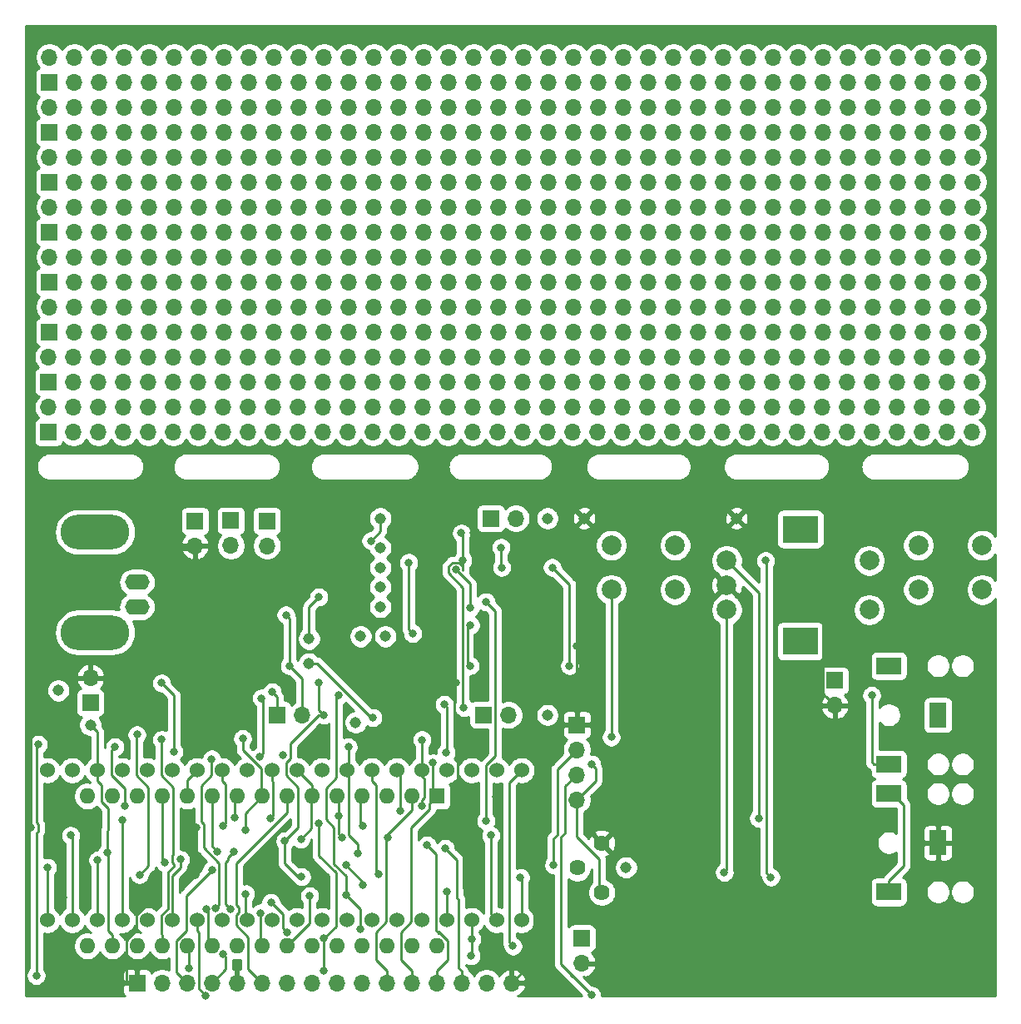
<source format=gbr>
G04 #@! TF.GenerationSoftware,KiCad,Pcbnew,5.1.5+dfsg1-2build2*
G04 #@! TF.CreationDate,2020-07-21T14:48:07-07:00*
G04 #@! TF.ProjectId,muSDRx,6d755344-5278-42e6-9b69-6361645f7063,0.1*
G04 #@! TF.SameCoordinates,Original*
G04 #@! TF.FileFunction,Copper,L2,Bot*
G04 #@! TF.FilePolarity,Positive*
%FSLAX46Y46*%
G04 Gerber Fmt 4.6, Leading zero omitted, Abs format (unit mm)*
G04 Created by KiCad (PCBNEW 5.1.5+dfsg1-2build2) date 2020-07-21 14:48:07*
%MOMM*%
%LPD*%
G04 APERTURE LIST*
%ADD10O,1.700000X1.700000*%
%ADD11R,1.700000X1.700000*%
%ADD12C,1.524000*%
%ADD13R,1.600000X1.600000*%
%ADD14O,1.600000X1.600000*%
%ADD15R,1.800000X2.500000*%
%ADD16R,2.500000X1.800000*%
%ADD17O,7.000240X3.500120*%
%ADD18O,2.499360X1.600200*%
%ADD19C,1.620000*%
%ADD20R,3.600000X2.800000*%
%ADD21C,2.000000*%
%ADD22C,1.143000*%
%ADD23C,0.800000*%
%ADD24C,0.250000*%
%ADD25C,0.254000*%
G04 APERTURE END LIST*
D10*
X147066000Y-53848000D03*
X147066000Y-56388000D03*
X144526000Y-53848000D03*
X144526000Y-56388000D03*
X141986000Y-53848000D03*
X141986000Y-56388000D03*
X139446000Y-53848000D03*
X139446000Y-56388000D03*
X136906000Y-53848000D03*
X136906000Y-56388000D03*
X134366000Y-53848000D03*
X134366000Y-56388000D03*
X131826000Y-53848000D03*
X131826000Y-56388000D03*
X129286000Y-53848000D03*
X129286000Y-56388000D03*
X126746000Y-53848000D03*
X126746000Y-56388000D03*
X124206000Y-53848000D03*
X124206000Y-56388000D03*
X121666000Y-53848000D03*
X121666000Y-56388000D03*
X119126000Y-53848000D03*
X119126000Y-56388000D03*
X116586000Y-53848000D03*
X116586000Y-56388000D03*
X114046000Y-53848000D03*
X114046000Y-56388000D03*
X111506000Y-53848000D03*
X111506000Y-56388000D03*
X108966000Y-53848000D03*
X108966000Y-56388000D03*
X106426000Y-53848000D03*
X106426000Y-56388000D03*
X103886000Y-53848000D03*
X103886000Y-56388000D03*
X101346000Y-53848000D03*
X101346000Y-56388000D03*
X98806000Y-53848000D03*
X98806000Y-56388000D03*
X96266000Y-53848000D03*
X96266000Y-56388000D03*
X93726000Y-53848000D03*
X93726000Y-56388000D03*
X91186000Y-53848000D03*
X91186000Y-56388000D03*
X88646000Y-53848000D03*
X88646000Y-56388000D03*
X86106000Y-53848000D03*
X86106000Y-56388000D03*
X83566000Y-53848000D03*
X83566000Y-56388000D03*
X81026000Y-53848000D03*
X81026000Y-56388000D03*
X78486000Y-53848000D03*
X78486000Y-56388000D03*
X75946000Y-53848000D03*
X75946000Y-56388000D03*
X73406000Y-53848000D03*
X73406000Y-56388000D03*
X70866000Y-53848000D03*
X70866000Y-56388000D03*
X68326000Y-53848000D03*
X68326000Y-56388000D03*
X65786000Y-53848000D03*
X65786000Y-56388000D03*
X63246000Y-53848000D03*
X63246000Y-56388000D03*
X60706000Y-53848000D03*
X60706000Y-56388000D03*
X58166000Y-53848000D03*
X58166000Y-56388000D03*
X55626000Y-53848000D03*
X55626000Y-56388000D03*
X53086000Y-53848000D03*
D11*
X53086000Y-56388000D03*
X53086000Y-61468000D03*
D10*
X53086000Y-58928000D03*
X55626000Y-61468000D03*
X55626000Y-58928000D03*
X58166000Y-61468000D03*
X58166000Y-58928000D03*
X60706000Y-61468000D03*
X60706000Y-58928000D03*
X63246000Y-61468000D03*
X63246000Y-58928000D03*
X65786000Y-61468000D03*
X65786000Y-58928000D03*
X68326000Y-61468000D03*
X68326000Y-58928000D03*
X70866000Y-61468000D03*
X70866000Y-58928000D03*
X73406000Y-61468000D03*
X73406000Y-58928000D03*
X75946000Y-61468000D03*
X75946000Y-58928000D03*
X78486000Y-61468000D03*
X78486000Y-58928000D03*
X81026000Y-61468000D03*
X81026000Y-58928000D03*
X83566000Y-61468000D03*
X83566000Y-58928000D03*
X86106000Y-61468000D03*
X86106000Y-58928000D03*
X88646000Y-61468000D03*
X88646000Y-58928000D03*
X91186000Y-61468000D03*
X91186000Y-58928000D03*
X93726000Y-61468000D03*
X93726000Y-58928000D03*
X96266000Y-61468000D03*
X96266000Y-58928000D03*
X98806000Y-61468000D03*
X98806000Y-58928000D03*
X101346000Y-61468000D03*
X101346000Y-58928000D03*
X103886000Y-61468000D03*
X103886000Y-58928000D03*
X106426000Y-61468000D03*
X106426000Y-58928000D03*
X108966000Y-61468000D03*
X108966000Y-58928000D03*
X111506000Y-61468000D03*
X111506000Y-58928000D03*
X114046000Y-61468000D03*
X114046000Y-58928000D03*
X116586000Y-61468000D03*
X116586000Y-58928000D03*
X119126000Y-61468000D03*
X119126000Y-58928000D03*
X121666000Y-61468000D03*
X121666000Y-58928000D03*
X124206000Y-61468000D03*
X124206000Y-58928000D03*
X126746000Y-61468000D03*
X126746000Y-58928000D03*
X129286000Y-61468000D03*
X129286000Y-58928000D03*
X131826000Y-61468000D03*
X131826000Y-58928000D03*
X134366000Y-61468000D03*
X134366000Y-58928000D03*
X136906000Y-61468000D03*
X136906000Y-58928000D03*
X139446000Y-61468000D03*
X139446000Y-58928000D03*
X141986000Y-61468000D03*
X141986000Y-58928000D03*
X144526000Y-61468000D03*
X144526000Y-58928000D03*
X147066000Y-61468000D03*
X147066000Y-58928000D03*
X147066000Y-64008000D03*
X147066000Y-66548000D03*
X144526000Y-64008000D03*
X144526000Y-66548000D03*
X141986000Y-64008000D03*
X141986000Y-66548000D03*
X139446000Y-64008000D03*
X139446000Y-66548000D03*
X136906000Y-64008000D03*
X136906000Y-66548000D03*
X134366000Y-64008000D03*
X134366000Y-66548000D03*
X131826000Y-64008000D03*
X131826000Y-66548000D03*
X129286000Y-64008000D03*
X129286000Y-66548000D03*
X126746000Y-64008000D03*
X126746000Y-66548000D03*
X124206000Y-64008000D03*
X124206000Y-66548000D03*
X121666000Y-64008000D03*
X121666000Y-66548000D03*
X119126000Y-64008000D03*
X119126000Y-66548000D03*
X116586000Y-64008000D03*
X116586000Y-66548000D03*
X114046000Y-64008000D03*
X114046000Y-66548000D03*
X111506000Y-64008000D03*
X111506000Y-66548000D03*
X108966000Y-64008000D03*
X108966000Y-66548000D03*
X106426000Y-64008000D03*
X106426000Y-66548000D03*
X103886000Y-64008000D03*
X103886000Y-66548000D03*
X101346000Y-64008000D03*
X101346000Y-66548000D03*
X98806000Y-64008000D03*
X98806000Y-66548000D03*
X96266000Y-64008000D03*
X96266000Y-66548000D03*
X93726000Y-64008000D03*
X93726000Y-66548000D03*
X91186000Y-64008000D03*
X91186000Y-66548000D03*
X88646000Y-64008000D03*
X88646000Y-66548000D03*
X86106000Y-64008000D03*
X86106000Y-66548000D03*
X83566000Y-64008000D03*
X83566000Y-66548000D03*
X81026000Y-64008000D03*
X81026000Y-66548000D03*
X78486000Y-64008000D03*
X78486000Y-66548000D03*
X75946000Y-64008000D03*
X75946000Y-66548000D03*
X73406000Y-64008000D03*
X73406000Y-66548000D03*
X70866000Y-64008000D03*
X70866000Y-66548000D03*
X68326000Y-64008000D03*
X68326000Y-66548000D03*
X65786000Y-64008000D03*
X65786000Y-66548000D03*
X63246000Y-64008000D03*
X63246000Y-66548000D03*
X60706000Y-64008000D03*
X60706000Y-66548000D03*
X58166000Y-64008000D03*
X58166000Y-66548000D03*
X55626000Y-64008000D03*
X55626000Y-66548000D03*
X53086000Y-64008000D03*
D11*
X53086000Y-66548000D03*
X53086000Y-71628000D03*
D10*
X53086000Y-69088000D03*
X55626000Y-71628000D03*
X55626000Y-69088000D03*
X58166000Y-71628000D03*
X58166000Y-69088000D03*
X60706000Y-71628000D03*
X60706000Y-69088000D03*
X63246000Y-71628000D03*
X63246000Y-69088000D03*
X65786000Y-71628000D03*
X65786000Y-69088000D03*
X68326000Y-71628000D03*
X68326000Y-69088000D03*
X70866000Y-71628000D03*
X70866000Y-69088000D03*
X73406000Y-71628000D03*
X73406000Y-69088000D03*
X75946000Y-71628000D03*
X75946000Y-69088000D03*
X78486000Y-71628000D03*
X78486000Y-69088000D03*
X81026000Y-71628000D03*
X81026000Y-69088000D03*
X83566000Y-71628000D03*
X83566000Y-69088000D03*
X86106000Y-71628000D03*
X86106000Y-69088000D03*
X88646000Y-71628000D03*
X88646000Y-69088000D03*
X91186000Y-71628000D03*
X91186000Y-69088000D03*
X93726000Y-71628000D03*
X93726000Y-69088000D03*
X96266000Y-71628000D03*
X96266000Y-69088000D03*
X98806000Y-71628000D03*
X98806000Y-69088000D03*
X101346000Y-71628000D03*
X101346000Y-69088000D03*
X103886000Y-71628000D03*
X103886000Y-69088000D03*
X106426000Y-71628000D03*
X106426000Y-69088000D03*
X108966000Y-71628000D03*
X108966000Y-69088000D03*
X111506000Y-71628000D03*
X111506000Y-69088000D03*
X114046000Y-71628000D03*
X114046000Y-69088000D03*
X116586000Y-71628000D03*
X116586000Y-69088000D03*
X119126000Y-71628000D03*
X119126000Y-69088000D03*
X121666000Y-71628000D03*
X121666000Y-69088000D03*
X124206000Y-71628000D03*
X124206000Y-69088000D03*
X126746000Y-71628000D03*
X126746000Y-69088000D03*
X129286000Y-71628000D03*
X129286000Y-69088000D03*
X131826000Y-71628000D03*
X131826000Y-69088000D03*
X134366000Y-71628000D03*
X134366000Y-69088000D03*
X136906000Y-71628000D03*
X136906000Y-69088000D03*
X139446000Y-71628000D03*
X139446000Y-69088000D03*
X141986000Y-71628000D03*
X141986000Y-69088000D03*
X144526000Y-71628000D03*
X144526000Y-69088000D03*
X147066000Y-71628000D03*
X147066000Y-69088000D03*
X147066000Y-74168000D03*
X147066000Y-76708000D03*
X144526000Y-74168000D03*
X144526000Y-76708000D03*
X141986000Y-74168000D03*
X141986000Y-76708000D03*
X139446000Y-74168000D03*
X139446000Y-76708000D03*
X136906000Y-74168000D03*
X136906000Y-76708000D03*
X134366000Y-74168000D03*
X134366000Y-76708000D03*
X131826000Y-74168000D03*
X131826000Y-76708000D03*
X129286000Y-74168000D03*
X129286000Y-76708000D03*
X126746000Y-74168000D03*
X126746000Y-76708000D03*
X124206000Y-74168000D03*
X124206000Y-76708000D03*
X121666000Y-74168000D03*
X121666000Y-76708000D03*
X119126000Y-74168000D03*
X119126000Y-76708000D03*
X116586000Y-74168000D03*
X116586000Y-76708000D03*
X114046000Y-74168000D03*
X114046000Y-76708000D03*
X111506000Y-74168000D03*
X111506000Y-76708000D03*
X108966000Y-74168000D03*
X108966000Y-76708000D03*
X106426000Y-74168000D03*
X106426000Y-76708000D03*
X103886000Y-74168000D03*
X103886000Y-76708000D03*
X101346000Y-74168000D03*
X101346000Y-76708000D03*
X98806000Y-74168000D03*
X98806000Y-76708000D03*
X96266000Y-74168000D03*
X96266000Y-76708000D03*
X93726000Y-74168000D03*
X93726000Y-76708000D03*
X91186000Y-74168000D03*
X91186000Y-76708000D03*
X88646000Y-74168000D03*
X88646000Y-76708000D03*
X86106000Y-74168000D03*
X86106000Y-76708000D03*
X83566000Y-74168000D03*
X83566000Y-76708000D03*
X81026000Y-74168000D03*
X81026000Y-76708000D03*
X78486000Y-74168000D03*
X78486000Y-76708000D03*
X75946000Y-74168000D03*
X75946000Y-76708000D03*
X73406000Y-74168000D03*
X73406000Y-76708000D03*
X70866000Y-74168000D03*
X70866000Y-76708000D03*
X68326000Y-74168000D03*
X68326000Y-76708000D03*
X65786000Y-74168000D03*
X65786000Y-76708000D03*
X63246000Y-74168000D03*
X63246000Y-76708000D03*
X60706000Y-74168000D03*
X60706000Y-76708000D03*
X58166000Y-74168000D03*
X58166000Y-76708000D03*
X55626000Y-74168000D03*
X55626000Y-76708000D03*
X53086000Y-74168000D03*
D11*
X53086000Y-76708000D03*
X53086000Y-81788000D03*
D10*
X53086000Y-79248000D03*
X55626000Y-81788000D03*
X55626000Y-79248000D03*
X58166000Y-81788000D03*
X58166000Y-79248000D03*
X60706000Y-81788000D03*
X60706000Y-79248000D03*
X63246000Y-81788000D03*
X63246000Y-79248000D03*
X65786000Y-81788000D03*
X65786000Y-79248000D03*
X68326000Y-81788000D03*
X68326000Y-79248000D03*
X70866000Y-81788000D03*
X70866000Y-79248000D03*
X73406000Y-81788000D03*
X73406000Y-79248000D03*
X75946000Y-81788000D03*
X75946000Y-79248000D03*
X78486000Y-81788000D03*
X78486000Y-79248000D03*
X81026000Y-81788000D03*
X81026000Y-79248000D03*
X83566000Y-81788000D03*
X83566000Y-79248000D03*
X86106000Y-81788000D03*
X86106000Y-79248000D03*
X88646000Y-81788000D03*
X88646000Y-79248000D03*
X91186000Y-81788000D03*
X91186000Y-79248000D03*
X93726000Y-81788000D03*
X93726000Y-79248000D03*
X96266000Y-81788000D03*
X96266000Y-79248000D03*
X98806000Y-81788000D03*
X98806000Y-79248000D03*
X101346000Y-81788000D03*
X101346000Y-79248000D03*
X103886000Y-81788000D03*
X103886000Y-79248000D03*
X106426000Y-81788000D03*
X106426000Y-79248000D03*
X108966000Y-81788000D03*
X108966000Y-79248000D03*
X111506000Y-81788000D03*
X111506000Y-79248000D03*
X114046000Y-81788000D03*
X114046000Y-79248000D03*
X116586000Y-81788000D03*
X116586000Y-79248000D03*
X119126000Y-81788000D03*
X119126000Y-79248000D03*
X121666000Y-81788000D03*
X121666000Y-79248000D03*
X124206000Y-81788000D03*
X124206000Y-79248000D03*
X126746000Y-81788000D03*
X126746000Y-79248000D03*
X129286000Y-81788000D03*
X129286000Y-79248000D03*
X131826000Y-81788000D03*
X131826000Y-79248000D03*
X134366000Y-81788000D03*
X134366000Y-79248000D03*
X136906000Y-81788000D03*
X136906000Y-79248000D03*
X139446000Y-81788000D03*
X139446000Y-79248000D03*
X141986000Y-81788000D03*
X141986000Y-79248000D03*
X144526000Y-81788000D03*
X144526000Y-79248000D03*
X147066000Y-81788000D03*
X147066000Y-79248000D03*
X146980000Y-84328000D03*
X146980000Y-86868000D03*
X144440000Y-84328000D03*
X144440000Y-86868000D03*
X141900000Y-84328000D03*
X141900000Y-86868000D03*
X139360000Y-84328000D03*
X139360000Y-86868000D03*
X136820000Y-84328000D03*
X136820000Y-86868000D03*
X134280000Y-84328000D03*
X134280000Y-86868000D03*
X131740000Y-84328000D03*
X131740000Y-86868000D03*
X129200000Y-84328000D03*
X129200000Y-86868000D03*
X126660000Y-84328000D03*
X126660000Y-86868000D03*
X124120000Y-84328000D03*
X124120000Y-86868000D03*
X121580000Y-84328000D03*
X121580000Y-86868000D03*
X119040000Y-84328000D03*
X119040000Y-86868000D03*
X116500000Y-84328000D03*
X116500000Y-86868000D03*
X113960000Y-84328000D03*
X113960000Y-86868000D03*
X111420000Y-84328000D03*
X111420000Y-86868000D03*
X108880000Y-84328000D03*
X108880000Y-86868000D03*
X106340000Y-84328000D03*
X106340000Y-86868000D03*
X103800000Y-84328000D03*
X103800000Y-86868000D03*
X101260000Y-84328000D03*
X101260000Y-86868000D03*
X98720000Y-84328000D03*
X98720000Y-86868000D03*
X96180000Y-84328000D03*
X96180000Y-86868000D03*
X93640000Y-84328000D03*
X93640000Y-86868000D03*
X91100000Y-84328000D03*
X91100000Y-86868000D03*
X88560000Y-84328000D03*
X88560000Y-86868000D03*
X86020000Y-84328000D03*
X86020000Y-86868000D03*
X83480000Y-84328000D03*
X83480000Y-86868000D03*
X80940000Y-84328000D03*
X80940000Y-86868000D03*
X78400000Y-84328000D03*
X78400000Y-86868000D03*
X75860000Y-84328000D03*
X75860000Y-86868000D03*
X73320000Y-84328000D03*
X73320000Y-86868000D03*
X70780000Y-84328000D03*
X70780000Y-86868000D03*
X68240000Y-84328000D03*
X68240000Y-86868000D03*
X65700000Y-84328000D03*
X65700000Y-86868000D03*
X63160000Y-84328000D03*
X63160000Y-86868000D03*
X60620000Y-84328000D03*
X60620000Y-86868000D03*
X58080000Y-84328000D03*
X58080000Y-86868000D03*
X55540000Y-84328000D03*
X55540000Y-86868000D03*
X53000000Y-84328000D03*
D11*
X53000000Y-86868000D03*
X53000000Y-92000000D03*
D10*
X53000000Y-89460000D03*
X55540000Y-92000000D03*
X55540000Y-89460000D03*
X58080000Y-92000000D03*
X58080000Y-89460000D03*
X60620000Y-92000000D03*
X60620000Y-89460000D03*
X63160000Y-92000000D03*
X63160000Y-89460000D03*
X65700000Y-92000000D03*
X65700000Y-89460000D03*
X68240000Y-92000000D03*
X68240000Y-89460000D03*
X70780000Y-92000000D03*
X70780000Y-89460000D03*
X73320000Y-92000000D03*
X73320000Y-89460000D03*
X75860000Y-92000000D03*
X75860000Y-89460000D03*
X78400000Y-92000000D03*
X78400000Y-89460000D03*
X80940000Y-92000000D03*
X80940000Y-89460000D03*
X83480000Y-92000000D03*
X83480000Y-89460000D03*
X86020000Y-92000000D03*
X86020000Y-89460000D03*
X88560000Y-92000000D03*
X88560000Y-89460000D03*
X91100000Y-92000000D03*
X91100000Y-89460000D03*
X93640000Y-92000000D03*
X93640000Y-89460000D03*
X96180000Y-92000000D03*
X96180000Y-89460000D03*
X98720000Y-92000000D03*
X98720000Y-89460000D03*
X101260000Y-92000000D03*
X101260000Y-89460000D03*
X103800000Y-92000000D03*
X103800000Y-89460000D03*
X106340000Y-92000000D03*
X106340000Y-89460000D03*
X108880000Y-92000000D03*
X108880000Y-89460000D03*
X111420000Y-92000000D03*
X111420000Y-89460000D03*
X113960000Y-92000000D03*
X113960000Y-89460000D03*
X116500000Y-92000000D03*
X116500000Y-89460000D03*
X119040000Y-92000000D03*
X119040000Y-89460000D03*
X121580000Y-92000000D03*
X121580000Y-89460000D03*
X124120000Y-92000000D03*
X124120000Y-89460000D03*
X126660000Y-92000000D03*
X126660000Y-89460000D03*
X129200000Y-92000000D03*
X129200000Y-89460000D03*
X131740000Y-92000000D03*
X131740000Y-89460000D03*
X134280000Y-92000000D03*
X134280000Y-89460000D03*
X136820000Y-92000000D03*
X136820000Y-89460000D03*
X139360000Y-92000000D03*
X139360000Y-89460000D03*
X141900000Y-92000000D03*
X141900000Y-89460000D03*
X144440000Y-92000000D03*
X144440000Y-89460000D03*
X146980000Y-92000000D03*
X146980000Y-89460000D03*
D12*
X96050000Y-141620000D03*
X52870000Y-126380000D03*
X55410000Y-126380000D03*
X57950000Y-126380000D03*
X60490000Y-126380000D03*
X63030000Y-126380000D03*
X65570000Y-126380000D03*
X68110000Y-126380000D03*
X70650000Y-126380000D03*
X73190000Y-126380000D03*
X75730000Y-126380000D03*
X78270000Y-126380000D03*
X80810000Y-126380000D03*
X83350000Y-126380000D03*
X85890000Y-126380000D03*
X88430000Y-126380000D03*
X90970000Y-126380000D03*
X93510000Y-126380000D03*
X96050000Y-126380000D03*
X98590000Y-126380000D03*
X101130000Y-126380000D03*
X101130000Y-141620000D03*
X98590000Y-141620000D03*
X93510000Y-141620000D03*
X90970000Y-141620000D03*
X88430000Y-141620000D03*
X85890000Y-141620000D03*
X83350000Y-141620000D03*
X80810000Y-141620000D03*
X78270000Y-141620000D03*
X75730000Y-141620000D03*
X73190000Y-141620000D03*
X70650000Y-141620000D03*
X68110000Y-141620000D03*
X65570000Y-141620000D03*
X63030000Y-141620000D03*
X60490000Y-141620000D03*
X57950000Y-141620000D03*
X55410000Y-141620000D03*
X52870000Y-141620000D03*
D13*
X92500000Y-129000000D03*
D14*
X59480000Y-144240000D03*
X89960000Y-129000000D03*
X62020000Y-144240000D03*
X87420000Y-129000000D03*
X64560000Y-144240000D03*
X84880000Y-129000000D03*
X67100000Y-144240000D03*
X82340000Y-129000000D03*
X69640000Y-144240000D03*
X79800000Y-129000000D03*
X72180000Y-144240000D03*
X77260000Y-129000000D03*
X74720000Y-144240000D03*
X74720000Y-129000000D03*
X77260000Y-144240000D03*
X72180000Y-129000000D03*
X79800000Y-144240000D03*
X69640000Y-129000000D03*
X82340000Y-144240000D03*
X67100000Y-129000000D03*
X84880000Y-144240000D03*
X64560000Y-129000000D03*
X87420000Y-144240000D03*
X62020000Y-129000000D03*
X89960000Y-144240000D03*
X59480000Y-129000000D03*
X92500000Y-144240000D03*
X56940000Y-129000000D03*
X56940000Y-144240000D03*
D11*
X97250000Y-120750000D03*
D10*
X99790000Y-120750000D03*
X100540000Y-100750000D03*
D11*
X98000000Y-100750000D03*
D15*
X143500000Y-120750000D03*
D16*
X138500000Y-115750000D03*
X138500000Y-125750000D03*
X138500000Y-138750000D03*
X138500000Y-128750000D03*
D15*
X143500000Y-133750000D03*
D10*
X78790000Y-120750000D03*
D11*
X76250000Y-120750000D03*
X57250000Y-119500000D03*
D10*
X57250000Y-116960000D03*
D11*
X67910000Y-101000000D03*
D10*
X67910000Y-103540000D03*
D11*
X75220000Y-101000000D03*
D10*
X75220000Y-103540000D03*
D11*
X107250000Y-143460000D03*
D10*
X107250000Y-146000000D03*
X71550000Y-103530000D03*
D11*
X71550000Y-100990000D03*
X106750000Y-121750000D03*
D10*
X106750000Y-124290000D03*
X106750000Y-126830000D03*
X106750000Y-129370000D03*
X133000000Y-119790000D03*
D11*
X133000000Y-117250000D03*
D17*
X57736600Y-112347780D03*
X57736600Y-102149680D03*
D18*
X62001260Y-107250000D03*
X62001260Y-109749360D03*
D19*
X109300000Y-133800000D03*
X106800000Y-136300000D03*
X109300000Y-138800000D03*
D20*
X129500000Y-113250000D03*
X129500000Y-101850000D03*
D21*
X136500000Y-110050000D03*
X136500000Y-105050000D03*
X122000000Y-110050000D03*
X122000000Y-107550000D03*
X122000000Y-105050000D03*
D22*
X79500000Y-115500000D03*
X79500000Y-113000000D03*
X84750000Y-112750000D03*
X87250000Y-112750000D03*
X86750000Y-100750000D03*
X86750000Y-103750000D03*
X86750000Y-109750000D03*
X86750000Y-107750000D03*
X86750000Y-105750000D03*
X123000000Y-100750000D03*
X107500000Y-100750000D03*
X84250000Y-121500000D03*
X103750000Y-120750000D03*
X103750000Y-100750000D03*
X111750000Y-136250000D03*
X57250000Y-121750000D03*
X54000000Y-118250000D03*
D11*
X62000000Y-148000000D03*
D10*
X64540000Y-148000000D03*
X67080000Y-148000000D03*
X69620000Y-148000000D03*
X72160000Y-148000000D03*
X74700000Y-148000000D03*
X77240000Y-148000000D03*
X79780000Y-148000000D03*
X82320000Y-148000000D03*
X84860000Y-148000000D03*
X87400000Y-148000000D03*
X89940000Y-148000000D03*
X92480000Y-148000000D03*
X95020000Y-148000000D03*
X97560000Y-148000000D03*
X100100000Y-148000000D03*
D21*
X148000000Y-108000000D03*
X148000000Y-103500000D03*
X141500000Y-108000000D03*
X141500000Y-103500000D03*
X110250000Y-103500000D03*
X110250000Y-108000000D03*
X116750000Y-103500000D03*
X116750000Y-108000000D03*
D23*
X100250000Y-144250000D03*
X64500000Y-117500000D03*
X65750000Y-124500000D03*
X98000000Y-133000000D03*
X84985882Y-132029447D03*
X60750000Y-130000000D03*
X59750000Y-124000000D03*
X83250000Y-136000000D03*
X85000000Y-138000000D03*
X126500000Y-137250000D03*
X125950000Y-105050000D03*
X64840849Y-135793338D03*
X52879998Y-136250000D03*
X77500000Y-115750000D03*
X77248710Y-142840026D03*
X75623200Y-139807989D03*
X51750000Y-147250000D03*
X108250000Y-125750000D03*
X93440449Y-124567998D03*
X93253248Y-119674989D03*
X77147096Y-110577585D03*
X51945010Y-123750000D03*
X96050000Y-143550000D03*
X96000000Y-145250000D03*
X58000000Y-135500000D03*
X121750000Y-136750000D03*
X70159689Y-134611732D03*
X125250000Y-131250000D03*
X71963334Y-131213334D03*
X60535038Y-131450012D03*
X82524992Y-118736848D03*
X84750000Y-142500000D03*
X79561301Y-139149991D03*
X83274435Y-139049755D03*
X55250000Y-133000000D03*
X73000000Y-132431991D03*
X72750000Y-123150030D03*
X74579001Y-140891817D03*
X70752437Y-145090009D03*
X70012048Y-140416643D03*
X74650003Y-119040636D03*
X69589855Y-125225010D03*
X76847332Y-124863250D03*
X74460000Y-125015918D03*
X93500000Y-138725010D03*
X71500000Y-140500000D03*
X110250000Y-123000000D03*
X83500000Y-124000000D03*
X71877667Y-134611732D03*
X84427811Y-134829489D03*
X93378485Y-134325011D03*
X78669877Y-133399969D03*
X69017966Y-140525381D03*
X86617989Y-136950067D03*
X91517146Y-133992466D03*
X75537119Y-131294324D03*
X82500000Y-131000000D03*
X82873072Y-133199955D03*
X97500000Y-109250000D03*
X80500000Y-131750000D03*
X81000000Y-143500000D03*
X81000000Y-146750004D03*
X67250000Y-146500000D03*
X97489757Y-131514990D03*
X64500000Y-123250000D03*
X62250000Y-137000000D03*
X62000000Y-122750000D03*
X75750000Y-118399978D03*
X95150002Y-105000000D03*
X95000000Y-102250000D03*
X86000000Y-121000000D03*
X95250000Y-120000000D03*
X70750000Y-132000000D03*
X87500000Y-133250000D03*
X80500000Y-117500000D03*
X59000000Y-134750000D03*
X78750000Y-137200014D03*
X80975127Y-120750000D03*
X77038784Y-133569540D03*
X101000000Y-137274990D03*
X92103610Y-125625030D03*
X124000000Y-132250000D03*
X63834990Y-139750000D03*
X95000000Y-134000000D03*
X87250000Y-122750000D03*
X87500000Y-118250000D03*
X94424992Y-117500000D03*
X106750000Y-113750000D03*
X90750000Y-110250000D03*
X90750000Y-104250000D03*
X81750000Y-110000000D03*
X83000000Y-111250000D03*
X83250000Y-115250000D03*
X81450136Y-114347902D03*
X71750000Y-113000000D03*
X72525000Y-117225000D03*
X92000000Y-107000000D03*
X96250000Y-102250000D03*
X119750000Y-105000000D03*
X119750000Y-100750000D03*
X124000000Y-109750000D03*
X131500000Y-109500000D03*
X93074266Y-111175734D03*
X67980000Y-136999998D03*
X68060000Y-132190000D03*
X51220000Y-132220000D03*
X51060000Y-114710000D03*
X115200000Y-136100000D03*
X115200000Y-136100000D03*
X62400000Y-103900000D03*
X59100000Y-106300000D03*
X53300000Y-131100000D03*
X54500000Y-139300000D03*
X56500000Y-139300000D03*
X56500000Y-134500000D03*
X96200000Y-118900000D03*
X80300000Y-122700000D03*
X64030000Y-136900000D03*
X53370000Y-132140000D03*
X98500000Y-129100000D03*
X94600001Y-130199999D03*
X102000000Y-129000000D03*
X95900000Y-128300000D03*
X74280000Y-137220000D03*
X115000000Y-133800000D03*
X102000000Y-133900000D03*
X106900000Y-138800000D03*
X103200000Y-138900000D03*
X95600000Y-138700000D03*
X85780178Y-103030000D03*
X89649998Y-105250000D03*
X90037653Y-112462347D03*
X99037654Y-103712348D03*
X99100002Y-105750000D03*
X136750000Y-118750000D03*
X104250000Y-105750000D03*
X106000000Y-115750000D03*
X108250000Y-149250000D03*
X68975700Y-149298993D03*
X66420000Y-135440000D03*
X104389989Y-136029440D03*
X88791878Y-130522200D03*
X91000000Y-130000000D03*
X90987340Y-123274990D03*
X95875012Y-115750000D03*
X95935015Y-111624995D03*
X95875004Y-109875011D03*
X94424992Y-105980592D03*
X73047235Y-138937499D03*
X69619548Y-136511763D03*
X80500000Y-108750000D03*
D24*
X100368001Y-127141999D02*
X101130000Y-126380000D01*
X99850001Y-127659999D02*
X100368001Y-127141999D01*
X99850001Y-143850001D02*
X99850001Y-127659999D01*
X100250000Y-144250000D02*
X99850001Y-143850001D01*
X65750000Y-118750000D02*
X65750000Y-124500000D01*
X64500000Y-117500000D02*
X65750000Y-118750000D01*
X98590000Y-141620000D02*
X98620000Y-141620000D01*
X98000000Y-141000000D02*
X98000000Y-133000000D01*
X98620000Y-141620000D02*
X98000000Y-141000000D01*
X84750000Y-131793565D02*
X84985882Y-132029447D01*
X84750000Y-129130000D02*
X84750000Y-131793565D01*
X84880000Y-129000000D02*
X84750000Y-129130000D01*
X59402999Y-124347001D02*
X59750000Y-124000000D01*
X60750000Y-128248762D02*
X59402999Y-126901761D01*
X59402999Y-126901761D02*
X59402999Y-124347001D01*
X60750000Y-130000000D02*
X60750000Y-128248762D01*
X85000000Y-137750000D02*
X85000000Y-138000000D01*
X83250000Y-136000000D02*
X85000000Y-137750000D01*
X126500000Y-137250000D02*
X126000000Y-136750000D01*
X126000000Y-105100000D02*
X125950000Y-105050000D01*
X126000000Y-136750000D02*
X126000000Y-105100000D01*
X64560000Y-129000000D02*
X64560000Y-135512489D01*
X64560000Y-135512489D02*
X64840849Y-135793338D01*
X52870000Y-136259998D02*
X52879998Y-136250000D01*
X52870000Y-141620000D02*
X52870000Y-136259998D01*
X78790000Y-117040000D02*
X77500000Y-115750000D01*
X78790000Y-120750000D02*
X78790000Y-117040000D01*
X76817001Y-141001790D02*
X75623200Y-139807989D01*
X76817001Y-142408317D02*
X76817001Y-141001790D01*
X77248710Y-142840026D02*
X76817001Y-142408317D01*
X106250000Y-129870000D02*
X106750000Y-129370000D01*
X107599999Y-128520001D02*
X106750000Y-129370000D01*
X108649999Y-127470001D02*
X107599999Y-128520001D01*
X108649999Y-126149999D02*
X108649999Y-127470001D01*
X108250000Y-125750000D02*
X108649999Y-126149999D01*
X93500000Y-119921741D02*
X93253248Y-119674989D01*
X93440449Y-124567998D02*
X93500000Y-124508447D01*
X93500000Y-124508447D02*
X93500000Y-119921741D01*
X77500000Y-115750000D02*
X77500000Y-110930489D01*
X77500000Y-110930489D02*
X77147096Y-110577585D01*
X51750000Y-147250000D02*
X51750000Y-132763002D01*
X51945001Y-132568001D02*
X51945001Y-131871999D01*
X51750000Y-132763002D02*
X51945001Y-132568001D01*
X51945001Y-131871999D02*
X51750000Y-131676998D01*
X51750000Y-123945010D02*
X51945010Y-123750000D01*
X51750000Y-131676998D02*
X51750000Y-123945010D01*
X96050000Y-141620000D02*
X96050000Y-143550000D01*
X96050000Y-145200000D02*
X96000000Y-145250000D01*
X96050000Y-143550000D02*
X96050000Y-145200000D01*
X109000000Y-137554488D02*
X109000000Y-138700000D01*
X109000000Y-135379802D02*
X109000000Y-137554488D01*
X106750000Y-133129802D02*
X109000000Y-135379802D01*
X106750000Y-129370000D02*
X106750000Y-133129802D01*
X67100000Y-129000000D02*
X67100000Y-127390000D01*
X67100000Y-127390000D02*
X68110000Y-126380000D01*
X58000000Y-141570000D02*
X57950000Y-141620000D01*
X58000000Y-135500000D02*
X58000000Y-141570000D01*
X122000000Y-136500000D02*
X121750000Y-136750000D01*
X122000000Y-110050000D02*
X122000000Y-136500000D01*
X69640000Y-134092043D02*
X70159689Y-134611732D01*
X69640000Y-129000000D02*
X69640000Y-134092043D01*
X125250000Y-108300000D02*
X125250000Y-131250000D01*
X122000000Y-105050000D02*
X125250000Y-108300000D01*
X72180000Y-129000000D02*
X71963334Y-129216666D01*
X71963334Y-129216666D02*
X71963334Y-131213334D01*
X60490000Y-131495050D02*
X60535038Y-131450012D01*
X60490000Y-141620000D02*
X60490000Y-131495050D01*
X77260000Y-144240000D02*
X77260000Y-144238762D01*
X77260000Y-144238762D02*
X79561301Y-141937461D01*
X79561301Y-141937461D02*
X79561301Y-139149991D01*
X84750000Y-140525320D02*
X83274435Y-139049755D01*
X84750000Y-142500000D02*
X84750000Y-140525320D01*
X82262999Y-127149410D02*
X81214999Y-128197410D01*
X82034401Y-135908589D02*
X83274435Y-137148623D01*
X81214999Y-128197410D02*
X81214999Y-131391997D01*
X81214999Y-131391997D02*
X82034401Y-132211399D01*
X82524992Y-118736848D02*
X82262999Y-118998841D01*
X82034401Y-132211399D02*
X82034401Y-135908589D01*
X82262999Y-118998841D02*
X82262999Y-127149410D01*
X83274435Y-137148623D02*
X83274435Y-139049755D01*
X55410000Y-133160000D02*
X55250000Y-133000000D01*
X55410000Y-141620000D02*
X55410000Y-133160000D01*
X74720000Y-129000000D02*
X73000000Y-130720000D01*
X73000000Y-130720000D02*
X73000000Y-132431991D01*
X74720000Y-129000000D02*
X74642999Y-128922999D01*
X74642999Y-126224237D02*
X72750000Y-124331238D01*
X74642999Y-128922999D02*
X74642999Y-126224237D01*
X72750000Y-124331238D02*
X72750000Y-123150030D01*
X74579001Y-144099001D02*
X74720000Y-144240000D01*
X74579001Y-140891817D02*
X74579001Y-144099001D01*
X69620000Y-148000000D02*
X71027429Y-146592571D01*
X71027429Y-145365001D02*
X70752437Y-145090009D01*
X71027429Y-146592571D02*
X71027429Y-145365001D01*
X74650003Y-119040636D02*
X74739247Y-119040636D01*
X74788233Y-124687685D02*
X74460000Y-125015918D01*
X74788233Y-119089622D02*
X74788233Y-124687685D01*
X74739247Y-119040636D02*
X74788233Y-119089622D01*
X93510000Y-141620000D02*
X93510000Y-138735010D01*
X93510000Y-138735010D02*
X93500000Y-138725010D01*
X70012048Y-140416643D02*
X70344549Y-140084142D01*
X70344549Y-140084142D02*
X70344549Y-135829762D01*
X70344549Y-135829762D02*
X68785002Y-134270215D01*
X68785002Y-134270215D02*
X68785002Y-131841998D01*
X68514999Y-131571995D02*
X68514999Y-127949761D01*
X68514999Y-127949761D02*
X69562999Y-126901761D01*
X69562999Y-126901761D02*
X69562999Y-125251866D01*
X68785002Y-131841998D02*
X68514999Y-131571995D01*
X69562999Y-125251866D02*
X69589855Y-125225010D01*
X65570000Y-126380000D02*
X65570000Y-126320000D01*
X77260000Y-130644447D02*
X77260000Y-129000000D01*
X72377999Y-140823239D02*
X72377999Y-140304995D01*
X73305001Y-143343763D02*
X72102999Y-142141761D01*
X72102999Y-135801448D02*
X77260000Y-130644447D01*
X72102999Y-142141761D02*
X72102999Y-141098239D01*
X72102999Y-141098239D02*
X72377999Y-140823239D01*
X73305001Y-146605001D02*
X73305001Y-143343763D01*
X72377999Y-140304995D02*
X72102999Y-140029995D01*
X74700000Y-148000000D02*
X73305001Y-146605001D01*
X72102999Y-140029995D02*
X72102999Y-135801448D01*
X83500000Y-126230000D02*
X83350000Y-126380000D01*
X83500000Y-124000000D02*
X83500000Y-126230000D01*
X83350000Y-126380000D02*
X83571262Y-126601262D01*
X71250000Y-135500000D02*
X71250000Y-135239399D01*
X83571262Y-126601262D02*
X83571262Y-132994630D01*
X84427811Y-133851179D02*
X84427811Y-134829489D01*
X71250000Y-135239399D02*
X71877667Y-134611732D01*
X71024999Y-140024999D02*
X71024999Y-135725001D01*
X71500000Y-140500000D02*
X71024999Y-140024999D01*
X83571262Y-132994630D02*
X84427811Y-133851179D01*
X71024999Y-135725001D02*
X71250000Y-135500000D01*
X110250000Y-111000000D02*
X110250000Y-123000000D01*
X110250000Y-111000000D02*
X110250000Y-108000000D01*
X79800000Y-127910000D02*
X78270000Y-126380000D01*
X79800000Y-129000000D02*
X79800000Y-127910000D01*
X94750000Y-139573002D02*
X94524999Y-139348001D01*
X95020000Y-148000000D02*
X95020000Y-146797919D01*
X94524999Y-135471525D02*
X93378485Y-134325011D01*
X94750000Y-146527919D02*
X94750000Y-139573002D01*
X94524999Y-139348001D02*
X94524999Y-135471525D01*
X95020000Y-146797919D02*
X94750000Y-146527919D01*
X79750000Y-132319846D02*
X78669877Y-133399969D01*
X79800000Y-129000000D02*
X79750000Y-129050000D01*
X79750000Y-129050000D02*
X79750000Y-132319846D01*
X69250000Y-143850000D02*
X69250000Y-140757415D01*
X69640000Y-144240000D02*
X69250000Y-143850000D01*
X69250000Y-140757415D02*
X69017966Y-140525381D01*
X85890000Y-127457630D02*
X86294999Y-127862629D01*
X86294999Y-136627077D02*
X86617989Y-136950067D01*
X85890000Y-126380000D02*
X85890000Y-127457630D01*
X86294999Y-127862629D02*
X86294999Y-136627077D01*
X93625001Y-145652918D02*
X93625001Y-143699999D01*
X92480000Y-146797919D02*
X93625001Y-145652918D01*
X92480000Y-148000000D02*
X92480000Y-146797919D01*
X93625001Y-143699999D02*
X92837501Y-142912499D01*
X92837501Y-142912499D02*
X92675002Y-142750000D01*
X92837501Y-142912499D02*
X92683499Y-142912499D01*
X92683499Y-142912499D02*
X92422999Y-142651999D01*
X92422999Y-142651999D02*
X92422999Y-134898319D01*
X92422999Y-134898319D02*
X91517146Y-133992466D01*
X82340000Y-129000000D02*
X82500000Y-129160000D01*
X75845001Y-127572631D02*
X75845001Y-130986442D01*
X75730000Y-127457630D02*
X75845001Y-127572631D01*
X75730000Y-126380000D02*
X75730000Y-127457630D01*
X75845001Y-130986442D02*
X75537119Y-131294324D01*
X82500000Y-129160000D02*
X82500000Y-131000000D01*
X82500000Y-132826883D02*
X82873072Y-133199955D01*
X82500000Y-131000000D02*
X82500000Y-132826883D01*
X81000000Y-143500000D02*
X81000000Y-146750004D01*
X67250000Y-144390000D02*
X67100000Y-144240000D01*
X67250000Y-146500000D02*
X67250000Y-144390000D01*
X80500000Y-135073002D02*
X82225001Y-136798003D01*
X82225001Y-136798003D02*
X82225001Y-142274999D01*
X80500000Y-131750000D02*
X80500000Y-135073002D01*
X82225001Y-142274999D02*
X81000000Y-143500000D01*
X97500000Y-109250000D02*
X98425001Y-110175001D01*
X97500000Y-131504747D02*
X97489757Y-131514990D01*
X97500000Y-125861238D02*
X97500000Y-131504747D01*
X98425001Y-124936237D02*
X97500000Y-125861238D01*
X98425001Y-110175001D02*
X98425001Y-124936237D01*
X64482999Y-143031629D02*
X64482999Y-141098239D01*
X65685001Y-128103763D02*
X64482999Y-126901761D01*
X64482999Y-141098239D02*
X65119989Y-140461249D01*
X65757202Y-135950206D02*
X65564998Y-135758002D01*
X65119989Y-136743600D02*
X65757202Y-136106387D01*
X65564998Y-135758002D02*
X65564998Y-135061998D01*
X65757202Y-136106387D02*
X65757202Y-135950206D01*
X64482999Y-126901761D02*
X64482999Y-123267001D01*
X65119989Y-140461249D02*
X65119989Y-136743600D01*
X65564998Y-135061998D02*
X65685001Y-134941995D01*
X64482999Y-123267001D02*
X64500000Y-123250000D01*
X65685001Y-134941995D02*
X65685001Y-128103763D01*
X64560000Y-143108630D02*
X64482999Y-143031629D01*
X64560000Y-144240000D02*
X64560000Y-143108630D01*
X61942999Y-122807001D02*
X62000000Y-122750000D01*
X61942999Y-126901761D02*
X61942999Y-122807001D01*
X63145001Y-128103763D02*
X61942999Y-126901761D01*
X63145001Y-136104999D02*
X63145001Y-128103763D01*
X62250000Y-137000000D02*
X63145001Y-136104999D01*
X76250000Y-118899978D02*
X75750000Y-118399978D01*
X76250000Y-120750000D02*
X76250000Y-118899978D01*
X95150002Y-102400002D02*
X95000000Y-102250000D01*
X95150002Y-105000000D02*
X95150002Y-102400002D01*
X85816286Y-121000000D02*
X86000000Y-121000000D01*
X80316286Y-115500000D02*
X85816286Y-121000000D01*
X79500000Y-115500000D02*
X80316286Y-115500000D01*
X95150002Y-107778604D02*
X95150002Y-119900002D01*
X95149993Y-106069183D02*
X95149993Y-105632591D01*
X94076991Y-105255591D02*
X93699991Y-105632591D01*
X94772993Y-105255591D02*
X94076991Y-105255591D01*
X93699991Y-106328593D02*
X95150002Y-107778604D01*
X95150002Y-105000000D02*
X95150002Y-106069192D01*
X93699991Y-105632591D02*
X93699991Y-106328593D01*
X95150002Y-106069192D02*
X95149993Y-106069183D01*
X95150002Y-119900002D02*
X95250000Y-120000000D01*
X95149993Y-105632591D02*
X94772993Y-105255591D01*
X70650000Y-127457630D02*
X71000000Y-127807630D01*
X70650000Y-126380000D02*
X70650000Y-127457630D01*
X71000000Y-131750000D02*
X70750000Y-132000000D01*
X71000000Y-127807630D02*
X71000000Y-131750000D01*
X87342999Y-133044081D02*
X89960000Y-130427080D01*
X89960000Y-130427080D02*
X89960000Y-129000000D01*
X87400000Y-148000000D02*
X87400000Y-146797919D01*
X87400000Y-146797919D02*
X86294999Y-145692918D01*
X86294999Y-142823763D02*
X87342999Y-141775763D01*
X87342999Y-141775763D02*
X87342999Y-133044081D01*
X86294999Y-145692918D02*
X86294999Y-142823763D01*
X57950000Y-127457630D02*
X57950000Y-126380000D01*
X58354999Y-127862629D02*
X57950000Y-127457630D01*
X58354999Y-129540001D02*
X58354999Y-127862629D01*
X59037001Y-130222003D02*
X58354999Y-129540001D01*
X59480000Y-143108630D02*
X59037001Y-142665631D01*
X59480000Y-144240000D02*
X59480000Y-143108630D01*
X57950000Y-122450000D02*
X57250000Y-121750000D01*
X57950000Y-126380000D02*
X57950000Y-122450000D01*
X59037001Y-134787001D02*
X59000000Y-134750000D01*
X59037001Y-134962999D02*
X59037001Y-134787001D01*
X59000000Y-134750000D02*
X59037001Y-130222003D01*
X59037001Y-134962999D02*
X59000000Y-134750000D01*
X59037001Y-142665631D02*
X59037001Y-134962999D01*
X80500000Y-117500000D02*
X80500000Y-120274873D01*
X80500000Y-120274873D02*
X80975127Y-120750000D01*
X80975127Y-120750000D02*
X80500000Y-120750000D01*
X77572333Y-125211251D02*
X77182999Y-125600585D01*
X78385001Y-132223323D02*
X77038784Y-133569540D01*
X77038784Y-135861786D02*
X77038784Y-133569540D01*
X78750000Y-137200014D02*
X78377012Y-137200014D01*
X77182999Y-126901761D02*
X78385001Y-128103763D01*
X77572333Y-123677667D02*
X77572333Y-125211251D01*
X78385001Y-128103763D02*
X78385001Y-132223323D01*
X78377012Y-137200014D02*
X77038784Y-135861786D01*
X80500000Y-120750000D02*
X77572333Y-123677667D01*
X77182999Y-125600585D02*
X77182999Y-126901761D01*
X101130000Y-141620000D02*
X101130000Y-137404990D01*
X101130000Y-137404990D02*
X101000000Y-137274990D01*
X91725001Y-129774999D02*
X92500000Y-129000000D01*
X89882999Y-132190003D02*
X91725001Y-130348001D01*
X89882999Y-141775763D02*
X89882999Y-132190003D01*
X88834999Y-142823763D02*
X89882999Y-141775763D01*
X91725001Y-130348001D02*
X91725001Y-129774999D01*
X88834999Y-145692918D02*
X88834999Y-142823763D01*
X89940000Y-146797919D02*
X88834999Y-145692918D01*
X89940000Y-148000000D02*
X89940000Y-146797919D01*
X92057001Y-125671639D02*
X92103610Y-125625030D01*
X92057001Y-128557001D02*
X92057001Y-125671639D01*
X92500000Y-129000000D02*
X92057001Y-128557001D01*
X143500000Y-133750000D02*
X143750000Y-133750000D01*
X124000000Y-109550000D02*
X122000000Y-107550000D01*
X60894999Y-143699999D02*
X61942999Y-142651999D01*
X61942999Y-142651999D02*
X61942999Y-141098239D01*
X61942999Y-141098239D02*
X63291238Y-139750000D01*
X62000000Y-148000000D02*
X60900000Y-148000000D01*
X60900000Y-148000000D02*
X60894999Y-147994999D01*
X63291238Y-139750000D02*
X63834990Y-139750000D01*
X60894999Y-147994999D02*
X60894999Y-143699999D01*
X87250000Y-118500000D02*
X87500000Y-118250000D01*
X87250000Y-122750000D02*
X87250000Y-118500000D01*
X94274998Y-120598002D02*
X94274998Y-117649994D01*
X94274998Y-117649994D02*
X94424992Y-117500000D01*
X95000000Y-134000000D02*
X94600001Y-133600001D01*
X94600001Y-120923005D02*
X94274998Y-120598002D01*
X94600001Y-133600001D02*
X94600001Y-130199999D01*
X106750000Y-113750000D02*
X106750000Y-121750000D01*
X90750000Y-110250000D02*
X90750000Y-104250000D01*
X81750000Y-111250000D02*
X81750000Y-110000000D01*
X81750000Y-111250000D02*
X83000000Y-111250000D01*
X82347902Y-114347902D02*
X81450136Y-114347902D01*
X83250000Y-115250000D02*
X82347902Y-114347902D01*
X81750000Y-111250000D02*
X81750000Y-114048038D01*
X81750000Y-114048038D02*
X81450136Y-114347902D01*
X83250000Y-115250000D02*
X83500000Y-115250000D01*
X71750000Y-116450000D02*
X72525000Y-117225000D01*
X71750000Y-113000000D02*
X71750000Y-116450000D01*
X90750000Y-105750000D02*
X90750000Y-104250000D01*
X92000000Y-107000000D02*
X90750000Y-105750000D01*
X106000000Y-102250000D02*
X107500000Y-100750000D01*
X96250000Y-102250000D02*
X106000000Y-102250000D01*
X119750000Y-105000000D02*
X119750000Y-100750000D01*
X124000000Y-132250000D02*
X124000000Y-109750000D01*
X124000000Y-109750000D02*
X124000000Y-109550000D01*
X132150001Y-118940001D02*
X133000000Y-119790000D01*
X131824999Y-118614999D02*
X132150001Y-118940001D01*
X131824999Y-110390684D02*
X131824999Y-118614999D01*
X131500000Y-110065685D02*
X131824999Y-110390684D01*
X131500000Y-109500000D02*
X131500000Y-110065685D01*
X93074266Y-116149274D02*
X94424992Y-117500000D01*
X93074266Y-111175734D02*
X93074266Y-116149274D01*
X67980000Y-132270000D02*
X68060000Y-132190000D01*
X67980000Y-136999998D02*
X67980000Y-132270000D01*
X51220000Y-114870000D02*
X51060000Y-114710000D01*
X51220000Y-132220000D02*
X51220000Y-114870000D01*
X94600001Y-130199999D02*
X94600001Y-120923005D01*
X53300000Y-132070000D02*
X53370000Y-132140000D01*
X53300000Y-131100000D02*
X53300000Y-132070000D01*
X56500000Y-134500000D02*
X56500000Y-139300000D01*
X94600001Y-130199999D02*
X94600001Y-129599999D01*
X94600001Y-129599999D02*
X95900000Y-128300000D01*
X67550000Y-103900000D02*
X67910000Y-103540000D01*
X62400000Y-103900000D02*
X67550000Y-103900000D01*
X115000000Y-135900000D02*
X115200000Y-136100000D01*
X115000000Y-133800000D02*
X115000000Y-135900000D01*
X102000000Y-133900000D02*
X102000000Y-129000000D01*
X102399999Y-134299999D02*
X102000000Y-133900000D01*
X102399999Y-145700001D02*
X102399999Y-134299999D01*
X100100000Y-148000000D02*
X102399999Y-145700001D01*
X95250000Y-138350000D02*
X95600000Y-138700000D01*
X95250000Y-134250000D02*
X95250000Y-138350000D01*
X95000000Y-134000000D02*
X95250000Y-134250000D01*
X86750000Y-102060178D02*
X86750000Y-100750000D01*
X85780178Y-103030000D02*
X86750000Y-102060178D01*
X89649998Y-112074692D02*
X90037653Y-112462347D01*
X89649998Y-105250000D02*
X89649998Y-112074692D01*
X138850000Y-128750000D02*
X138500000Y-128750000D01*
X140000000Y-129900000D02*
X138850000Y-128750000D01*
X140000000Y-136100000D02*
X140000000Y-129900000D01*
X138500000Y-137600000D02*
X140000000Y-136100000D01*
X138500000Y-138750000D02*
X138500000Y-137600000D01*
X99037654Y-105687652D02*
X99100002Y-105750000D01*
X99037654Y-103712348D02*
X99037654Y-105687652D01*
X137000000Y-125750000D02*
X138500000Y-125750000D01*
X136750000Y-125500000D02*
X137000000Y-125750000D01*
X136750000Y-118750000D02*
X136750000Y-125500000D01*
X106000000Y-107500000D02*
X106000000Y-115750000D01*
X104250000Y-105750000D02*
X106000000Y-107500000D01*
X106074999Y-147074999D02*
X108250000Y-149250000D01*
X68110000Y-142697630D02*
X68110000Y-141620000D01*
X68255001Y-142842631D02*
X68110000Y-142697630D01*
X68255001Y-148578293D02*
X68255001Y-142842631D01*
X68975700Y-149298993D02*
X68255001Y-148578293D01*
X105114999Y-146114999D02*
X108250000Y-149250000D01*
X105114999Y-133205199D02*
X105114999Y-146114999D01*
X105574999Y-132745199D02*
X105114999Y-133205199D01*
X105574999Y-128005001D02*
X105574999Y-132745199D01*
X106750000Y-126830000D02*
X105574999Y-128005001D01*
X65570000Y-141620000D02*
X65570000Y-137081227D01*
X65570000Y-137081227D02*
X66420000Y-136231227D01*
X66420000Y-136231227D02*
X66420000Y-135440000D01*
X104750000Y-132933787D02*
X104389989Y-133293798D01*
X106750000Y-124290000D02*
X104750000Y-126290000D01*
X104750000Y-126290000D02*
X104750000Y-132933787D01*
X104389989Y-133293798D02*
X104389989Y-136029440D01*
X110250000Y-103500000D02*
X110000000Y-103500000D01*
X88750000Y-130480322D02*
X88791878Y-130522200D01*
X88430000Y-126380000D02*
X88750000Y-126700000D01*
X88750000Y-126700000D02*
X88750000Y-130480322D01*
X91250000Y-129184315D02*
X91250000Y-127250000D01*
X91000000Y-129434315D02*
X91250000Y-129184315D01*
X91000000Y-130000000D02*
X91000000Y-129434315D01*
X90970000Y-126970000D02*
X91250000Y-127250000D01*
X90970000Y-126380000D02*
X90970000Y-126970000D01*
X90970000Y-123292330D02*
X90987340Y-123274990D01*
X90970000Y-126380000D02*
X90970000Y-123292330D01*
X95600013Y-115475001D02*
X95600013Y-111959997D01*
X95875012Y-115750000D02*
X95600013Y-115475001D01*
X95600013Y-111959997D02*
X95935015Y-111624995D01*
X94424992Y-105980592D02*
X95875004Y-107430604D01*
X95875004Y-107430604D02*
X95875004Y-109875011D01*
X73190000Y-141620000D02*
X73047235Y-141477235D01*
X73047235Y-141477235D02*
X73047235Y-138937499D01*
X65974999Y-143699999D02*
X67013949Y-142661049D01*
X67013949Y-142661049D02*
X67013949Y-139117362D01*
X65974999Y-146894999D02*
X65974999Y-143699999D01*
X67013949Y-139117362D02*
X69619548Y-136511763D01*
X67080000Y-148000000D02*
X65974999Y-146894999D01*
X79500000Y-109750000D02*
X80500000Y-108750000D01*
X79500000Y-113000000D02*
X79500000Y-109750000D01*
D25*
G36*
X149340001Y-102562531D02*
G01*
X149269987Y-102457748D01*
X149042252Y-102230013D01*
X148774463Y-102051082D01*
X148476912Y-101927832D01*
X148161033Y-101865000D01*
X147838967Y-101865000D01*
X147523088Y-101927832D01*
X147225537Y-102051082D01*
X146957748Y-102230013D01*
X146730013Y-102457748D01*
X146551082Y-102725537D01*
X146427832Y-103023088D01*
X146365000Y-103338967D01*
X146365000Y-103661033D01*
X146427832Y-103976912D01*
X146551082Y-104274463D01*
X146730013Y-104542252D01*
X146957748Y-104769987D01*
X147225537Y-104948918D01*
X147523088Y-105072168D01*
X147838967Y-105135000D01*
X148161033Y-105135000D01*
X148476912Y-105072168D01*
X148774463Y-104948918D01*
X149042252Y-104769987D01*
X149269987Y-104542252D01*
X149340001Y-104437469D01*
X149340001Y-107062531D01*
X149269987Y-106957748D01*
X149042252Y-106730013D01*
X148774463Y-106551082D01*
X148476912Y-106427832D01*
X148161033Y-106365000D01*
X147838967Y-106365000D01*
X147523088Y-106427832D01*
X147225537Y-106551082D01*
X146957748Y-106730013D01*
X146730013Y-106957748D01*
X146551082Y-107225537D01*
X146427832Y-107523088D01*
X146365000Y-107838967D01*
X146365000Y-108161033D01*
X146427832Y-108476912D01*
X146551082Y-108774463D01*
X146730013Y-109042252D01*
X146957748Y-109269987D01*
X147225537Y-109448918D01*
X147523088Y-109572168D01*
X147838967Y-109635000D01*
X148161033Y-109635000D01*
X148476912Y-109572168D01*
X148774463Y-109448918D01*
X149042252Y-109269987D01*
X149269987Y-109042252D01*
X149340001Y-108937469D01*
X149340001Y-149340000D01*
X109285000Y-149340000D01*
X109285000Y-149148061D01*
X109245226Y-148948102D01*
X109167205Y-148759744D01*
X109053937Y-148590226D01*
X108909774Y-148446063D01*
X108740256Y-148332795D01*
X108551898Y-148254774D01*
X108351939Y-148215000D01*
X108289802Y-148215000D01*
X107416181Y-147341380D01*
X107606891Y-147441481D01*
X107881252Y-147344157D01*
X108131355Y-147195178D01*
X108347588Y-147000269D01*
X108521641Y-146766920D01*
X108646825Y-146504099D01*
X108691476Y-146356890D01*
X108570155Y-146127000D01*
X107377000Y-146127000D01*
X107377000Y-146147000D01*
X107123000Y-146147000D01*
X107123000Y-146127000D01*
X107103000Y-146127000D01*
X107103000Y-145873000D01*
X107123000Y-145873000D01*
X107123000Y-145853000D01*
X107377000Y-145853000D01*
X107377000Y-145873000D01*
X108570155Y-145873000D01*
X108691476Y-145643110D01*
X108646825Y-145495901D01*
X108521641Y-145233080D01*
X108347588Y-144999731D01*
X108263534Y-144923966D01*
X108344180Y-144899502D01*
X108454494Y-144840537D01*
X108551185Y-144761185D01*
X108630537Y-144664494D01*
X108689502Y-144554180D01*
X108725812Y-144434482D01*
X108738072Y-144310000D01*
X108738072Y-142610000D01*
X108725812Y-142485518D01*
X108689502Y-142365820D01*
X108630537Y-142255506D01*
X108551185Y-142158815D01*
X108454494Y-142079463D01*
X108344180Y-142020498D01*
X108224482Y-141984188D01*
X108100000Y-141971928D01*
X106400000Y-141971928D01*
X106275518Y-141984188D01*
X106155820Y-142020498D01*
X106045506Y-142079463D01*
X105948815Y-142158815D01*
X105874999Y-142248760D01*
X105874999Y-137418538D01*
X105878866Y-137422405D01*
X106115536Y-137580543D01*
X106378509Y-137689470D01*
X106657680Y-137745000D01*
X106942320Y-137745000D01*
X107221491Y-137689470D01*
X107484464Y-137580543D01*
X107721134Y-137422405D01*
X107922405Y-137221134D01*
X108080543Y-136984464D01*
X108189470Y-136721491D01*
X108240001Y-136467454D01*
X108240001Y-137517146D01*
X108240000Y-137517156D01*
X108240000Y-137816461D01*
X108177595Y-137878866D01*
X108019457Y-138115536D01*
X107910530Y-138378509D01*
X107855000Y-138657680D01*
X107855000Y-138942320D01*
X107910530Y-139221491D01*
X108019457Y-139484464D01*
X108177595Y-139721134D01*
X108378866Y-139922405D01*
X108615536Y-140080543D01*
X108878509Y-140189470D01*
X109157680Y-140245000D01*
X109442320Y-140245000D01*
X109721491Y-140189470D01*
X109984464Y-140080543D01*
X110221134Y-139922405D01*
X110422405Y-139721134D01*
X110580543Y-139484464D01*
X110689470Y-139221491D01*
X110745000Y-138942320D01*
X110745000Y-138657680D01*
X110689470Y-138378509D01*
X110580543Y-138115536D01*
X110422405Y-137878866D01*
X110221134Y-137677595D01*
X109984464Y-137519457D01*
X109760000Y-137426481D01*
X109760000Y-136131170D01*
X110543500Y-136131170D01*
X110543500Y-136368830D01*
X110589865Y-136601923D01*
X110680813Y-136821492D01*
X110812850Y-137019099D01*
X110980901Y-137187150D01*
X111178508Y-137319187D01*
X111398077Y-137410135D01*
X111631170Y-137456500D01*
X111868830Y-137456500D01*
X112101923Y-137410135D01*
X112321492Y-137319187D01*
X112519099Y-137187150D01*
X112687150Y-137019099D01*
X112819187Y-136821492D01*
X112910135Y-136601923D01*
X112956500Y-136368830D01*
X112956500Y-136131170D01*
X112910135Y-135898077D01*
X112819187Y-135678508D01*
X112687150Y-135480901D01*
X112519099Y-135312850D01*
X112321492Y-135180813D01*
X112101923Y-135089865D01*
X111868830Y-135043500D01*
X111631170Y-135043500D01*
X111398077Y-135089865D01*
X111178508Y-135180813D01*
X110980901Y-135312850D01*
X110812850Y-135480901D01*
X110680813Y-135678508D01*
X110589865Y-135898077D01*
X110543500Y-136131170D01*
X109760000Y-136131170D01*
X109760000Y-135417135D01*
X109763677Y-135379802D01*
X109758477Y-135327001D01*
X109749003Y-135230816D01*
X109733459Y-135179572D01*
X109919783Y-135113068D01*
X110047444Y-135044832D01*
X110120238Y-134799843D01*
X109300000Y-133979605D01*
X109285858Y-133993748D01*
X109106253Y-133814143D01*
X109120395Y-133800000D01*
X109479605Y-133800000D01*
X110299843Y-134620238D01*
X110544832Y-134547444D01*
X110666733Y-134290227D01*
X110736110Y-134014171D01*
X110750298Y-133729885D01*
X110708752Y-133448294D01*
X110613068Y-133180217D01*
X110544832Y-133052556D01*
X110299843Y-132979762D01*
X109479605Y-133800000D01*
X109120395Y-133800000D01*
X108300157Y-132979762D01*
X108055168Y-133052556D01*
X107956259Y-133261259D01*
X107510000Y-132815001D01*
X107510000Y-132800157D01*
X108479762Y-132800157D01*
X109300000Y-133620395D01*
X110120238Y-132800157D01*
X110047444Y-132555168D01*
X109790227Y-132433267D01*
X109514171Y-132363890D01*
X109229885Y-132349702D01*
X108948294Y-132391248D01*
X108680217Y-132486932D01*
X108552556Y-132555168D01*
X108479762Y-132800157D01*
X107510000Y-132800157D01*
X107510000Y-130648178D01*
X107696632Y-130523475D01*
X107903475Y-130316632D01*
X108065990Y-130073411D01*
X108177932Y-129803158D01*
X108235000Y-129516260D01*
X108235000Y-129223740D01*
X108191209Y-129003592D01*
X109161002Y-128033800D01*
X109190000Y-128010002D01*
X109284973Y-127894277D01*
X109355545Y-127762248D01*
X109399002Y-127618987D01*
X109409999Y-127507334D01*
X109409999Y-127507325D01*
X109413675Y-127470002D01*
X109409999Y-127432679D01*
X109409999Y-126187321D01*
X109413675Y-126149998D01*
X109409999Y-126112676D01*
X109409999Y-126112666D01*
X109399002Y-126001013D01*
X109355545Y-125857752D01*
X109285000Y-125725774D01*
X109285000Y-125648061D01*
X109245226Y-125448102D01*
X109167205Y-125259744D01*
X109053937Y-125090226D01*
X108909774Y-124946063D01*
X108740256Y-124832795D01*
X108551898Y-124754774D01*
X108351939Y-124715000D01*
X108179555Y-124715000D01*
X108235000Y-124436260D01*
X108235000Y-124143740D01*
X108177932Y-123856842D01*
X108065990Y-123586589D01*
X107903475Y-123343368D01*
X107771620Y-123211513D01*
X107844180Y-123189502D01*
X107954494Y-123130537D01*
X108051185Y-123051185D01*
X108130537Y-122954494D01*
X108189502Y-122844180D01*
X108225812Y-122724482D01*
X108238072Y-122600000D01*
X108235000Y-122035750D01*
X108076250Y-121877000D01*
X106877000Y-121877000D01*
X106877000Y-121897000D01*
X106623000Y-121897000D01*
X106623000Y-121877000D01*
X105423750Y-121877000D01*
X105265000Y-122035750D01*
X105261928Y-122600000D01*
X105274188Y-122724482D01*
X105310498Y-122844180D01*
X105369463Y-122954494D01*
X105448815Y-123051185D01*
X105545506Y-123130537D01*
X105655820Y-123189502D01*
X105728380Y-123211513D01*
X105596525Y-123343368D01*
X105434010Y-123586589D01*
X105322068Y-123856842D01*
X105265000Y-124143740D01*
X105265000Y-124436260D01*
X105308790Y-124656408D01*
X104239003Y-125726196D01*
X104209999Y-125749999D01*
X104168997Y-125799961D01*
X104115026Y-125865724D01*
X104061273Y-125966288D01*
X104044454Y-125997754D01*
X104000997Y-126141015D01*
X103990000Y-126252668D01*
X103990000Y-126252678D01*
X103986324Y-126290000D01*
X103990000Y-126327323D01*
X103990001Y-132618985D01*
X103878991Y-132729995D01*
X103849988Y-132753797D01*
X103811942Y-132800157D01*
X103755015Y-132869522D01*
X103698171Y-132975869D01*
X103684443Y-133001552D01*
X103640986Y-133144813D01*
X103629989Y-133256466D01*
X103629989Y-133256476D01*
X103626313Y-133293798D01*
X103629989Y-133331121D01*
X103629990Y-135325728D01*
X103586052Y-135369666D01*
X103472784Y-135539184D01*
X103394763Y-135727542D01*
X103354989Y-135927501D01*
X103354989Y-136131379D01*
X103394763Y-136331338D01*
X103472784Y-136519696D01*
X103586052Y-136689214D01*
X103730215Y-136833377D01*
X103899733Y-136946645D01*
X104088091Y-137024666D01*
X104288050Y-137064440D01*
X104354999Y-137064440D01*
X104355000Y-146077667D01*
X104351323Y-146114999D01*
X104355000Y-146152332D01*
X104365400Y-146257918D01*
X104365997Y-146263984D01*
X104409453Y-146407245D01*
X104480025Y-146539275D01*
X104551200Y-146626001D01*
X104574999Y-146655000D01*
X104603997Y-146678798D01*
X106628609Y-148703411D01*
X107215000Y-149289802D01*
X107215000Y-149340000D01*
X100723402Y-149340000D01*
X100866920Y-149271641D01*
X101100269Y-149097588D01*
X101295178Y-148881355D01*
X101444157Y-148631252D01*
X101541481Y-148356891D01*
X101420814Y-148127000D01*
X100227000Y-148127000D01*
X100227000Y-148147000D01*
X99973000Y-148147000D01*
X99973000Y-148127000D01*
X99953000Y-148127000D01*
X99953000Y-147873000D01*
X99973000Y-147873000D01*
X99973000Y-146679845D01*
X100227000Y-146679845D01*
X100227000Y-147873000D01*
X101420814Y-147873000D01*
X101541481Y-147643109D01*
X101444157Y-147368748D01*
X101295178Y-147118645D01*
X101100269Y-146902412D01*
X100866920Y-146728359D01*
X100604099Y-146603175D01*
X100456890Y-146558524D01*
X100227000Y-146679845D01*
X99973000Y-146679845D01*
X99743110Y-146558524D01*
X99595901Y-146603175D01*
X99333080Y-146728359D01*
X99099731Y-146902412D01*
X98904822Y-147118645D01*
X98835195Y-147235534D01*
X98713475Y-147053368D01*
X98506632Y-146846525D01*
X98263411Y-146684010D01*
X97993158Y-146572068D01*
X97706260Y-146515000D01*
X97413740Y-146515000D01*
X97126842Y-146572068D01*
X96856589Y-146684010D01*
X96613368Y-146846525D01*
X96406525Y-147053368D01*
X96290000Y-147227760D01*
X96173475Y-147053368D01*
X95966632Y-146846525D01*
X95775913Y-146719091D01*
X95769003Y-146648933D01*
X95725546Y-146505672D01*
X95654974Y-146373643D01*
X95560001Y-146257918D01*
X95530997Y-146234115D01*
X95510000Y-146213118D01*
X95510000Y-146167311D01*
X95698102Y-146245226D01*
X95898061Y-146285000D01*
X96101939Y-146285000D01*
X96301898Y-146245226D01*
X96490256Y-146167205D01*
X96659774Y-146053937D01*
X96803937Y-145909774D01*
X96917205Y-145740256D01*
X96995226Y-145551898D01*
X97035000Y-145351939D01*
X97035000Y-145148061D01*
X96995226Y-144948102D01*
X96917205Y-144759744D01*
X96810000Y-144599300D01*
X96810000Y-144253711D01*
X96853937Y-144209774D01*
X96967205Y-144040256D01*
X97045226Y-143851898D01*
X97085000Y-143651939D01*
X97085000Y-143448061D01*
X97045226Y-143248102D01*
X96967205Y-143059744D01*
X96853937Y-142890226D01*
X96810000Y-142846289D01*
X96810000Y-142792341D01*
X96940535Y-142705120D01*
X97135120Y-142510535D01*
X97288005Y-142281727D01*
X97320000Y-142204485D01*
X97351995Y-142281727D01*
X97504880Y-142510535D01*
X97699465Y-142705120D01*
X97928273Y-142858005D01*
X98182510Y-142963314D01*
X98452408Y-143017000D01*
X98727592Y-143017000D01*
X98997490Y-142963314D01*
X99090001Y-142924994D01*
X99090001Y-143812679D01*
X99086325Y-143850001D01*
X99090001Y-143887323D01*
X99090001Y-143887333D01*
X99100998Y-143998986D01*
X99133897Y-144107440D01*
X99144455Y-144142247D01*
X99215000Y-144274226D01*
X99215000Y-144351939D01*
X99254774Y-144551898D01*
X99332795Y-144740256D01*
X99446063Y-144909774D01*
X99590226Y-145053937D01*
X99759744Y-145167205D01*
X99948102Y-145245226D01*
X100148061Y-145285000D01*
X100351939Y-145285000D01*
X100551898Y-145245226D01*
X100740256Y-145167205D01*
X100909774Y-145053937D01*
X101053937Y-144909774D01*
X101167205Y-144740256D01*
X101245226Y-144551898D01*
X101285000Y-144351939D01*
X101285000Y-144148061D01*
X101245226Y-143948102D01*
X101167205Y-143759744D01*
X101053937Y-143590226D01*
X100909774Y-143446063D01*
X100740256Y-143332795D01*
X100610001Y-143278841D01*
X100610001Y-142916711D01*
X100722510Y-142963314D01*
X100992408Y-143017000D01*
X101267592Y-143017000D01*
X101537490Y-142963314D01*
X101791727Y-142858005D01*
X102020535Y-142705120D01*
X102215120Y-142510535D01*
X102368005Y-142281727D01*
X102473314Y-142027490D01*
X102527000Y-141757592D01*
X102527000Y-141482408D01*
X102473314Y-141212510D01*
X102368005Y-140958273D01*
X102215120Y-140729465D01*
X102020535Y-140534880D01*
X101890000Y-140447659D01*
X101890000Y-137805961D01*
X101917205Y-137765246D01*
X101995226Y-137576888D01*
X102035000Y-137376929D01*
X102035000Y-137173051D01*
X101995226Y-136973092D01*
X101917205Y-136784734D01*
X101803937Y-136615216D01*
X101659774Y-136471053D01*
X101490256Y-136357785D01*
X101301898Y-136279764D01*
X101101939Y-136239990D01*
X100898061Y-136239990D01*
X100698102Y-136279764D01*
X100610001Y-136316257D01*
X100610001Y-127974800D01*
X100838430Y-127746372D01*
X100992408Y-127777000D01*
X101267592Y-127777000D01*
X101537490Y-127723314D01*
X101791727Y-127618005D01*
X102020535Y-127465120D01*
X102215120Y-127270535D01*
X102368005Y-127041727D01*
X102473314Y-126787490D01*
X102527000Y-126517592D01*
X102527000Y-126242408D01*
X102473314Y-125972510D01*
X102368005Y-125718273D01*
X102215120Y-125489465D01*
X102020535Y-125294880D01*
X101791727Y-125141995D01*
X101537490Y-125036686D01*
X101267592Y-124983000D01*
X100992408Y-124983000D01*
X100722510Y-125036686D01*
X100468273Y-125141995D01*
X100239465Y-125294880D01*
X100044880Y-125489465D01*
X99891995Y-125718273D01*
X99860000Y-125795515D01*
X99828005Y-125718273D01*
X99675120Y-125489465D01*
X99480535Y-125294880D01*
X99251727Y-125141995D01*
X99167381Y-125107057D01*
X99174004Y-125085223D01*
X99185001Y-124973570D01*
X99185001Y-124973560D01*
X99188677Y-124936237D01*
X99185001Y-124898914D01*
X99185001Y-122106753D01*
X99356842Y-122177932D01*
X99643740Y-122235000D01*
X99936260Y-122235000D01*
X100223158Y-122177932D01*
X100493411Y-122065990D01*
X100736632Y-121903475D01*
X100943475Y-121696632D01*
X101105990Y-121453411D01*
X101217932Y-121183158D01*
X101275000Y-120896260D01*
X101275000Y-120631170D01*
X102543500Y-120631170D01*
X102543500Y-120868830D01*
X102589865Y-121101923D01*
X102680813Y-121321492D01*
X102812850Y-121519099D01*
X102980901Y-121687150D01*
X103178508Y-121819187D01*
X103398077Y-121910135D01*
X103631170Y-121956500D01*
X103868830Y-121956500D01*
X104101923Y-121910135D01*
X104321492Y-121819187D01*
X104519099Y-121687150D01*
X104687150Y-121519099D01*
X104819187Y-121321492D01*
X104910135Y-121101923D01*
X104950299Y-120900000D01*
X105261928Y-120900000D01*
X105265000Y-121464250D01*
X105423750Y-121623000D01*
X106623000Y-121623000D01*
X106623000Y-120423750D01*
X106877000Y-120423750D01*
X106877000Y-121623000D01*
X108076250Y-121623000D01*
X108235000Y-121464250D01*
X108238072Y-120900000D01*
X108225812Y-120775518D01*
X108189502Y-120655820D01*
X108130537Y-120545506D01*
X108051185Y-120448815D01*
X107954494Y-120369463D01*
X107844180Y-120310498D01*
X107724482Y-120274188D01*
X107600000Y-120261928D01*
X107035750Y-120265000D01*
X106877000Y-120423750D01*
X106623000Y-120423750D01*
X106464250Y-120265000D01*
X105900000Y-120261928D01*
X105775518Y-120274188D01*
X105655820Y-120310498D01*
X105545506Y-120369463D01*
X105448815Y-120448815D01*
X105369463Y-120545506D01*
X105310498Y-120655820D01*
X105274188Y-120775518D01*
X105261928Y-120900000D01*
X104950299Y-120900000D01*
X104956500Y-120868830D01*
X104956500Y-120631170D01*
X104910135Y-120398077D01*
X104819187Y-120178508D01*
X104687150Y-119980901D01*
X104519099Y-119812850D01*
X104321492Y-119680813D01*
X104101923Y-119589865D01*
X103868830Y-119543500D01*
X103631170Y-119543500D01*
X103398077Y-119589865D01*
X103178508Y-119680813D01*
X102980901Y-119812850D01*
X102812850Y-119980901D01*
X102680813Y-120178508D01*
X102589865Y-120398077D01*
X102543500Y-120631170D01*
X101275000Y-120631170D01*
X101275000Y-120603740D01*
X101217932Y-120316842D01*
X101105990Y-120046589D01*
X100943475Y-119803368D01*
X100736632Y-119596525D01*
X100493411Y-119434010D01*
X100223158Y-119322068D01*
X99936260Y-119265000D01*
X99643740Y-119265000D01*
X99356842Y-119322068D01*
X99185001Y-119393247D01*
X99185001Y-110212324D01*
X99188677Y-110175001D01*
X99185001Y-110137678D01*
X99185001Y-110137668D01*
X99174004Y-110026015D01*
X99130547Y-109882754D01*
X99071920Y-109773072D01*
X99059975Y-109750724D01*
X98988800Y-109663998D01*
X98965002Y-109635000D01*
X98936005Y-109611203D01*
X98535000Y-109210198D01*
X98535000Y-109148061D01*
X98495226Y-108948102D01*
X98417205Y-108759744D01*
X98303937Y-108590226D01*
X98159774Y-108446063D01*
X97990256Y-108332795D01*
X97801898Y-108254774D01*
X97601939Y-108215000D01*
X97398061Y-108215000D01*
X97198102Y-108254774D01*
X97009744Y-108332795D01*
X96840226Y-108446063D01*
X96696063Y-108590226D01*
X96635004Y-108681607D01*
X96635004Y-107467929D01*
X96638680Y-107430604D01*
X96635004Y-107393279D01*
X96635004Y-107393271D01*
X96624007Y-107281618D01*
X96580550Y-107138357D01*
X96509978Y-107006328D01*
X96415005Y-106890603D01*
X96386008Y-106866806D01*
X95861388Y-106342186D01*
X95899005Y-106218178D01*
X95910002Y-106106525D01*
X95910002Y-106106515D01*
X95913678Y-106069192D01*
X95910002Y-106031867D01*
X95910002Y-105703711D01*
X95953939Y-105659774D01*
X96067207Y-105490256D01*
X96145228Y-105301898D01*
X96185002Y-105101939D01*
X96185002Y-104898061D01*
X96145228Y-104698102D01*
X96067207Y-104509744D01*
X95953939Y-104340226D01*
X95910002Y-104296289D01*
X95910002Y-103610409D01*
X98002654Y-103610409D01*
X98002654Y-103814287D01*
X98042428Y-104014246D01*
X98120449Y-104202604D01*
X98233717Y-104372122D01*
X98277654Y-104416059D01*
X98277655Y-105117779D01*
X98182797Y-105259744D01*
X98104776Y-105448102D01*
X98065002Y-105648061D01*
X98065002Y-105851939D01*
X98104776Y-106051898D01*
X98182797Y-106240256D01*
X98296065Y-106409774D01*
X98440228Y-106553937D01*
X98609746Y-106667205D01*
X98798104Y-106745226D01*
X98998063Y-106785000D01*
X99201941Y-106785000D01*
X99401900Y-106745226D01*
X99590258Y-106667205D01*
X99759776Y-106553937D01*
X99903939Y-106409774D01*
X100017207Y-106240256D01*
X100095228Y-106051898D01*
X100135002Y-105851939D01*
X100135002Y-105648061D01*
X103215000Y-105648061D01*
X103215000Y-105851939D01*
X103254774Y-106051898D01*
X103332795Y-106240256D01*
X103446063Y-106409774D01*
X103590226Y-106553937D01*
X103759744Y-106667205D01*
X103948102Y-106745226D01*
X104148061Y-106785000D01*
X104210199Y-106785000D01*
X105240000Y-107814802D01*
X105240001Y-115046288D01*
X105196063Y-115090226D01*
X105082795Y-115259744D01*
X105004774Y-115448102D01*
X104965000Y-115648061D01*
X104965000Y-115851939D01*
X105004774Y-116051898D01*
X105082795Y-116240256D01*
X105196063Y-116409774D01*
X105340226Y-116553937D01*
X105509744Y-116667205D01*
X105698102Y-116745226D01*
X105898061Y-116785000D01*
X106101939Y-116785000D01*
X106301898Y-116745226D01*
X106490256Y-116667205D01*
X106659774Y-116553937D01*
X106803937Y-116409774D01*
X106917205Y-116240256D01*
X106995226Y-116051898D01*
X107035000Y-115851939D01*
X107035000Y-115648061D01*
X106995226Y-115448102D01*
X106917205Y-115259744D01*
X106803937Y-115090226D01*
X106760000Y-115046289D01*
X106760000Y-107838967D01*
X108615000Y-107838967D01*
X108615000Y-108161033D01*
X108677832Y-108476912D01*
X108801082Y-108774463D01*
X108980013Y-109042252D01*
X109207748Y-109269987D01*
X109475537Y-109448918D01*
X109490001Y-109454909D01*
X109490000Y-110962667D01*
X109490000Y-110962668D01*
X109490001Y-122296288D01*
X109446063Y-122340226D01*
X109332795Y-122509744D01*
X109254774Y-122698102D01*
X109215000Y-122898061D01*
X109215000Y-123101939D01*
X109254774Y-123301898D01*
X109332795Y-123490256D01*
X109446063Y-123659774D01*
X109590226Y-123803937D01*
X109759744Y-123917205D01*
X109948102Y-123995226D01*
X110148061Y-124035000D01*
X110351939Y-124035000D01*
X110551898Y-123995226D01*
X110740256Y-123917205D01*
X110909774Y-123803937D01*
X111053937Y-123659774D01*
X111167205Y-123490256D01*
X111245226Y-123301898D01*
X111285000Y-123101939D01*
X111285000Y-122898061D01*
X111245226Y-122698102D01*
X111167205Y-122509744D01*
X111053937Y-122340226D01*
X111010000Y-122296289D01*
X111010000Y-109888967D01*
X120365000Y-109888967D01*
X120365000Y-110211033D01*
X120427832Y-110526912D01*
X120551082Y-110824463D01*
X120730013Y-111092252D01*
X120957748Y-111319987D01*
X121225537Y-111498918D01*
X121240000Y-111504909D01*
X121240001Y-135845987D01*
X121090226Y-135946063D01*
X120946063Y-136090226D01*
X120832795Y-136259744D01*
X120754774Y-136448102D01*
X120715000Y-136648061D01*
X120715000Y-136851939D01*
X120754774Y-137051898D01*
X120832795Y-137240256D01*
X120946063Y-137409774D01*
X121090226Y-137553937D01*
X121259744Y-137667205D01*
X121448102Y-137745226D01*
X121648061Y-137785000D01*
X121851939Y-137785000D01*
X122051898Y-137745226D01*
X122240256Y-137667205D01*
X122409774Y-137553937D01*
X122553937Y-137409774D01*
X122667205Y-137240256D01*
X122745226Y-137051898D01*
X122785000Y-136851939D01*
X122785000Y-136648061D01*
X122760985Y-136527327D01*
X122763676Y-136500001D01*
X122760000Y-136462678D01*
X122760000Y-111504909D01*
X122774463Y-111498918D01*
X123042252Y-111319987D01*
X123269987Y-111092252D01*
X123448918Y-110824463D01*
X123572168Y-110526912D01*
X123635000Y-110211033D01*
X123635000Y-109888967D01*
X123572168Y-109573088D01*
X123448918Y-109275537D01*
X123269987Y-109007748D01*
X123042252Y-108780013D01*
X122945065Y-108715075D01*
X122955808Y-108685413D01*
X122000000Y-107729605D01*
X121044192Y-108685413D01*
X121054935Y-108715075D01*
X120957748Y-108780013D01*
X120730013Y-109007748D01*
X120551082Y-109275537D01*
X120427832Y-109573088D01*
X120365000Y-109888967D01*
X111010000Y-109888967D01*
X111010000Y-109454909D01*
X111024463Y-109448918D01*
X111292252Y-109269987D01*
X111519987Y-109042252D01*
X111698918Y-108774463D01*
X111822168Y-108476912D01*
X111885000Y-108161033D01*
X111885000Y-107838967D01*
X115115000Y-107838967D01*
X115115000Y-108161033D01*
X115177832Y-108476912D01*
X115301082Y-108774463D01*
X115480013Y-109042252D01*
X115707748Y-109269987D01*
X115975537Y-109448918D01*
X116273088Y-109572168D01*
X116588967Y-109635000D01*
X116911033Y-109635000D01*
X117226912Y-109572168D01*
X117524463Y-109448918D01*
X117792252Y-109269987D01*
X118019987Y-109042252D01*
X118198918Y-108774463D01*
X118322168Y-108476912D01*
X118385000Y-108161033D01*
X118385000Y-107838967D01*
X118339972Y-107612595D01*
X120358282Y-107612595D01*
X120402039Y-107931675D01*
X120507205Y-108236088D01*
X120600186Y-108410044D01*
X120864587Y-108505808D01*
X121820395Y-107550000D01*
X120864587Y-106594192D01*
X120600186Y-106689956D01*
X120459296Y-106979571D01*
X120377616Y-107291108D01*
X120358282Y-107612595D01*
X118339972Y-107612595D01*
X118322168Y-107523088D01*
X118198918Y-107225537D01*
X118019987Y-106957748D01*
X117792252Y-106730013D01*
X117524463Y-106551082D01*
X117226912Y-106427832D01*
X116911033Y-106365000D01*
X116588967Y-106365000D01*
X116273088Y-106427832D01*
X115975537Y-106551082D01*
X115707748Y-106730013D01*
X115480013Y-106957748D01*
X115301082Y-107225537D01*
X115177832Y-107523088D01*
X115115000Y-107838967D01*
X111885000Y-107838967D01*
X111822168Y-107523088D01*
X111698918Y-107225537D01*
X111519987Y-106957748D01*
X111292252Y-106730013D01*
X111024463Y-106551082D01*
X110726912Y-106427832D01*
X110411033Y-106365000D01*
X110088967Y-106365000D01*
X109773088Y-106427832D01*
X109475537Y-106551082D01*
X109207748Y-106730013D01*
X108980013Y-106957748D01*
X108801082Y-107225537D01*
X108677832Y-107523088D01*
X108615000Y-107838967D01*
X106760000Y-107838967D01*
X106760000Y-107537325D01*
X106763676Y-107500000D01*
X106760000Y-107462675D01*
X106760000Y-107462667D01*
X106749003Y-107351014D01*
X106705546Y-107207753D01*
X106634974Y-107075724D01*
X106540001Y-106959999D01*
X106511004Y-106936202D01*
X105285000Y-105710199D01*
X105285000Y-105648061D01*
X105245226Y-105448102D01*
X105167205Y-105259744D01*
X105053937Y-105090226D01*
X104909774Y-104946063D01*
X104740256Y-104832795D01*
X104551898Y-104754774D01*
X104351939Y-104715000D01*
X104148061Y-104715000D01*
X103948102Y-104754774D01*
X103759744Y-104832795D01*
X103590226Y-104946063D01*
X103446063Y-105090226D01*
X103332795Y-105259744D01*
X103254774Y-105448102D01*
X103215000Y-105648061D01*
X100135002Y-105648061D01*
X100095228Y-105448102D01*
X100017207Y-105259744D01*
X99903939Y-105090226D01*
X99797654Y-104983941D01*
X99797654Y-104416059D01*
X99841591Y-104372122D01*
X99954859Y-104202604D01*
X100032880Y-104014246D01*
X100072654Y-103814287D01*
X100072654Y-103610409D01*
X100032880Y-103410450D01*
X100003271Y-103338967D01*
X108615000Y-103338967D01*
X108615000Y-103661033D01*
X108677832Y-103976912D01*
X108801082Y-104274463D01*
X108980013Y-104542252D01*
X109207748Y-104769987D01*
X109475537Y-104948918D01*
X109773088Y-105072168D01*
X110088967Y-105135000D01*
X110411033Y-105135000D01*
X110726912Y-105072168D01*
X111024463Y-104948918D01*
X111292252Y-104769987D01*
X111519987Y-104542252D01*
X111698918Y-104274463D01*
X111822168Y-103976912D01*
X111885000Y-103661033D01*
X111885000Y-103338967D01*
X115115000Y-103338967D01*
X115115000Y-103661033D01*
X115177832Y-103976912D01*
X115301082Y-104274463D01*
X115480013Y-104542252D01*
X115707748Y-104769987D01*
X115975537Y-104948918D01*
X116273088Y-105072168D01*
X116588967Y-105135000D01*
X116911033Y-105135000D01*
X117226912Y-105072168D01*
X117524463Y-104948918D01*
X117614185Y-104888967D01*
X120365000Y-104888967D01*
X120365000Y-105211033D01*
X120427832Y-105526912D01*
X120551082Y-105824463D01*
X120730013Y-106092252D01*
X120957748Y-106319987D01*
X121054935Y-106384925D01*
X121044192Y-106414587D01*
X122000000Y-107370395D01*
X122014143Y-107356253D01*
X122193748Y-107535858D01*
X122179605Y-107550000D01*
X123135413Y-108505808D01*
X123399814Y-108410044D01*
X123540704Y-108120429D01*
X123622384Y-107808892D01*
X123625884Y-107750686D01*
X124490000Y-108614802D01*
X124490001Y-130546288D01*
X124446063Y-130590226D01*
X124332795Y-130759744D01*
X124254774Y-130948102D01*
X124215000Y-131148061D01*
X124215000Y-131351939D01*
X124254774Y-131551898D01*
X124332795Y-131740256D01*
X124446063Y-131909774D01*
X124590226Y-132053937D01*
X124759744Y-132167205D01*
X124948102Y-132245226D01*
X125148061Y-132285000D01*
X125240000Y-132285000D01*
X125240000Y-136712678D01*
X125236324Y-136750000D01*
X125240000Y-136787322D01*
X125240000Y-136787332D01*
X125250997Y-136898985D01*
X125283087Y-137004774D01*
X125294454Y-137042246D01*
X125365026Y-137174276D01*
X125404871Y-137222826D01*
X125459999Y-137290001D01*
X125465000Y-137294105D01*
X125465000Y-137351939D01*
X125504774Y-137551898D01*
X125582795Y-137740256D01*
X125696063Y-137909774D01*
X125840226Y-138053937D01*
X126009744Y-138167205D01*
X126198102Y-138245226D01*
X126398061Y-138285000D01*
X126601939Y-138285000D01*
X126801898Y-138245226D01*
X126990256Y-138167205D01*
X127159774Y-138053937D01*
X127303937Y-137909774D01*
X127417205Y-137740256D01*
X127495226Y-137551898D01*
X127535000Y-137351939D01*
X127535000Y-137148061D01*
X127495226Y-136948102D01*
X127417205Y-136759744D01*
X127303937Y-136590226D01*
X127159774Y-136446063D01*
X126990256Y-136332795D01*
X126801898Y-136254774D01*
X126760000Y-136246440D01*
X126760000Y-120146890D01*
X131558524Y-120146890D01*
X131603175Y-120294099D01*
X131728359Y-120556920D01*
X131902412Y-120790269D01*
X132118645Y-120985178D01*
X132368748Y-121134157D01*
X132643109Y-121231481D01*
X132873000Y-121110814D01*
X132873000Y-119917000D01*
X133127000Y-119917000D01*
X133127000Y-121110814D01*
X133356891Y-121231481D01*
X133631252Y-121134157D01*
X133881355Y-120985178D01*
X134097588Y-120790269D01*
X134271641Y-120556920D01*
X134396825Y-120294099D01*
X134441476Y-120146890D01*
X134320155Y-119917000D01*
X133127000Y-119917000D01*
X132873000Y-119917000D01*
X131679845Y-119917000D01*
X131558524Y-120146890D01*
X126760000Y-120146890D01*
X126760000Y-116400000D01*
X131511928Y-116400000D01*
X131511928Y-118100000D01*
X131524188Y-118224482D01*
X131560498Y-118344180D01*
X131619463Y-118454494D01*
X131698815Y-118551185D01*
X131795506Y-118630537D01*
X131905820Y-118689502D01*
X131986466Y-118713966D01*
X131902412Y-118789731D01*
X131728359Y-119023080D01*
X131603175Y-119285901D01*
X131558524Y-119433110D01*
X131679845Y-119663000D01*
X132873000Y-119663000D01*
X132873000Y-119643000D01*
X133127000Y-119643000D01*
X133127000Y-119663000D01*
X134320155Y-119663000D01*
X134441476Y-119433110D01*
X134396825Y-119285901D01*
X134271641Y-119023080D01*
X134097588Y-118789731D01*
X134013534Y-118713966D01*
X134094180Y-118689502D01*
X134171709Y-118648061D01*
X135715000Y-118648061D01*
X135715000Y-118851939D01*
X135754774Y-119051898D01*
X135832795Y-119240256D01*
X135946063Y-119409774D01*
X135990000Y-119453711D01*
X135990001Y-125462668D01*
X135986324Y-125500000D01*
X136000998Y-125648985D01*
X136044454Y-125792246D01*
X136115026Y-125924276D01*
X136175328Y-125997753D01*
X136210000Y-126040001D01*
X136238997Y-126063798D01*
X136436200Y-126261002D01*
X136459999Y-126290001D01*
X136575724Y-126384974D01*
X136611928Y-126404326D01*
X136611928Y-126650000D01*
X136624188Y-126774482D01*
X136660498Y-126894180D01*
X136719463Y-127004494D01*
X136798815Y-127101185D01*
X136895506Y-127180537D01*
X137005820Y-127239502D01*
X137040427Y-127250000D01*
X137005820Y-127260498D01*
X136895506Y-127319463D01*
X136798815Y-127398815D01*
X136719463Y-127495506D01*
X136660498Y-127605820D01*
X136624188Y-127725518D01*
X136611928Y-127850000D01*
X136611928Y-129650000D01*
X136624188Y-129774482D01*
X136660498Y-129894180D01*
X136719463Y-130004494D01*
X136798815Y-130101185D01*
X136895506Y-130180537D01*
X137005820Y-130239502D01*
X137125518Y-130275812D01*
X137250000Y-130288072D01*
X139240001Y-130288072D01*
X139240001Y-132759131D01*
X139084992Y-132655557D01*
X138860236Y-132562460D01*
X138621637Y-132515000D01*
X138378363Y-132515000D01*
X138139764Y-132562460D01*
X137915008Y-132655557D01*
X137712733Y-132790713D01*
X137540713Y-132962733D01*
X137405557Y-133165008D01*
X137312460Y-133389764D01*
X137265000Y-133628363D01*
X137265000Y-133871637D01*
X137312460Y-134110236D01*
X137405557Y-134334992D01*
X137540713Y-134537267D01*
X137712733Y-134709287D01*
X137915008Y-134844443D01*
X138139764Y-134937540D01*
X138378363Y-134985000D01*
X138621637Y-134985000D01*
X138860236Y-134937540D01*
X139084992Y-134844443D01*
X139240000Y-134740870D01*
X139240000Y-135785198D01*
X137988998Y-137036201D01*
X137960000Y-137059999D01*
X137936202Y-137088997D01*
X137936201Y-137088998D01*
X137865026Y-137175724D01*
X137845674Y-137211928D01*
X137250000Y-137211928D01*
X137125518Y-137224188D01*
X137005820Y-137260498D01*
X136895506Y-137319463D01*
X136798815Y-137398815D01*
X136719463Y-137495506D01*
X136660498Y-137605820D01*
X136624188Y-137725518D01*
X136611928Y-137850000D01*
X136611928Y-139650000D01*
X136624188Y-139774482D01*
X136660498Y-139894180D01*
X136719463Y-140004494D01*
X136798815Y-140101185D01*
X136895506Y-140180537D01*
X137005820Y-140239502D01*
X137125518Y-140275812D01*
X137250000Y-140288072D01*
X139750000Y-140288072D01*
X139874482Y-140275812D01*
X139994180Y-140239502D01*
X140104494Y-140180537D01*
X140201185Y-140101185D01*
X140280537Y-140004494D01*
X140339502Y-139894180D01*
X140375812Y-139774482D01*
X140388072Y-139650000D01*
X140388072Y-138628363D01*
X142265000Y-138628363D01*
X142265000Y-138871637D01*
X142312460Y-139110236D01*
X142405557Y-139334992D01*
X142540713Y-139537267D01*
X142712733Y-139709287D01*
X142915008Y-139844443D01*
X143139764Y-139937540D01*
X143378363Y-139985000D01*
X143621637Y-139985000D01*
X143860236Y-139937540D01*
X144084992Y-139844443D01*
X144287267Y-139709287D01*
X144459287Y-139537267D01*
X144594443Y-139334992D01*
X144687540Y-139110236D01*
X144735000Y-138871637D01*
X144735000Y-138628363D01*
X144765000Y-138628363D01*
X144765000Y-138871637D01*
X144812460Y-139110236D01*
X144905557Y-139334992D01*
X145040713Y-139537267D01*
X145212733Y-139709287D01*
X145415008Y-139844443D01*
X145639764Y-139937540D01*
X145878363Y-139985000D01*
X146121637Y-139985000D01*
X146360236Y-139937540D01*
X146584992Y-139844443D01*
X146787267Y-139709287D01*
X146959287Y-139537267D01*
X147094443Y-139334992D01*
X147187540Y-139110236D01*
X147235000Y-138871637D01*
X147235000Y-138628363D01*
X147187540Y-138389764D01*
X147094443Y-138165008D01*
X146959287Y-137962733D01*
X146787267Y-137790713D01*
X146584992Y-137655557D01*
X146360236Y-137562460D01*
X146121637Y-137515000D01*
X145878363Y-137515000D01*
X145639764Y-137562460D01*
X145415008Y-137655557D01*
X145212733Y-137790713D01*
X145040713Y-137962733D01*
X144905557Y-138165008D01*
X144812460Y-138389764D01*
X144765000Y-138628363D01*
X144735000Y-138628363D01*
X144687540Y-138389764D01*
X144594443Y-138165008D01*
X144459287Y-137962733D01*
X144287267Y-137790713D01*
X144084992Y-137655557D01*
X143860236Y-137562460D01*
X143621637Y-137515000D01*
X143378363Y-137515000D01*
X143139764Y-137562460D01*
X142915008Y-137655557D01*
X142712733Y-137790713D01*
X142540713Y-137962733D01*
X142405557Y-138165008D01*
X142312460Y-138389764D01*
X142265000Y-138628363D01*
X140388072Y-138628363D01*
X140388072Y-137850000D01*
X140375812Y-137725518D01*
X140339502Y-137605820D01*
X140280537Y-137495506D01*
X140201185Y-137398815D01*
X140104494Y-137319463D01*
X139994180Y-137260498D01*
X139932894Y-137241907D01*
X140511004Y-136663798D01*
X140540001Y-136640001D01*
X140634974Y-136524276D01*
X140705546Y-136392247D01*
X140749003Y-136248986D01*
X140760000Y-136137333D01*
X140760000Y-136137324D01*
X140763676Y-136100001D01*
X140760000Y-136062678D01*
X140760000Y-135000000D01*
X141961928Y-135000000D01*
X141974188Y-135124482D01*
X142010498Y-135244180D01*
X142069463Y-135354494D01*
X142148815Y-135451185D01*
X142245506Y-135530537D01*
X142355820Y-135589502D01*
X142475518Y-135625812D01*
X142600000Y-135638072D01*
X143214250Y-135635000D01*
X143373000Y-135476250D01*
X143373000Y-133877000D01*
X143627000Y-133877000D01*
X143627000Y-135476250D01*
X143785750Y-135635000D01*
X144400000Y-135638072D01*
X144524482Y-135625812D01*
X144644180Y-135589502D01*
X144754494Y-135530537D01*
X144851185Y-135451185D01*
X144930537Y-135354494D01*
X144989502Y-135244180D01*
X145025812Y-135124482D01*
X145038072Y-135000000D01*
X145035000Y-134035750D01*
X144876250Y-133877000D01*
X143627000Y-133877000D01*
X143373000Y-133877000D01*
X142123750Y-133877000D01*
X141965000Y-134035750D01*
X141961928Y-135000000D01*
X140760000Y-135000000D01*
X140760000Y-132500000D01*
X141961928Y-132500000D01*
X141965000Y-133464250D01*
X142123750Y-133623000D01*
X143373000Y-133623000D01*
X143373000Y-132023750D01*
X143627000Y-132023750D01*
X143627000Y-133623000D01*
X144876250Y-133623000D01*
X145035000Y-133464250D01*
X145038072Y-132500000D01*
X145025812Y-132375518D01*
X144989502Y-132255820D01*
X144930537Y-132145506D01*
X144851185Y-132048815D01*
X144754494Y-131969463D01*
X144644180Y-131910498D01*
X144524482Y-131874188D01*
X144400000Y-131861928D01*
X143785750Y-131865000D01*
X143627000Y-132023750D01*
X143373000Y-132023750D01*
X143214250Y-131865000D01*
X142600000Y-131861928D01*
X142475518Y-131874188D01*
X142355820Y-131910498D01*
X142245506Y-131969463D01*
X142148815Y-132048815D01*
X142069463Y-132145506D01*
X142010498Y-132255820D01*
X141974188Y-132375518D01*
X141961928Y-132500000D01*
X140760000Y-132500000D01*
X140760000Y-129937333D01*
X140763677Y-129900000D01*
X140749003Y-129751014D01*
X140705546Y-129607753D01*
X140634974Y-129475724D01*
X140563799Y-129388997D01*
X140540001Y-129359999D01*
X140511003Y-129336201D01*
X140388072Y-129213270D01*
X140388072Y-128628363D01*
X142265000Y-128628363D01*
X142265000Y-128871637D01*
X142312460Y-129110236D01*
X142405557Y-129334992D01*
X142540713Y-129537267D01*
X142712733Y-129709287D01*
X142915008Y-129844443D01*
X143139764Y-129937540D01*
X143378363Y-129985000D01*
X143621637Y-129985000D01*
X143860236Y-129937540D01*
X144084992Y-129844443D01*
X144287267Y-129709287D01*
X144459287Y-129537267D01*
X144594443Y-129334992D01*
X144687540Y-129110236D01*
X144735000Y-128871637D01*
X144735000Y-128628363D01*
X144765000Y-128628363D01*
X144765000Y-128871637D01*
X144812460Y-129110236D01*
X144905557Y-129334992D01*
X145040713Y-129537267D01*
X145212733Y-129709287D01*
X145415008Y-129844443D01*
X145639764Y-129937540D01*
X145878363Y-129985000D01*
X146121637Y-129985000D01*
X146360236Y-129937540D01*
X146584992Y-129844443D01*
X146787267Y-129709287D01*
X146959287Y-129537267D01*
X147094443Y-129334992D01*
X147187540Y-129110236D01*
X147235000Y-128871637D01*
X147235000Y-128628363D01*
X147187540Y-128389764D01*
X147094443Y-128165008D01*
X146959287Y-127962733D01*
X146787267Y-127790713D01*
X146584992Y-127655557D01*
X146360236Y-127562460D01*
X146121637Y-127515000D01*
X145878363Y-127515000D01*
X145639764Y-127562460D01*
X145415008Y-127655557D01*
X145212733Y-127790713D01*
X145040713Y-127962733D01*
X144905557Y-128165008D01*
X144812460Y-128389764D01*
X144765000Y-128628363D01*
X144735000Y-128628363D01*
X144687540Y-128389764D01*
X144594443Y-128165008D01*
X144459287Y-127962733D01*
X144287267Y-127790713D01*
X144084992Y-127655557D01*
X143860236Y-127562460D01*
X143621637Y-127515000D01*
X143378363Y-127515000D01*
X143139764Y-127562460D01*
X142915008Y-127655557D01*
X142712733Y-127790713D01*
X142540713Y-127962733D01*
X142405557Y-128165008D01*
X142312460Y-128389764D01*
X142265000Y-128628363D01*
X140388072Y-128628363D01*
X140388072Y-127850000D01*
X140375812Y-127725518D01*
X140339502Y-127605820D01*
X140280537Y-127495506D01*
X140201185Y-127398815D01*
X140104494Y-127319463D01*
X139994180Y-127260498D01*
X139959573Y-127250000D01*
X139994180Y-127239502D01*
X140104494Y-127180537D01*
X140201185Y-127101185D01*
X140280537Y-127004494D01*
X140339502Y-126894180D01*
X140375812Y-126774482D01*
X140388072Y-126650000D01*
X140388072Y-125628363D01*
X142265000Y-125628363D01*
X142265000Y-125871637D01*
X142312460Y-126110236D01*
X142405557Y-126334992D01*
X142540713Y-126537267D01*
X142712733Y-126709287D01*
X142915008Y-126844443D01*
X143139764Y-126937540D01*
X143378363Y-126985000D01*
X143621637Y-126985000D01*
X143860236Y-126937540D01*
X144084992Y-126844443D01*
X144287267Y-126709287D01*
X144459287Y-126537267D01*
X144594443Y-126334992D01*
X144687540Y-126110236D01*
X144735000Y-125871637D01*
X144735000Y-125628363D01*
X144765000Y-125628363D01*
X144765000Y-125871637D01*
X144812460Y-126110236D01*
X144905557Y-126334992D01*
X145040713Y-126537267D01*
X145212733Y-126709287D01*
X145415008Y-126844443D01*
X145639764Y-126937540D01*
X145878363Y-126985000D01*
X146121637Y-126985000D01*
X146360236Y-126937540D01*
X146584992Y-126844443D01*
X146787267Y-126709287D01*
X146959287Y-126537267D01*
X147094443Y-126334992D01*
X147187540Y-126110236D01*
X147235000Y-125871637D01*
X147235000Y-125628363D01*
X147187540Y-125389764D01*
X147094443Y-125165008D01*
X146959287Y-124962733D01*
X146787267Y-124790713D01*
X146584992Y-124655557D01*
X146360236Y-124562460D01*
X146121637Y-124515000D01*
X145878363Y-124515000D01*
X145639764Y-124562460D01*
X145415008Y-124655557D01*
X145212733Y-124790713D01*
X145040713Y-124962733D01*
X144905557Y-125165008D01*
X144812460Y-125389764D01*
X144765000Y-125628363D01*
X144735000Y-125628363D01*
X144687540Y-125389764D01*
X144594443Y-125165008D01*
X144459287Y-124962733D01*
X144287267Y-124790713D01*
X144084992Y-124655557D01*
X143860236Y-124562460D01*
X143621637Y-124515000D01*
X143378363Y-124515000D01*
X143139764Y-124562460D01*
X142915008Y-124655557D01*
X142712733Y-124790713D01*
X142540713Y-124962733D01*
X142405557Y-125165008D01*
X142312460Y-125389764D01*
X142265000Y-125628363D01*
X140388072Y-125628363D01*
X140388072Y-124850000D01*
X140375812Y-124725518D01*
X140339502Y-124605820D01*
X140280537Y-124495506D01*
X140201185Y-124398815D01*
X140104494Y-124319463D01*
X139994180Y-124260498D01*
X139874482Y-124224188D01*
X139750000Y-124211928D01*
X137510000Y-124211928D01*
X137510000Y-121491302D01*
X137540713Y-121537267D01*
X137712733Y-121709287D01*
X137915008Y-121844443D01*
X138139764Y-121937540D01*
X138378363Y-121985000D01*
X138621637Y-121985000D01*
X138860236Y-121937540D01*
X139084992Y-121844443D01*
X139287267Y-121709287D01*
X139459287Y-121537267D01*
X139594443Y-121334992D01*
X139687540Y-121110236D01*
X139735000Y-120871637D01*
X139735000Y-120628363D01*
X139687540Y-120389764D01*
X139594443Y-120165008D01*
X139459287Y-119962733D01*
X139287267Y-119790713D01*
X139084992Y-119655557D01*
X138860236Y-119562460D01*
X138621637Y-119515000D01*
X138378363Y-119515000D01*
X138139764Y-119562460D01*
X137915008Y-119655557D01*
X137712733Y-119790713D01*
X137540713Y-119962733D01*
X137510000Y-120008698D01*
X137510000Y-119500000D01*
X141961928Y-119500000D01*
X141961928Y-122000000D01*
X141974188Y-122124482D01*
X142010498Y-122244180D01*
X142069463Y-122354494D01*
X142148815Y-122451185D01*
X142245506Y-122530537D01*
X142355820Y-122589502D01*
X142475518Y-122625812D01*
X142600000Y-122638072D01*
X144400000Y-122638072D01*
X144524482Y-122625812D01*
X144644180Y-122589502D01*
X144754494Y-122530537D01*
X144851185Y-122451185D01*
X144930537Y-122354494D01*
X144989502Y-122244180D01*
X145025812Y-122124482D01*
X145038072Y-122000000D01*
X145038072Y-119500000D01*
X145025812Y-119375518D01*
X144989502Y-119255820D01*
X144930537Y-119145506D01*
X144851185Y-119048815D01*
X144754494Y-118969463D01*
X144644180Y-118910498D01*
X144524482Y-118874188D01*
X144400000Y-118861928D01*
X142600000Y-118861928D01*
X142475518Y-118874188D01*
X142355820Y-118910498D01*
X142245506Y-118969463D01*
X142148815Y-119048815D01*
X142069463Y-119145506D01*
X142010498Y-119255820D01*
X141974188Y-119375518D01*
X141961928Y-119500000D01*
X137510000Y-119500000D01*
X137510000Y-119453711D01*
X137553937Y-119409774D01*
X137667205Y-119240256D01*
X137745226Y-119051898D01*
X137785000Y-118851939D01*
X137785000Y-118648061D01*
X137745226Y-118448102D01*
X137667205Y-118259744D01*
X137553937Y-118090226D01*
X137409774Y-117946063D01*
X137240256Y-117832795D01*
X137051898Y-117754774D01*
X136851939Y-117715000D01*
X136648061Y-117715000D01*
X136448102Y-117754774D01*
X136259744Y-117832795D01*
X136090226Y-117946063D01*
X135946063Y-118090226D01*
X135832795Y-118259744D01*
X135754774Y-118448102D01*
X135715000Y-118648061D01*
X134171709Y-118648061D01*
X134204494Y-118630537D01*
X134301185Y-118551185D01*
X134380537Y-118454494D01*
X134439502Y-118344180D01*
X134475812Y-118224482D01*
X134488072Y-118100000D01*
X134488072Y-116400000D01*
X134475812Y-116275518D01*
X134439502Y-116155820D01*
X134380537Y-116045506D01*
X134301185Y-115948815D01*
X134204494Y-115869463D01*
X134094180Y-115810498D01*
X133974482Y-115774188D01*
X133850000Y-115761928D01*
X132150000Y-115761928D01*
X132025518Y-115774188D01*
X131905820Y-115810498D01*
X131795506Y-115869463D01*
X131698815Y-115948815D01*
X131619463Y-116045506D01*
X131560498Y-116155820D01*
X131524188Y-116275518D01*
X131511928Y-116400000D01*
X126760000Y-116400000D01*
X126760000Y-111850000D01*
X127061928Y-111850000D01*
X127061928Y-114650000D01*
X127074188Y-114774482D01*
X127110498Y-114894180D01*
X127169463Y-115004494D01*
X127248815Y-115101185D01*
X127345506Y-115180537D01*
X127455820Y-115239502D01*
X127575518Y-115275812D01*
X127700000Y-115288072D01*
X131300000Y-115288072D01*
X131424482Y-115275812D01*
X131544180Y-115239502D01*
X131654494Y-115180537D01*
X131751185Y-115101185D01*
X131830537Y-115004494D01*
X131889502Y-114894180D01*
X131902903Y-114850000D01*
X136611928Y-114850000D01*
X136611928Y-116650000D01*
X136624188Y-116774482D01*
X136660498Y-116894180D01*
X136719463Y-117004494D01*
X136798815Y-117101185D01*
X136895506Y-117180537D01*
X137005820Y-117239502D01*
X137125518Y-117275812D01*
X137250000Y-117288072D01*
X139750000Y-117288072D01*
X139874482Y-117275812D01*
X139994180Y-117239502D01*
X140104494Y-117180537D01*
X140201185Y-117101185D01*
X140280537Y-117004494D01*
X140339502Y-116894180D01*
X140375812Y-116774482D01*
X140388072Y-116650000D01*
X140388072Y-115628363D01*
X142265000Y-115628363D01*
X142265000Y-115871637D01*
X142312460Y-116110236D01*
X142405557Y-116334992D01*
X142540713Y-116537267D01*
X142712733Y-116709287D01*
X142915008Y-116844443D01*
X143139764Y-116937540D01*
X143378363Y-116985000D01*
X143621637Y-116985000D01*
X143860236Y-116937540D01*
X144084992Y-116844443D01*
X144287267Y-116709287D01*
X144459287Y-116537267D01*
X144594443Y-116334992D01*
X144687540Y-116110236D01*
X144735000Y-115871637D01*
X144735000Y-115628363D01*
X144765000Y-115628363D01*
X144765000Y-115871637D01*
X144812460Y-116110236D01*
X144905557Y-116334992D01*
X145040713Y-116537267D01*
X145212733Y-116709287D01*
X145415008Y-116844443D01*
X145639764Y-116937540D01*
X145878363Y-116985000D01*
X146121637Y-116985000D01*
X146360236Y-116937540D01*
X146584992Y-116844443D01*
X146787267Y-116709287D01*
X146959287Y-116537267D01*
X147094443Y-116334992D01*
X147187540Y-116110236D01*
X147235000Y-115871637D01*
X147235000Y-115628363D01*
X147187540Y-115389764D01*
X147094443Y-115165008D01*
X146959287Y-114962733D01*
X146787267Y-114790713D01*
X146584992Y-114655557D01*
X146360236Y-114562460D01*
X146121637Y-114515000D01*
X145878363Y-114515000D01*
X145639764Y-114562460D01*
X145415008Y-114655557D01*
X145212733Y-114790713D01*
X145040713Y-114962733D01*
X144905557Y-115165008D01*
X144812460Y-115389764D01*
X144765000Y-115628363D01*
X144735000Y-115628363D01*
X144687540Y-115389764D01*
X144594443Y-115165008D01*
X144459287Y-114962733D01*
X144287267Y-114790713D01*
X144084992Y-114655557D01*
X143860236Y-114562460D01*
X143621637Y-114515000D01*
X143378363Y-114515000D01*
X143139764Y-114562460D01*
X142915008Y-114655557D01*
X142712733Y-114790713D01*
X142540713Y-114962733D01*
X142405557Y-115165008D01*
X142312460Y-115389764D01*
X142265000Y-115628363D01*
X140388072Y-115628363D01*
X140388072Y-114850000D01*
X140375812Y-114725518D01*
X140339502Y-114605820D01*
X140280537Y-114495506D01*
X140201185Y-114398815D01*
X140104494Y-114319463D01*
X139994180Y-114260498D01*
X139874482Y-114224188D01*
X139750000Y-114211928D01*
X137250000Y-114211928D01*
X137125518Y-114224188D01*
X137005820Y-114260498D01*
X136895506Y-114319463D01*
X136798815Y-114398815D01*
X136719463Y-114495506D01*
X136660498Y-114605820D01*
X136624188Y-114725518D01*
X136611928Y-114850000D01*
X131902903Y-114850000D01*
X131925812Y-114774482D01*
X131938072Y-114650000D01*
X131938072Y-111850000D01*
X131925812Y-111725518D01*
X131889502Y-111605820D01*
X131830537Y-111495506D01*
X131751185Y-111398815D01*
X131654494Y-111319463D01*
X131544180Y-111260498D01*
X131424482Y-111224188D01*
X131300000Y-111211928D01*
X127700000Y-111211928D01*
X127575518Y-111224188D01*
X127455820Y-111260498D01*
X127345506Y-111319463D01*
X127248815Y-111398815D01*
X127169463Y-111495506D01*
X127110498Y-111605820D01*
X127074188Y-111725518D01*
X127061928Y-111850000D01*
X126760000Y-111850000D01*
X126760000Y-109888967D01*
X134865000Y-109888967D01*
X134865000Y-110211033D01*
X134927832Y-110526912D01*
X135051082Y-110824463D01*
X135230013Y-111092252D01*
X135457748Y-111319987D01*
X135725537Y-111498918D01*
X136023088Y-111622168D01*
X136338967Y-111685000D01*
X136661033Y-111685000D01*
X136976912Y-111622168D01*
X137274463Y-111498918D01*
X137542252Y-111319987D01*
X137769987Y-111092252D01*
X137948918Y-110824463D01*
X138072168Y-110526912D01*
X138135000Y-110211033D01*
X138135000Y-109888967D01*
X138072168Y-109573088D01*
X137948918Y-109275537D01*
X137769987Y-109007748D01*
X137542252Y-108780013D01*
X137274463Y-108601082D01*
X136976912Y-108477832D01*
X136661033Y-108415000D01*
X136338967Y-108415000D01*
X136023088Y-108477832D01*
X135725537Y-108601082D01*
X135457748Y-108780013D01*
X135230013Y-109007748D01*
X135051082Y-109275537D01*
X134927832Y-109573088D01*
X134865000Y-109888967D01*
X126760000Y-109888967D01*
X126760000Y-107838967D01*
X139865000Y-107838967D01*
X139865000Y-108161033D01*
X139927832Y-108476912D01*
X140051082Y-108774463D01*
X140230013Y-109042252D01*
X140457748Y-109269987D01*
X140725537Y-109448918D01*
X141023088Y-109572168D01*
X141338967Y-109635000D01*
X141661033Y-109635000D01*
X141976912Y-109572168D01*
X142274463Y-109448918D01*
X142542252Y-109269987D01*
X142769987Y-109042252D01*
X142948918Y-108774463D01*
X143072168Y-108476912D01*
X143135000Y-108161033D01*
X143135000Y-107838967D01*
X143072168Y-107523088D01*
X142948918Y-107225537D01*
X142769987Y-106957748D01*
X142542252Y-106730013D01*
X142274463Y-106551082D01*
X141976912Y-106427832D01*
X141661033Y-106365000D01*
X141338967Y-106365000D01*
X141023088Y-106427832D01*
X140725537Y-106551082D01*
X140457748Y-106730013D01*
X140230013Y-106957748D01*
X140051082Y-107225537D01*
X139927832Y-107523088D01*
X139865000Y-107838967D01*
X126760000Y-107838967D01*
X126760000Y-105700700D01*
X126867205Y-105540256D01*
X126945226Y-105351898D01*
X126985000Y-105151939D01*
X126985000Y-104948061D01*
X126973246Y-104888967D01*
X134865000Y-104888967D01*
X134865000Y-105211033D01*
X134927832Y-105526912D01*
X135051082Y-105824463D01*
X135230013Y-106092252D01*
X135457748Y-106319987D01*
X135725537Y-106498918D01*
X136023088Y-106622168D01*
X136338967Y-106685000D01*
X136661033Y-106685000D01*
X136976912Y-106622168D01*
X137274463Y-106498918D01*
X137542252Y-106319987D01*
X137769987Y-106092252D01*
X137948918Y-105824463D01*
X138072168Y-105526912D01*
X138135000Y-105211033D01*
X138135000Y-104888967D01*
X138072168Y-104573088D01*
X137948918Y-104275537D01*
X137769987Y-104007748D01*
X137542252Y-103780013D01*
X137274463Y-103601082D01*
X136976912Y-103477832D01*
X136661033Y-103415000D01*
X136338967Y-103415000D01*
X136023088Y-103477832D01*
X135725537Y-103601082D01*
X135457748Y-103780013D01*
X135230013Y-104007748D01*
X135051082Y-104275537D01*
X134927832Y-104573088D01*
X134865000Y-104888967D01*
X126973246Y-104888967D01*
X126945226Y-104748102D01*
X126867205Y-104559744D01*
X126753937Y-104390226D01*
X126609774Y-104246063D01*
X126440256Y-104132795D01*
X126251898Y-104054774D01*
X126051939Y-104015000D01*
X125848061Y-104015000D01*
X125648102Y-104054774D01*
X125459744Y-104132795D01*
X125290226Y-104246063D01*
X125146063Y-104390226D01*
X125032795Y-104559744D01*
X124954774Y-104748102D01*
X124915000Y-104948061D01*
X124915000Y-105151939D01*
X124954774Y-105351898D01*
X125032795Y-105540256D01*
X125146063Y-105709774D01*
X125240001Y-105803712D01*
X125240001Y-107215199D01*
X123566177Y-105541376D01*
X123572168Y-105526912D01*
X123635000Y-105211033D01*
X123635000Y-104888967D01*
X123572168Y-104573088D01*
X123448918Y-104275537D01*
X123269987Y-104007748D01*
X123042252Y-103780013D01*
X122774463Y-103601082D01*
X122476912Y-103477832D01*
X122161033Y-103415000D01*
X121838967Y-103415000D01*
X121523088Y-103477832D01*
X121225537Y-103601082D01*
X120957748Y-103780013D01*
X120730013Y-104007748D01*
X120551082Y-104275537D01*
X120427832Y-104573088D01*
X120365000Y-104888967D01*
X117614185Y-104888967D01*
X117792252Y-104769987D01*
X118019987Y-104542252D01*
X118198918Y-104274463D01*
X118322168Y-103976912D01*
X118385000Y-103661033D01*
X118385000Y-103338967D01*
X118322168Y-103023088D01*
X118198918Y-102725537D01*
X118019987Y-102457748D01*
X117792252Y-102230013D01*
X117524463Y-102051082D01*
X117226912Y-101927832D01*
X116911033Y-101865000D01*
X116588967Y-101865000D01*
X116273088Y-101927832D01*
X115975537Y-102051082D01*
X115707748Y-102230013D01*
X115480013Y-102457748D01*
X115301082Y-102725537D01*
X115177832Y-103023088D01*
X115115000Y-103338967D01*
X111885000Y-103338967D01*
X111822168Y-103023088D01*
X111698918Y-102725537D01*
X111519987Y-102457748D01*
X111292252Y-102230013D01*
X111024463Y-102051082D01*
X110726912Y-101927832D01*
X110411033Y-101865000D01*
X110088967Y-101865000D01*
X109773088Y-101927832D01*
X109475537Y-102051082D01*
X109207748Y-102230013D01*
X108980013Y-102457748D01*
X108801082Y-102725537D01*
X108677832Y-103023088D01*
X108615000Y-103338967D01*
X100003271Y-103338967D01*
X99954859Y-103222092D01*
X99841591Y-103052574D01*
X99697428Y-102908411D01*
X99527910Y-102795143D01*
X99339552Y-102717122D01*
X99139593Y-102677348D01*
X98935715Y-102677348D01*
X98735756Y-102717122D01*
X98547398Y-102795143D01*
X98377880Y-102908411D01*
X98233717Y-103052574D01*
X98120449Y-103222092D01*
X98042428Y-103410450D01*
X98002654Y-103610409D01*
X95910002Y-103610409D01*
X95910002Y-102751036D01*
X95917205Y-102740256D01*
X95995226Y-102551898D01*
X96035000Y-102351939D01*
X96035000Y-102148061D01*
X95995226Y-101948102D01*
X95917205Y-101759744D01*
X95803937Y-101590226D01*
X95659774Y-101446063D01*
X95490256Y-101332795D01*
X95301898Y-101254774D01*
X95101939Y-101215000D01*
X94898061Y-101215000D01*
X94698102Y-101254774D01*
X94509744Y-101332795D01*
X94340226Y-101446063D01*
X94196063Y-101590226D01*
X94082795Y-101759744D01*
X94004774Y-101948102D01*
X93965000Y-102148061D01*
X93965000Y-102351939D01*
X94004774Y-102551898D01*
X94082795Y-102740256D01*
X94196063Y-102909774D01*
X94340226Y-103053937D01*
X94390003Y-103087197D01*
X94390002Y-104296289D01*
X94346065Y-104340226D01*
X94242254Y-104495591D01*
X94114324Y-104495591D01*
X94076991Y-104491914D01*
X94039658Y-104495591D01*
X93928005Y-104506588D01*
X93784744Y-104550045D01*
X93652715Y-104620617D01*
X93536990Y-104715590D01*
X93513187Y-104744594D01*
X93188994Y-105068787D01*
X93159990Y-105092590D01*
X93111284Y-105151939D01*
X93065017Y-105208315D01*
X93002260Y-105325724D01*
X92994445Y-105340345D01*
X92950988Y-105483606D01*
X92939991Y-105595259D01*
X92939991Y-105595269D01*
X92936315Y-105632591D01*
X92939991Y-105669913D01*
X92939991Y-106291271D01*
X92936315Y-106328593D01*
X92939991Y-106365915D01*
X92939991Y-106365926D01*
X92950988Y-106477579D01*
X92970985Y-106543500D01*
X92994445Y-106620839D01*
X93065017Y-106752869D01*
X93130665Y-106832860D01*
X93159991Y-106868594D01*
X93188989Y-106892392D01*
X94390002Y-108093406D01*
X94390003Y-119424126D01*
X94332795Y-119509744D01*
X94288248Y-119617289D01*
X94288248Y-119573050D01*
X94248474Y-119373091D01*
X94170453Y-119184733D01*
X94057185Y-119015215D01*
X93913022Y-118871052D01*
X93743504Y-118757784D01*
X93555146Y-118679763D01*
X93355187Y-118639989D01*
X93151309Y-118639989D01*
X92951350Y-118679763D01*
X92762992Y-118757784D01*
X92593474Y-118871052D01*
X92449311Y-119015215D01*
X92336043Y-119184733D01*
X92258022Y-119373091D01*
X92218248Y-119573050D01*
X92218248Y-119776928D01*
X92258022Y-119976887D01*
X92336043Y-120165245D01*
X92449311Y-120334763D01*
X92593474Y-120478926D01*
X92740001Y-120576832D01*
X92740000Y-123804736D01*
X92636512Y-123908224D01*
X92523244Y-124077742D01*
X92445223Y-124266100D01*
X92405449Y-124466059D01*
X92405449Y-124629792D01*
X92205549Y-124590030D01*
X92001671Y-124590030D01*
X91801712Y-124629804D01*
X91730000Y-124659508D01*
X91730000Y-123996041D01*
X91791277Y-123934764D01*
X91904545Y-123765246D01*
X91982566Y-123576888D01*
X92022340Y-123376929D01*
X92022340Y-123173051D01*
X91982566Y-122973092D01*
X91904545Y-122784734D01*
X91791277Y-122615216D01*
X91647114Y-122471053D01*
X91477596Y-122357785D01*
X91289238Y-122279764D01*
X91089279Y-122239990D01*
X90885401Y-122239990D01*
X90685442Y-122279764D01*
X90497084Y-122357785D01*
X90327566Y-122471053D01*
X90183403Y-122615216D01*
X90070135Y-122784734D01*
X89992114Y-122973092D01*
X89952340Y-123173051D01*
X89952340Y-123376929D01*
X89992114Y-123576888D01*
X90070135Y-123765246D01*
X90183403Y-123934764D01*
X90210001Y-123961362D01*
X90210000Y-125207659D01*
X90079465Y-125294880D01*
X89884880Y-125489465D01*
X89731995Y-125718273D01*
X89700000Y-125795515D01*
X89668005Y-125718273D01*
X89515120Y-125489465D01*
X89320535Y-125294880D01*
X89091727Y-125141995D01*
X88837490Y-125036686D01*
X88567592Y-124983000D01*
X88292408Y-124983000D01*
X88022510Y-125036686D01*
X87768273Y-125141995D01*
X87539465Y-125294880D01*
X87344880Y-125489465D01*
X87191995Y-125718273D01*
X87160000Y-125795515D01*
X87128005Y-125718273D01*
X86975120Y-125489465D01*
X86780535Y-125294880D01*
X86551727Y-125141995D01*
X86297490Y-125036686D01*
X86027592Y-124983000D01*
X85752408Y-124983000D01*
X85482510Y-125036686D01*
X85228273Y-125141995D01*
X84999465Y-125294880D01*
X84804880Y-125489465D01*
X84651995Y-125718273D01*
X84620000Y-125795515D01*
X84588005Y-125718273D01*
X84435120Y-125489465D01*
X84260000Y-125314345D01*
X84260000Y-124703711D01*
X84303937Y-124659774D01*
X84417205Y-124490256D01*
X84495226Y-124301898D01*
X84535000Y-124101939D01*
X84535000Y-123898061D01*
X84495226Y-123698102D01*
X84417205Y-123509744D01*
X84303937Y-123340226D01*
X84159774Y-123196063D01*
X83990256Y-123082795D01*
X83801898Y-123004774D01*
X83601939Y-122965000D01*
X83398061Y-122965000D01*
X83198102Y-123004774D01*
X83022999Y-123077305D01*
X83022999Y-119648874D01*
X83184766Y-119540785D01*
X83233518Y-119492033D01*
X84050942Y-120309458D01*
X83898077Y-120339865D01*
X83678508Y-120430813D01*
X83480901Y-120562850D01*
X83312850Y-120730901D01*
X83180813Y-120928508D01*
X83089865Y-121148077D01*
X83043500Y-121381170D01*
X83043500Y-121618830D01*
X83089865Y-121851923D01*
X83180813Y-122071492D01*
X83312850Y-122269099D01*
X83480901Y-122437150D01*
X83678508Y-122569187D01*
X83898077Y-122660135D01*
X84131170Y-122706500D01*
X84368830Y-122706500D01*
X84601923Y-122660135D01*
X84821492Y-122569187D01*
X85019099Y-122437150D01*
X85187150Y-122269099D01*
X85319187Y-122071492D01*
X85410135Y-121851923D01*
X85410359Y-121850798D01*
X85509744Y-121917205D01*
X85698102Y-121995226D01*
X85898061Y-122035000D01*
X86101939Y-122035000D01*
X86301898Y-121995226D01*
X86490256Y-121917205D01*
X86659774Y-121803937D01*
X86803937Y-121659774D01*
X86917205Y-121490256D01*
X86995226Y-121301898D01*
X87035000Y-121101939D01*
X87035000Y-120898061D01*
X86995226Y-120698102D01*
X86917205Y-120509744D01*
X86803937Y-120340226D01*
X86659774Y-120196063D01*
X86490256Y-120082795D01*
X86301898Y-120004774D01*
X86101939Y-119965000D01*
X85898061Y-119965000D01*
X85863052Y-119971964D01*
X80880090Y-114989003D01*
X80856287Y-114959999D01*
X80740562Y-114865026D01*
X80608533Y-114794454D01*
X80465272Y-114750997D01*
X80449543Y-114749448D01*
X80437150Y-114730901D01*
X80269099Y-114562850D01*
X80071492Y-114430813D01*
X79851923Y-114339865D01*
X79618830Y-114293500D01*
X79381170Y-114293500D01*
X79148077Y-114339865D01*
X78928508Y-114430813D01*
X78730901Y-114562850D01*
X78562850Y-114730901D01*
X78430813Y-114928508D01*
X78340908Y-115145558D01*
X78303937Y-115090226D01*
X78260000Y-115046289D01*
X78260000Y-112881170D01*
X78293500Y-112881170D01*
X78293500Y-113118830D01*
X78339865Y-113351923D01*
X78430813Y-113571492D01*
X78562850Y-113769099D01*
X78730901Y-113937150D01*
X78928508Y-114069187D01*
X79148077Y-114160135D01*
X79381170Y-114206500D01*
X79618830Y-114206500D01*
X79851923Y-114160135D01*
X80071492Y-114069187D01*
X80269099Y-113937150D01*
X80437150Y-113769099D01*
X80569187Y-113571492D01*
X80660135Y-113351923D01*
X80706500Y-113118830D01*
X80706500Y-112881170D01*
X80660135Y-112648077D01*
X80653132Y-112631170D01*
X83543500Y-112631170D01*
X83543500Y-112868830D01*
X83589865Y-113101923D01*
X83680813Y-113321492D01*
X83812850Y-113519099D01*
X83980901Y-113687150D01*
X84178508Y-113819187D01*
X84398077Y-113910135D01*
X84631170Y-113956500D01*
X84868830Y-113956500D01*
X85101923Y-113910135D01*
X85321492Y-113819187D01*
X85519099Y-113687150D01*
X85687150Y-113519099D01*
X85819187Y-113321492D01*
X85910135Y-113101923D01*
X85956500Y-112868830D01*
X85956500Y-112631170D01*
X86043500Y-112631170D01*
X86043500Y-112868830D01*
X86089865Y-113101923D01*
X86180813Y-113321492D01*
X86312850Y-113519099D01*
X86480901Y-113687150D01*
X86678508Y-113819187D01*
X86898077Y-113910135D01*
X87131170Y-113956500D01*
X87368830Y-113956500D01*
X87601923Y-113910135D01*
X87821492Y-113819187D01*
X88019099Y-113687150D01*
X88187150Y-113519099D01*
X88319187Y-113321492D01*
X88410135Y-113101923D01*
X88456500Y-112868830D01*
X88456500Y-112631170D01*
X88410135Y-112398077D01*
X88319187Y-112178508D01*
X88187150Y-111980901D01*
X88019099Y-111812850D01*
X87821492Y-111680813D01*
X87601923Y-111589865D01*
X87368830Y-111543500D01*
X87131170Y-111543500D01*
X86898077Y-111589865D01*
X86678508Y-111680813D01*
X86480901Y-111812850D01*
X86312850Y-111980901D01*
X86180813Y-112178508D01*
X86089865Y-112398077D01*
X86043500Y-112631170D01*
X85956500Y-112631170D01*
X85910135Y-112398077D01*
X85819187Y-112178508D01*
X85687150Y-111980901D01*
X85519099Y-111812850D01*
X85321492Y-111680813D01*
X85101923Y-111589865D01*
X84868830Y-111543500D01*
X84631170Y-111543500D01*
X84398077Y-111589865D01*
X84178508Y-111680813D01*
X83980901Y-111812850D01*
X83812850Y-111980901D01*
X83680813Y-112178508D01*
X83589865Y-112398077D01*
X83543500Y-112631170D01*
X80653132Y-112631170D01*
X80569187Y-112428508D01*
X80437150Y-112230901D01*
X80269099Y-112062850D01*
X80260000Y-112056770D01*
X80260000Y-110064801D01*
X80539802Y-109785000D01*
X80601939Y-109785000D01*
X80801898Y-109745226D01*
X80990256Y-109667205D01*
X81159774Y-109553937D01*
X81303937Y-109409774D01*
X81417205Y-109240256D01*
X81495226Y-109051898D01*
X81535000Y-108851939D01*
X81535000Y-108648061D01*
X81495226Y-108448102D01*
X81417205Y-108259744D01*
X81303937Y-108090226D01*
X81159774Y-107946063D01*
X80990256Y-107832795D01*
X80801898Y-107754774D01*
X80601939Y-107715000D01*
X80398061Y-107715000D01*
X80198102Y-107754774D01*
X80009744Y-107832795D01*
X79840226Y-107946063D01*
X79696063Y-108090226D01*
X79582795Y-108259744D01*
X79504774Y-108448102D01*
X79465000Y-108648061D01*
X79465000Y-108710198D01*
X78988998Y-109186201D01*
X78960000Y-109209999D01*
X78936202Y-109238997D01*
X78936201Y-109238998D01*
X78865026Y-109325724D01*
X78794454Y-109457754D01*
X78750998Y-109601015D01*
X78736324Y-109750000D01*
X78740001Y-109787332D01*
X78740000Y-112056770D01*
X78730901Y-112062850D01*
X78562850Y-112230901D01*
X78430813Y-112428508D01*
X78339865Y-112648077D01*
X78293500Y-112881170D01*
X78260000Y-112881170D01*
X78260000Y-110967822D01*
X78263677Y-110930489D01*
X78249003Y-110781503D01*
X78205546Y-110638242D01*
X78182096Y-110594371D01*
X78182096Y-110475646D01*
X78142322Y-110275687D01*
X78064301Y-110087329D01*
X77951033Y-109917811D01*
X77806870Y-109773648D01*
X77637352Y-109660380D01*
X77448994Y-109582359D01*
X77249035Y-109542585D01*
X77045157Y-109542585D01*
X76845198Y-109582359D01*
X76656840Y-109660380D01*
X76487322Y-109773648D01*
X76343159Y-109917811D01*
X76229891Y-110087329D01*
X76151870Y-110275687D01*
X76112096Y-110475646D01*
X76112096Y-110679524D01*
X76151870Y-110879483D01*
X76229891Y-111067841D01*
X76343159Y-111237359D01*
X76487322Y-111381522D01*
X76656840Y-111494790D01*
X76740001Y-111529237D01*
X76740000Y-115046289D01*
X76696063Y-115090226D01*
X76582795Y-115259744D01*
X76504774Y-115448102D01*
X76465000Y-115648061D01*
X76465000Y-115851939D01*
X76504774Y-116051898D01*
X76582795Y-116240256D01*
X76696063Y-116409774D01*
X76840226Y-116553937D01*
X77009744Y-116667205D01*
X77198102Y-116745226D01*
X77398061Y-116785000D01*
X77460198Y-116785000D01*
X78030001Y-117354804D01*
X78030000Y-119471821D01*
X77843368Y-119596525D01*
X77711513Y-119728380D01*
X77689502Y-119655820D01*
X77630537Y-119545506D01*
X77551185Y-119448815D01*
X77454494Y-119369463D01*
X77344180Y-119310498D01*
X77224482Y-119274188D01*
X77100000Y-119261928D01*
X77010000Y-119261928D01*
X77010000Y-118937303D01*
X77013676Y-118899978D01*
X77010000Y-118862653D01*
X77010000Y-118862645D01*
X76999003Y-118750992D01*
X76955546Y-118607731D01*
X76884974Y-118475702D01*
X76790001Y-118359977D01*
X76785000Y-118355873D01*
X76785000Y-118298039D01*
X76745226Y-118098080D01*
X76667205Y-117909722D01*
X76553937Y-117740204D01*
X76409774Y-117596041D01*
X76240256Y-117482773D01*
X76051898Y-117404752D01*
X75851939Y-117364978D01*
X75648061Y-117364978D01*
X75448102Y-117404752D01*
X75259744Y-117482773D01*
X75090226Y-117596041D01*
X74946063Y-117740204D01*
X74832795Y-117909722D01*
X74789935Y-118013193D01*
X74751942Y-118005636D01*
X74548064Y-118005636D01*
X74348105Y-118045410D01*
X74159747Y-118123431D01*
X73990229Y-118236699D01*
X73846066Y-118380862D01*
X73732798Y-118550380D01*
X73654777Y-118738738D01*
X73615003Y-118938697D01*
X73615003Y-119142575D01*
X73654777Y-119342534D01*
X73732798Y-119530892D01*
X73846066Y-119700410D01*
X73990229Y-119844573D01*
X74028233Y-119869966D01*
X74028234Y-124074486D01*
X73969744Y-124098713D01*
X73800226Y-124211981D01*
X73752885Y-124259322D01*
X73510000Y-124016437D01*
X73510000Y-123853741D01*
X73553937Y-123809804D01*
X73667205Y-123640286D01*
X73745226Y-123451928D01*
X73785000Y-123251969D01*
X73785000Y-123048091D01*
X73745226Y-122848132D01*
X73667205Y-122659774D01*
X73553937Y-122490256D01*
X73409774Y-122346093D01*
X73240256Y-122232825D01*
X73051898Y-122154804D01*
X72851939Y-122115030D01*
X72648061Y-122115030D01*
X72448102Y-122154804D01*
X72259744Y-122232825D01*
X72090226Y-122346093D01*
X71946063Y-122490256D01*
X71832795Y-122659774D01*
X71754774Y-122848132D01*
X71715000Y-123048091D01*
X71715000Y-123251969D01*
X71754774Y-123451928D01*
X71832795Y-123640286D01*
X71946063Y-123809804D01*
X71990000Y-123853741D01*
X71990000Y-124293915D01*
X71986324Y-124331238D01*
X71990000Y-124368560D01*
X71990000Y-124368570D01*
X72000997Y-124480223D01*
X72031259Y-124579984D01*
X72044454Y-124623484D01*
X72115026Y-124755514D01*
X72146984Y-124794454D01*
X72209999Y-124871239D01*
X72239003Y-124895042D01*
X72502906Y-125158945D01*
X72299465Y-125294880D01*
X72104880Y-125489465D01*
X71951995Y-125718273D01*
X71920000Y-125795515D01*
X71888005Y-125718273D01*
X71735120Y-125489465D01*
X71540535Y-125294880D01*
X71311727Y-125141995D01*
X71057490Y-125036686D01*
X70787592Y-124983000D01*
X70596993Y-124983000D01*
X70585081Y-124923112D01*
X70507060Y-124734754D01*
X70393792Y-124565236D01*
X70249629Y-124421073D01*
X70080111Y-124307805D01*
X69891753Y-124229784D01*
X69691794Y-124190010D01*
X69487916Y-124190010D01*
X69287957Y-124229784D01*
X69099599Y-124307805D01*
X68930081Y-124421073D01*
X68785918Y-124565236D01*
X68672650Y-124734754D01*
X68594629Y-124923112D01*
X68567886Y-125057561D01*
X68517490Y-125036686D01*
X68247592Y-124983000D01*
X67972408Y-124983000D01*
X67702510Y-125036686D01*
X67448273Y-125141995D01*
X67219465Y-125294880D01*
X67024880Y-125489465D01*
X66871995Y-125718273D01*
X66840000Y-125795515D01*
X66808005Y-125718273D01*
X66655120Y-125489465D01*
X66460535Y-125294880D01*
X66435535Y-125278176D01*
X66553937Y-125159774D01*
X66667205Y-124990256D01*
X66745226Y-124801898D01*
X66785000Y-124601939D01*
X66785000Y-124398061D01*
X66745226Y-124198102D01*
X66667205Y-124009744D01*
X66553937Y-123840226D01*
X66510000Y-123796289D01*
X66510000Y-118787323D01*
X66513676Y-118750000D01*
X66510000Y-118712677D01*
X66510000Y-118712667D01*
X66499003Y-118601014D01*
X66455546Y-118457753D01*
X66427787Y-118405820D01*
X66384974Y-118325723D01*
X66313799Y-118238997D01*
X66290001Y-118209999D01*
X66261004Y-118186202D01*
X65535000Y-117460199D01*
X65535000Y-117398061D01*
X65495226Y-117198102D01*
X65417205Y-117009744D01*
X65303937Y-116840226D01*
X65159774Y-116696063D01*
X64990256Y-116582795D01*
X64801898Y-116504774D01*
X64601939Y-116465000D01*
X64398061Y-116465000D01*
X64198102Y-116504774D01*
X64009744Y-116582795D01*
X63840226Y-116696063D01*
X63696063Y-116840226D01*
X63582795Y-117009744D01*
X63504774Y-117198102D01*
X63465000Y-117398061D01*
X63465000Y-117601939D01*
X63504774Y-117801898D01*
X63582795Y-117990256D01*
X63696063Y-118159774D01*
X63840226Y-118303937D01*
X64009744Y-118417205D01*
X64198102Y-118495226D01*
X64398061Y-118535000D01*
X64460199Y-118535000D01*
X64990000Y-119064802D01*
X64990001Y-122332689D01*
X64801898Y-122254774D01*
X64601939Y-122215000D01*
X64398061Y-122215000D01*
X64198102Y-122254774D01*
X64009744Y-122332795D01*
X63840226Y-122446063D01*
X63696063Y-122590226D01*
X63582795Y-122759744D01*
X63504774Y-122948102D01*
X63465000Y-123148061D01*
X63465000Y-123351939D01*
X63504774Y-123551898D01*
X63582795Y-123740256D01*
X63696063Y-123909774D01*
X63723000Y-123936711D01*
X63722999Y-125162891D01*
X63691727Y-125141995D01*
X63437490Y-125036686D01*
X63167592Y-124983000D01*
X62892408Y-124983000D01*
X62702999Y-125020676D01*
X62702999Y-123510712D01*
X62803937Y-123409774D01*
X62917205Y-123240256D01*
X62995226Y-123051898D01*
X63035000Y-122851939D01*
X63035000Y-122648061D01*
X62995226Y-122448102D01*
X62917205Y-122259744D01*
X62803937Y-122090226D01*
X62659774Y-121946063D01*
X62490256Y-121832795D01*
X62301898Y-121754774D01*
X62101939Y-121715000D01*
X61898061Y-121715000D01*
X61698102Y-121754774D01*
X61509744Y-121832795D01*
X61340226Y-121946063D01*
X61196063Y-122090226D01*
X61082795Y-122259744D01*
X61004774Y-122448102D01*
X60965000Y-122648061D01*
X60965000Y-122851939D01*
X61004774Y-123051898D01*
X61082795Y-123240256D01*
X61183000Y-123390224D01*
X61182999Y-125162891D01*
X61151727Y-125141995D01*
X60897490Y-125036686D01*
X60627592Y-124983000D01*
X60352408Y-124983000D01*
X60162999Y-125020676D01*
X60162999Y-124949206D01*
X60240256Y-124917205D01*
X60409774Y-124803937D01*
X60553937Y-124659774D01*
X60667205Y-124490256D01*
X60745226Y-124301898D01*
X60785000Y-124101939D01*
X60785000Y-123898061D01*
X60745226Y-123698102D01*
X60667205Y-123509744D01*
X60553937Y-123340226D01*
X60409774Y-123196063D01*
X60240256Y-123082795D01*
X60051898Y-123004774D01*
X59851939Y-122965000D01*
X59648061Y-122965000D01*
X59448102Y-123004774D01*
X59259744Y-123082795D01*
X59090226Y-123196063D01*
X58946063Y-123340226D01*
X58832795Y-123509744D01*
X58754774Y-123698102D01*
X58715000Y-123898061D01*
X58715000Y-124021927D01*
X58710000Y-124031281D01*
X58710000Y-122487322D01*
X58713676Y-122449999D01*
X58710000Y-122412676D01*
X58710000Y-122412667D01*
X58699003Y-122301014D01*
X58655546Y-122157753D01*
X58584974Y-122025724D01*
X58559945Y-121995226D01*
X58513799Y-121938996D01*
X58513795Y-121938992D01*
X58490001Y-121909999D01*
X58461008Y-121886205D01*
X58454365Y-121879562D01*
X58456500Y-121868830D01*
X58456500Y-121631170D01*
X58410135Y-121398077D01*
X58319187Y-121178508D01*
X58187150Y-120980901D01*
X58185864Y-120979615D01*
X58224482Y-120975812D01*
X58344180Y-120939502D01*
X58454494Y-120880537D01*
X58551185Y-120801185D01*
X58630537Y-120704494D01*
X58689502Y-120594180D01*
X58725812Y-120474482D01*
X58738072Y-120350000D01*
X58738072Y-118650000D01*
X58725812Y-118525518D01*
X58689502Y-118405820D01*
X58630537Y-118295506D01*
X58551185Y-118198815D01*
X58454494Y-118119463D01*
X58344180Y-118060498D01*
X58263534Y-118036034D01*
X58347588Y-117960269D01*
X58521641Y-117726920D01*
X58646825Y-117464099D01*
X58691476Y-117316890D01*
X58570155Y-117087000D01*
X57377000Y-117087000D01*
X57377000Y-117107000D01*
X57123000Y-117107000D01*
X57123000Y-117087000D01*
X55929845Y-117087000D01*
X55808524Y-117316890D01*
X55853175Y-117464099D01*
X55978359Y-117726920D01*
X56152412Y-117960269D01*
X56236466Y-118036034D01*
X56155820Y-118060498D01*
X56045506Y-118119463D01*
X55948815Y-118198815D01*
X55869463Y-118295506D01*
X55810498Y-118405820D01*
X55774188Y-118525518D01*
X55761928Y-118650000D01*
X55761928Y-120350000D01*
X55774188Y-120474482D01*
X55810498Y-120594180D01*
X55869463Y-120704494D01*
X55948815Y-120801185D01*
X56045506Y-120880537D01*
X56155820Y-120939502D01*
X56275518Y-120975812D01*
X56314136Y-120979615D01*
X56312850Y-120980901D01*
X56180813Y-121178508D01*
X56089865Y-121398077D01*
X56043500Y-121631170D01*
X56043500Y-121868830D01*
X56089865Y-122101923D01*
X56180813Y-122321492D01*
X56312850Y-122519099D01*
X56480901Y-122687150D01*
X56678508Y-122819187D01*
X56898077Y-122910135D01*
X57131170Y-122956500D01*
X57190001Y-122956500D01*
X57190000Y-125207659D01*
X57059465Y-125294880D01*
X56864880Y-125489465D01*
X56711995Y-125718273D01*
X56680000Y-125795515D01*
X56648005Y-125718273D01*
X56495120Y-125489465D01*
X56300535Y-125294880D01*
X56071727Y-125141995D01*
X55817490Y-125036686D01*
X55547592Y-124983000D01*
X55272408Y-124983000D01*
X55002510Y-125036686D01*
X54748273Y-125141995D01*
X54519465Y-125294880D01*
X54324880Y-125489465D01*
X54171995Y-125718273D01*
X54140000Y-125795515D01*
X54108005Y-125718273D01*
X53955120Y-125489465D01*
X53760535Y-125294880D01*
X53531727Y-125141995D01*
X53277490Y-125036686D01*
X53007592Y-124983000D01*
X52732408Y-124983000D01*
X52510000Y-125027240D01*
X52510000Y-124617269D01*
X52604784Y-124553937D01*
X52748947Y-124409774D01*
X52862215Y-124240256D01*
X52940236Y-124051898D01*
X52980010Y-123851939D01*
X52980010Y-123648061D01*
X52940236Y-123448102D01*
X52862215Y-123259744D01*
X52748947Y-123090226D01*
X52604784Y-122946063D01*
X52435266Y-122832795D01*
X52246908Y-122754774D01*
X52046949Y-122715000D01*
X51843071Y-122715000D01*
X51643112Y-122754774D01*
X51454754Y-122832795D01*
X51285236Y-122946063D01*
X51141073Y-123090226D01*
X51027805Y-123259744D01*
X50949784Y-123448102D01*
X50910010Y-123648061D01*
X50910010Y-123851939D01*
X50949784Y-124051898D01*
X50990001Y-124148990D01*
X50990000Y-131639676D01*
X50986324Y-131676998D01*
X50990000Y-131714320D01*
X50990000Y-131714330D01*
X51000997Y-131825983D01*
X51042359Y-131962337D01*
X51044454Y-131969244D01*
X51115026Y-132101274D01*
X51139739Y-132131386D01*
X51185001Y-132186539D01*
X51185001Y-132253462D01*
X51115026Y-132338726D01*
X51044454Y-132470756D01*
X51021162Y-132547544D01*
X51000998Y-132614016D01*
X50991574Y-132709699D01*
X50986324Y-132763002D01*
X50990001Y-132800334D01*
X50990000Y-146546289D01*
X50946063Y-146590226D01*
X50832795Y-146759744D01*
X50754774Y-146948102D01*
X50715000Y-147148061D01*
X50715000Y-147351939D01*
X50754774Y-147551898D01*
X50832795Y-147740256D01*
X50946063Y-147909774D01*
X51090226Y-148053937D01*
X51259744Y-148167205D01*
X51448102Y-148245226D01*
X51648061Y-148285000D01*
X51851939Y-148285000D01*
X52051898Y-148245226D01*
X52240256Y-148167205D01*
X52409774Y-148053937D01*
X52553937Y-147909774D01*
X52667205Y-147740256D01*
X52745226Y-147551898D01*
X52785000Y-147351939D01*
X52785000Y-147150000D01*
X60511928Y-147150000D01*
X60515000Y-147714250D01*
X60673750Y-147873000D01*
X61873000Y-147873000D01*
X61873000Y-146673750D01*
X61714250Y-146515000D01*
X61150000Y-146511928D01*
X61025518Y-146524188D01*
X60905820Y-146560498D01*
X60795506Y-146619463D01*
X60698815Y-146698815D01*
X60619463Y-146795506D01*
X60560498Y-146905820D01*
X60524188Y-147025518D01*
X60511928Y-147150000D01*
X52785000Y-147150000D01*
X52785000Y-147148061D01*
X52745226Y-146948102D01*
X52667205Y-146759744D01*
X52553937Y-146590226D01*
X52510000Y-146546289D01*
X52510000Y-142972760D01*
X52732408Y-143017000D01*
X53007592Y-143017000D01*
X53277490Y-142963314D01*
X53531727Y-142858005D01*
X53760535Y-142705120D01*
X53955120Y-142510535D01*
X54108005Y-142281727D01*
X54140000Y-142204485D01*
X54171995Y-142281727D01*
X54324880Y-142510535D01*
X54519465Y-142705120D01*
X54748273Y-142858005D01*
X55002510Y-142963314D01*
X55272408Y-143017000D01*
X55547592Y-143017000D01*
X55817490Y-142963314D01*
X56071727Y-142858005D01*
X56300535Y-142705120D01*
X56495120Y-142510535D01*
X56648005Y-142281727D01*
X56680000Y-142204485D01*
X56711995Y-142281727D01*
X56864880Y-142510535D01*
X57059465Y-142705120D01*
X57263038Y-142841143D01*
X57081335Y-142805000D01*
X56798665Y-142805000D01*
X56521426Y-142860147D01*
X56260273Y-142968320D01*
X56025241Y-143125363D01*
X55825363Y-143325241D01*
X55668320Y-143560273D01*
X55560147Y-143821426D01*
X55505000Y-144098665D01*
X55505000Y-144381335D01*
X55560147Y-144658574D01*
X55668320Y-144919727D01*
X55825363Y-145154759D01*
X56025241Y-145354637D01*
X56260273Y-145511680D01*
X56521426Y-145619853D01*
X56798665Y-145675000D01*
X57081335Y-145675000D01*
X57358574Y-145619853D01*
X57619727Y-145511680D01*
X57854759Y-145354637D01*
X58054637Y-145154759D01*
X58210000Y-144922241D01*
X58365363Y-145154759D01*
X58565241Y-145354637D01*
X58800273Y-145511680D01*
X59061426Y-145619853D01*
X59338665Y-145675000D01*
X59621335Y-145675000D01*
X59898574Y-145619853D01*
X60159727Y-145511680D01*
X60394759Y-145354637D01*
X60594637Y-145154759D01*
X60750000Y-144922241D01*
X60905363Y-145154759D01*
X61105241Y-145354637D01*
X61340273Y-145511680D01*
X61601426Y-145619853D01*
X61878665Y-145675000D01*
X62161335Y-145675000D01*
X62438574Y-145619853D01*
X62699727Y-145511680D01*
X62934759Y-145354637D01*
X63134637Y-145154759D01*
X63290000Y-144922241D01*
X63445363Y-145154759D01*
X63645241Y-145354637D01*
X63880273Y-145511680D01*
X64141426Y-145619853D01*
X64418665Y-145675000D01*
X64701335Y-145675000D01*
X64978574Y-145619853D01*
X65214999Y-145521922D01*
X65214999Y-146672241D01*
X64973158Y-146572068D01*
X64686260Y-146515000D01*
X64393740Y-146515000D01*
X64106842Y-146572068D01*
X63836589Y-146684010D01*
X63593368Y-146846525D01*
X63461513Y-146978380D01*
X63439502Y-146905820D01*
X63380537Y-146795506D01*
X63301185Y-146698815D01*
X63204494Y-146619463D01*
X63094180Y-146560498D01*
X62974482Y-146524188D01*
X62850000Y-146511928D01*
X62285750Y-146515000D01*
X62127000Y-146673750D01*
X62127000Y-147873000D01*
X62147000Y-147873000D01*
X62147000Y-148127000D01*
X62127000Y-148127000D01*
X62127000Y-148147000D01*
X61873000Y-148147000D01*
X61873000Y-148127000D01*
X60673750Y-148127000D01*
X60515000Y-148285750D01*
X60511928Y-148850000D01*
X60524188Y-148974482D01*
X60560498Y-149094180D01*
X60619463Y-149204494D01*
X60698815Y-149301185D01*
X60746111Y-149340000D01*
X50660000Y-149340000D01*
X50660000Y-118131170D01*
X52793500Y-118131170D01*
X52793500Y-118368830D01*
X52839865Y-118601923D01*
X52930813Y-118821492D01*
X53062850Y-119019099D01*
X53230901Y-119187150D01*
X53428508Y-119319187D01*
X53648077Y-119410135D01*
X53881170Y-119456500D01*
X54118830Y-119456500D01*
X54351923Y-119410135D01*
X54571492Y-119319187D01*
X54769099Y-119187150D01*
X54937150Y-119019099D01*
X55069187Y-118821492D01*
X55160135Y-118601923D01*
X55206500Y-118368830D01*
X55206500Y-118131170D01*
X55160135Y-117898077D01*
X55069187Y-117678508D01*
X54937150Y-117480901D01*
X54769099Y-117312850D01*
X54571492Y-117180813D01*
X54351923Y-117089865D01*
X54118830Y-117043500D01*
X53881170Y-117043500D01*
X53648077Y-117089865D01*
X53428508Y-117180813D01*
X53230901Y-117312850D01*
X53062850Y-117480901D01*
X52930813Y-117678508D01*
X52839865Y-117898077D01*
X52793500Y-118131170D01*
X50660000Y-118131170D01*
X50660000Y-116603110D01*
X55808524Y-116603110D01*
X55929845Y-116833000D01*
X57123000Y-116833000D01*
X57123000Y-115639186D01*
X57377000Y-115639186D01*
X57377000Y-116833000D01*
X58570155Y-116833000D01*
X58691476Y-116603110D01*
X58646825Y-116455901D01*
X58521641Y-116193080D01*
X58347588Y-115959731D01*
X58131355Y-115764822D01*
X57881252Y-115615843D01*
X57606891Y-115518519D01*
X57377000Y-115639186D01*
X57123000Y-115639186D01*
X56893109Y-115518519D01*
X56618748Y-115615843D01*
X56368645Y-115764822D01*
X56152412Y-115959731D01*
X55978359Y-116193080D01*
X55853175Y-116455901D01*
X55808524Y-116603110D01*
X50660000Y-116603110D01*
X50660000Y-112347780D01*
X53589940Y-112347780D01*
X53635990Y-112815333D01*
X53772370Y-113264919D01*
X53993840Y-113679260D01*
X54291888Y-114042432D01*
X54655060Y-114340480D01*
X55069401Y-114561950D01*
X55518987Y-114698330D01*
X55869373Y-114732840D01*
X59603827Y-114732840D01*
X59954213Y-114698330D01*
X60403799Y-114561950D01*
X60818140Y-114340480D01*
X61181312Y-114042432D01*
X61479360Y-113679260D01*
X61700830Y-113264919D01*
X61837210Y-112815333D01*
X61883260Y-112347780D01*
X61837210Y-111880227D01*
X61700830Y-111430641D01*
X61569243Y-111184460D01*
X62521335Y-111184460D01*
X62732169Y-111163695D01*
X63002686Y-111081634D01*
X63251996Y-110948375D01*
X63470518Y-110769038D01*
X63649855Y-110550516D01*
X63783114Y-110301206D01*
X63865175Y-110030689D01*
X63892883Y-109749360D01*
X63865175Y-109468031D01*
X63783114Y-109197514D01*
X63649855Y-108948204D01*
X63470518Y-108729682D01*
X63251996Y-108550345D01*
X63157208Y-108499680D01*
X63251996Y-108449015D01*
X63470518Y-108269678D01*
X63649855Y-108051156D01*
X63783114Y-107801846D01*
X63865175Y-107531329D01*
X63892883Y-107250000D01*
X63865175Y-106968671D01*
X63783114Y-106698154D01*
X63649855Y-106448844D01*
X63470518Y-106230322D01*
X63251996Y-106050985D01*
X63002686Y-105917726D01*
X62732169Y-105835665D01*
X62521335Y-105814900D01*
X61481185Y-105814900D01*
X61270351Y-105835665D01*
X60999834Y-105917726D01*
X60750524Y-106050985D01*
X60532002Y-106230322D01*
X60352665Y-106448844D01*
X60219406Y-106698154D01*
X60137345Y-106968671D01*
X60109637Y-107250000D01*
X60137345Y-107531329D01*
X60219406Y-107801846D01*
X60352665Y-108051156D01*
X60532002Y-108269678D01*
X60750524Y-108449015D01*
X60845312Y-108499680D01*
X60750524Y-108550345D01*
X60532002Y-108729682D01*
X60352665Y-108948204D01*
X60219406Y-109197514D01*
X60137345Y-109468031D01*
X60109637Y-109749360D01*
X60137345Y-110030689D01*
X60144726Y-110055021D01*
X59954213Y-109997230D01*
X59603827Y-109962720D01*
X55869373Y-109962720D01*
X55518987Y-109997230D01*
X55069401Y-110133610D01*
X54655060Y-110355080D01*
X54291888Y-110653128D01*
X53993840Y-111016300D01*
X53772370Y-111430641D01*
X53635990Y-111880227D01*
X53589940Y-112347780D01*
X50660000Y-112347780D01*
X50660000Y-102149680D01*
X53589940Y-102149680D01*
X53635990Y-102617233D01*
X53772370Y-103066819D01*
X53993840Y-103481160D01*
X54291888Y-103844332D01*
X54655060Y-104142380D01*
X55069401Y-104363850D01*
X55518987Y-104500230D01*
X55869373Y-104534740D01*
X59603827Y-104534740D01*
X59954213Y-104500230D01*
X60403799Y-104363850D01*
X60818140Y-104142380D01*
X61117269Y-103896890D01*
X66468524Y-103896890D01*
X66513175Y-104044099D01*
X66638359Y-104306920D01*
X66812412Y-104540269D01*
X67028645Y-104735178D01*
X67278748Y-104884157D01*
X67553109Y-104981481D01*
X67783000Y-104860814D01*
X67783000Y-103667000D01*
X68037000Y-103667000D01*
X68037000Y-104860814D01*
X68266891Y-104981481D01*
X68541252Y-104884157D01*
X68791355Y-104735178D01*
X69007588Y-104540269D01*
X69181641Y-104306920D01*
X69306825Y-104044099D01*
X69351476Y-103896890D01*
X69230155Y-103667000D01*
X68037000Y-103667000D01*
X67783000Y-103667000D01*
X66589845Y-103667000D01*
X66468524Y-103896890D01*
X61117269Y-103896890D01*
X61181312Y-103844332D01*
X61479360Y-103481160D01*
X61700830Y-103066819D01*
X61837210Y-102617233D01*
X61883260Y-102149680D01*
X61837210Y-101682127D01*
X61700830Y-101232541D01*
X61479360Y-100818200D01*
X61181312Y-100455028D01*
X60818140Y-100156980D01*
X60805082Y-100150000D01*
X66421928Y-100150000D01*
X66421928Y-101850000D01*
X66434188Y-101974482D01*
X66470498Y-102094180D01*
X66529463Y-102204494D01*
X66608815Y-102301185D01*
X66705506Y-102380537D01*
X66815820Y-102439502D01*
X66896466Y-102463966D01*
X66812412Y-102539731D01*
X66638359Y-102773080D01*
X66513175Y-103035901D01*
X66468524Y-103183110D01*
X66589845Y-103413000D01*
X67783000Y-103413000D01*
X67783000Y-103393000D01*
X68037000Y-103393000D01*
X68037000Y-103413000D01*
X69230155Y-103413000D01*
X69351476Y-103183110D01*
X69306825Y-103035901D01*
X69181641Y-102773080D01*
X69007588Y-102539731D01*
X68923534Y-102463966D01*
X69004180Y-102439502D01*
X69114494Y-102380537D01*
X69211185Y-102301185D01*
X69290537Y-102204494D01*
X69349502Y-102094180D01*
X69385812Y-101974482D01*
X69398072Y-101850000D01*
X69398072Y-100150000D01*
X69397088Y-100140000D01*
X70061928Y-100140000D01*
X70061928Y-101840000D01*
X70074188Y-101964482D01*
X70110498Y-102084180D01*
X70169463Y-102194494D01*
X70248815Y-102291185D01*
X70345506Y-102370537D01*
X70455820Y-102429502D01*
X70528380Y-102451513D01*
X70396525Y-102583368D01*
X70234010Y-102826589D01*
X70122068Y-103096842D01*
X70065000Y-103383740D01*
X70065000Y-103676260D01*
X70122068Y-103963158D01*
X70234010Y-104233411D01*
X70396525Y-104476632D01*
X70603368Y-104683475D01*
X70846589Y-104845990D01*
X71116842Y-104957932D01*
X71403740Y-105015000D01*
X71696260Y-105015000D01*
X71983158Y-104957932D01*
X72253411Y-104845990D01*
X72496632Y-104683475D01*
X72703475Y-104476632D01*
X72865990Y-104233411D01*
X72977932Y-103963158D01*
X73035000Y-103676260D01*
X73035000Y-103383740D01*
X72977932Y-103096842D01*
X72865990Y-102826589D01*
X72703475Y-102583368D01*
X72571620Y-102451513D01*
X72644180Y-102429502D01*
X72754494Y-102370537D01*
X72851185Y-102291185D01*
X72930537Y-102194494D01*
X72989502Y-102084180D01*
X73025812Y-101964482D01*
X73038072Y-101840000D01*
X73038072Y-100150000D01*
X73731928Y-100150000D01*
X73731928Y-101850000D01*
X73744188Y-101974482D01*
X73780498Y-102094180D01*
X73839463Y-102204494D01*
X73918815Y-102301185D01*
X74015506Y-102380537D01*
X74125820Y-102439502D01*
X74198380Y-102461513D01*
X74066525Y-102593368D01*
X73904010Y-102836589D01*
X73792068Y-103106842D01*
X73735000Y-103393740D01*
X73735000Y-103686260D01*
X73792068Y-103973158D01*
X73904010Y-104243411D01*
X74066525Y-104486632D01*
X74273368Y-104693475D01*
X74516589Y-104855990D01*
X74786842Y-104967932D01*
X75073740Y-105025000D01*
X75366260Y-105025000D01*
X75653158Y-104967932D01*
X75923411Y-104855990D01*
X76166632Y-104693475D01*
X76373475Y-104486632D01*
X76535990Y-104243411D01*
X76647932Y-103973158D01*
X76705000Y-103686260D01*
X76705000Y-103393740D01*
X76647932Y-103106842D01*
X76573879Y-102928061D01*
X84745178Y-102928061D01*
X84745178Y-103131939D01*
X84784952Y-103331898D01*
X84862973Y-103520256D01*
X84976241Y-103689774D01*
X85120404Y-103833937D01*
X85289922Y-103947205D01*
X85478280Y-104025226D01*
X85578577Y-104045176D01*
X85589865Y-104101923D01*
X85680813Y-104321492D01*
X85812850Y-104519099D01*
X85980901Y-104687150D01*
X86074963Y-104750000D01*
X85980901Y-104812850D01*
X85812850Y-104980901D01*
X85680813Y-105178508D01*
X85589865Y-105398077D01*
X85543500Y-105631170D01*
X85543500Y-105868830D01*
X85589865Y-106101923D01*
X85680813Y-106321492D01*
X85812850Y-106519099D01*
X85980901Y-106687150D01*
X86074963Y-106750000D01*
X85980901Y-106812850D01*
X85812850Y-106980901D01*
X85680813Y-107178508D01*
X85589865Y-107398077D01*
X85543500Y-107631170D01*
X85543500Y-107868830D01*
X85589865Y-108101923D01*
X85680813Y-108321492D01*
X85812850Y-108519099D01*
X85980901Y-108687150D01*
X86074963Y-108750000D01*
X85980901Y-108812850D01*
X85812850Y-108980901D01*
X85680813Y-109178508D01*
X85589865Y-109398077D01*
X85543500Y-109631170D01*
X85543500Y-109868830D01*
X85589865Y-110101923D01*
X85680813Y-110321492D01*
X85812850Y-110519099D01*
X85980901Y-110687150D01*
X86178508Y-110819187D01*
X86398077Y-110910135D01*
X86631170Y-110956500D01*
X86868830Y-110956500D01*
X87101923Y-110910135D01*
X87321492Y-110819187D01*
X87519099Y-110687150D01*
X87687150Y-110519099D01*
X87819187Y-110321492D01*
X87910135Y-110101923D01*
X87956500Y-109868830D01*
X87956500Y-109631170D01*
X87910135Y-109398077D01*
X87819187Y-109178508D01*
X87687150Y-108980901D01*
X87519099Y-108812850D01*
X87425037Y-108750000D01*
X87519099Y-108687150D01*
X87687150Y-108519099D01*
X87819187Y-108321492D01*
X87910135Y-108101923D01*
X87956500Y-107868830D01*
X87956500Y-107631170D01*
X87910135Y-107398077D01*
X87819187Y-107178508D01*
X87687150Y-106980901D01*
X87519099Y-106812850D01*
X87425037Y-106750000D01*
X87519099Y-106687150D01*
X87687150Y-106519099D01*
X87819187Y-106321492D01*
X87910135Y-106101923D01*
X87956500Y-105868830D01*
X87956500Y-105631170D01*
X87910135Y-105398077D01*
X87819187Y-105178508D01*
X87798843Y-105148061D01*
X88614998Y-105148061D01*
X88614998Y-105351939D01*
X88654772Y-105551898D01*
X88732793Y-105740256D01*
X88846061Y-105909774D01*
X88889998Y-105953711D01*
X88889999Y-112037360D01*
X88886322Y-112074692D01*
X88900996Y-112223677D01*
X88944452Y-112366938D01*
X89002653Y-112475824D01*
X89002653Y-112564286D01*
X89042427Y-112764245D01*
X89120448Y-112952603D01*
X89233716Y-113122121D01*
X89377879Y-113266284D01*
X89547397Y-113379552D01*
X89735755Y-113457573D01*
X89935714Y-113497347D01*
X90139592Y-113497347D01*
X90339551Y-113457573D01*
X90527909Y-113379552D01*
X90697427Y-113266284D01*
X90841590Y-113122121D01*
X90954858Y-112952603D01*
X91032879Y-112764245D01*
X91072653Y-112564286D01*
X91072653Y-112360408D01*
X91032879Y-112160449D01*
X90954858Y-111972091D01*
X90841590Y-111802573D01*
X90697427Y-111658410D01*
X90527909Y-111545142D01*
X90409998Y-111496301D01*
X90409998Y-105953711D01*
X90453935Y-105909774D01*
X90567203Y-105740256D01*
X90645224Y-105551898D01*
X90684998Y-105351939D01*
X90684998Y-105148061D01*
X90645224Y-104948102D01*
X90567203Y-104759744D01*
X90453935Y-104590226D01*
X90309772Y-104446063D01*
X90140254Y-104332795D01*
X89951896Y-104254774D01*
X89751937Y-104215000D01*
X89548059Y-104215000D01*
X89348100Y-104254774D01*
X89159742Y-104332795D01*
X88990224Y-104446063D01*
X88846061Y-104590226D01*
X88732793Y-104759744D01*
X88654772Y-104948102D01*
X88614998Y-105148061D01*
X87798843Y-105148061D01*
X87687150Y-104980901D01*
X87519099Y-104812850D01*
X87425037Y-104750000D01*
X87519099Y-104687150D01*
X87687150Y-104519099D01*
X87819187Y-104321492D01*
X87910135Y-104101923D01*
X87956500Y-103868830D01*
X87956500Y-103631170D01*
X87910135Y-103398077D01*
X87819187Y-103178508D01*
X87687150Y-102980901D01*
X87519099Y-102812850D01*
X87321492Y-102680813D01*
X87238531Y-102646450D01*
X87261009Y-102623972D01*
X87290001Y-102600179D01*
X87313795Y-102571186D01*
X87313799Y-102571182D01*
X87384973Y-102484455D01*
X87384974Y-102484454D01*
X87455546Y-102352425D01*
X87499003Y-102209164D01*
X87510000Y-102097511D01*
X87510000Y-102097502D01*
X87513676Y-102060179D01*
X87510000Y-102022856D01*
X87510000Y-101693230D01*
X87519099Y-101687150D01*
X87687150Y-101519099D01*
X87819187Y-101321492D01*
X87910135Y-101101923D01*
X87956500Y-100868830D01*
X87956500Y-100631170D01*
X87910135Y-100398077D01*
X87819187Y-100178508D01*
X87687150Y-99980901D01*
X87606249Y-99900000D01*
X96511928Y-99900000D01*
X96511928Y-101600000D01*
X96524188Y-101724482D01*
X96560498Y-101844180D01*
X96619463Y-101954494D01*
X96698815Y-102051185D01*
X96795506Y-102130537D01*
X96905820Y-102189502D01*
X97025518Y-102225812D01*
X97150000Y-102238072D01*
X98850000Y-102238072D01*
X98974482Y-102225812D01*
X99094180Y-102189502D01*
X99204494Y-102130537D01*
X99301185Y-102051185D01*
X99380537Y-101954494D01*
X99439502Y-101844180D01*
X99461513Y-101771620D01*
X99593368Y-101903475D01*
X99836589Y-102065990D01*
X100106842Y-102177932D01*
X100393740Y-102235000D01*
X100686260Y-102235000D01*
X100973158Y-102177932D01*
X101243411Y-102065990D01*
X101486632Y-101903475D01*
X101693475Y-101696632D01*
X101855990Y-101453411D01*
X101967932Y-101183158D01*
X102025000Y-100896260D01*
X102025000Y-100631170D01*
X102543500Y-100631170D01*
X102543500Y-100868830D01*
X102589865Y-101101923D01*
X102680813Y-101321492D01*
X102812850Y-101519099D01*
X102980901Y-101687150D01*
X103178508Y-101819187D01*
X103398077Y-101910135D01*
X103631170Y-101956500D01*
X103868830Y-101956500D01*
X104101923Y-101910135D01*
X104321492Y-101819187D01*
X104519099Y-101687150D01*
X104626879Y-101579370D01*
X106850235Y-101579370D01*
X106894071Y-101800054D01*
X107110569Y-101898088D01*
X107342033Y-101952002D01*
X107579567Y-101959723D01*
X107814043Y-101920956D01*
X108036451Y-101837189D01*
X108105929Y-101800054D01*
X108149765Y-101579370D01*
X122350235Y-101579370D01*
X122394071Y-101800054D01*
X122610569Y-101898088D01*
X122842033Y-101952002D01*
X123079567Y-101959723D01*
X123314043Y-101920956D01*
X123536451Y-101837189D01*
X123605929Y-101800054D01*
X123649765Y-101579370D01*
X123000000Y-100929605D01*
X122350235Y-101579370D01*
X108149765Y-101579370D01*
X107500000Y-100929605D01*
X106850235Y-101579370D01*
X104626879Y-101579370D01*
X104687150Y-101519099D01*
X104819187Y-101321492D01*
X104910135Y-101101923D01*
X104956500Y-100868830D01*
X104956500Y-100829567D01*
X106290277Y-100829567D01*
X106329044Y-101064043D01*
X106412811Y-101286451D01*
X106449946Y-101355929D01*
X106670630Y-101399765D01*
X107320395Y-100750000D01*
X107679605Y-100750000D01*
X108329370Y-101399765D01*
X108550054Y-101355929D01*
X108648088Y-101139431D01*
X108702002Y-100907967D01*
X108704550Y-100829567D01*
X121790277Y-100829567D01*
X121829044Y-101064043D01*
X121912811Y-101286451D01*
X121949946Y-101355929D01*
X122170630Y-101399765D01*
X122820395Y-100750000D01*
X123179605Y-100750000D01*
X123829370Y-101399765D01*
X124050054Y-101355929D01*
X124148088Y-101139431D01*
X124202002Y-100907967D01*
X124209723Y-100670433D01*
X124173278Y-100450000D01*
X127061928Y-100450000D01*
X127061928Y-103250000D01*
X127074188Y-103374482D01*
X127110498Y-103494180D01*
X127169463Y-103604494D01*
X127248815Y-103701185D01*
X127345506Y-103780537D01*
X127455820Y-103839502D01*
X127575518Y-103875812D01*
X127700000Y-103888072D01*
X131300000Y-103888072D01*
X131424482Y-103875812D01*
X131544180Y-103839502D01*
X131654494Y-103780537D01*
X131751185Y-103701185D01*
X131830537Y-103604494D01*
X131889502Y-103494180D01*
X131925812Y-103374482D01*
X131929309Y-103338967D01*
X139865000Y-103338967D01*
X139865000Y-103661033D01*
X139927832Y-103976912D01*
X140051082Y-104274463D01*
X140230013Y-104542252D01*
X140457748Y-104769987D01*
X140725537Y-104948918D01*
X141023088Y-105072168D01*
X141338967Y-105135000D01*
X141661033Y-105135000D01*
X141976912Y-105072168D01*
X142274463Y-104948918D01*
X142542252Y-104769987D01*
X142769987Y-104542252D01*
X142948918Y-104274463D01*
X143072168Y-103976912D01*
X143135000Y-103661033D01*
X143135000Y-103338967D01*
X143072168Y-103023088D01*
X142948918Y-102725537D01*
X142769987Y-102457748D01*
X142542252Y-102230013D01*
X142274463Y-102051082D01*
X141976912Y-101927832D01*
X141661033Y-101865000D01*
X141338967Y-101865000D01*
X141023088Y-101927832D01*
X140725537Y-102051082D01*
X140457748Y-102230013D01*
X140230013Y-102457748D01*
X140051082Y-102725537D01*
X139927832Y-103023088D01*
X139865000Y-103338967D01*
X131929309Y-103338967D01*
X131938072Y-103250000D01*
X131938072Y-100450000D01*
X131925812Y-100325518D01*
X131889502Y-100205820D01*
X131830537Y-100095506D01*
X131751185Y-99998815D01*
X131654494Y-99919463D01*
X131544180Y-99860498D01*
X131424482Y-99824188D01*
X131300000Y-99811928D01*
X127700000Y-99811928D01*
X127575518Y-99824188D01*
X127455820Y-99860498D01*
X127345506Y-99919463D01*
X127248815Y-99998815D01*
X127169463Y-100095506D01*
X127110498Y-100205820D01*
X127074188Y-100325518D01*
X127061928Y-100450000D01*
X124173278Y-100450000D01*
X124170956Y-100435957D01*
X124087189Y-100213549D01*
X124050054Y-100144071D01*
X123829370Y-100100235D01*
X123179605Y-100750000D01*
X122820395Y-100750000D01*
X122170630Y-100100235D01*
X121949946Y-100144071D01*
X121851912Y-100360569D01*
X121797998Y-100592033D01*
X121790277Y-100829567D01*
X108704550Y-100829567D01*
X108709723Y-100670433D01*
X108670956Y-100435957D01*
X108587189Y-100213549D01*
X108550054Y-100144071D01*
X108329370Y-100100235D01*
X107679605Y-100750000D01*
X107320395Y-100750000D01*
X106670630Y-100100235D01*
X106449946Y-100144071D01*
X106351912Y-100360569D01*
X106297998Y-100592033D01*
X106290277Y-100829567D01*
X104956500Y-100829567D01*
X104956500Y-100631170D01*
X104910135Y-100398077D01*
X104819187Y-100178508D01*
X104687150Y-99980901D01*
X104626879Y-99920630D01*
X106850235Y-99920630D01*
X107500000Y-100570395D01*
X108149765Y-99920630D01*
X122350235Y-99920630D01*
X123000000Y-100570395D01*
X123649765Y-99920630D01*
X123605929Y-99699946D01*
X123389431Y-99601912D01*
X123157967Y-99547998D01*
X122920433Y-99540277D01*
X122685957Y-99579044D01*
X122463549Y-99662811D01*
X122394071Y-99699946D01*
X122350235Y-99920630D01*
X108149765Y-99920630D01*
X108105929Y-99699946D01*
X107889431Y-99601912D01*
X107657967Y-99547998D01*
X107420433Y-99540277D01*
X107185957Y-99579044D01*
X106963549Y-99662811D01*
X106894071Y-99699946D01*
X106850235Y-99920630D01*
X104626879Y-99920630D01*
X104519099Y-99812850D01*
X104321492Y-99680813D01*
X104101923Y-99589865D01*
X103868830Y-99543500D01*
X103631170Y-99543500D01*
X103398077Y-99589865D01*
X103178508Y-99680813D01*
X102980901Y-99812850D01*
X102812850Y-99980901D01*
X102680813Y-100178508D01*
X102589865Y-100398077D01*
X102543500Y-100631170D01*
X102025000Y-100631170D01*
X102025000Y-100603740D01*
X101967932Y-100316842D01*
X101855990Y-100046589D01*
X101693475Y-99803368D01*
X101486632Y-99596525D01*
X101243411Y-99434010D01*
X100973158Y-99322068D01*
X100686260Y-99265000D01*
X100393740Y-99265000D01*
X100106842Y-99322068D01*
X99836589Y-99434010D01*
X99593368Y-99596525D01*
X99461513Y-99728380D01*
X99439502Y-99655820D01*
X99380537Y-99545506D01*
X99301185Y-99448815D01*
X99204494Y-99369463D01*
X99094180Y-99310498D01*
X98974482Y-99274188D01*
X98850000Y-99261928D01*
X97150000Y-99261928D01*
X97025518Y-99274188D01*
X96905820Y-99310498D01*
X96795506Y-99369463D01*
X96698815Y-99448815D01*
X96619463Y-99545506D01*
X96560498Y-99655820D01*
X96524188Y-99775518D01*
X96511928Y-99900000D01*
X87606249Y-99900000D01*
X87519099Y-99812850D01*
X87321492Y-99680813D01*
X87101923Y-99589865D01*
X86868830Y-99543500D01*
X86631170Y-99543500D01*
X86398077Y-99589865D01*
X86178508Y-99680813D01*
X85980901Y-99812850D01*
X85812850Y-99980901D01*
X85680813Y-100178508D01*
X85589865Y-100398077D01*
X85543500Y-100631170D01*
X85543500Y-100868830D01*
X85589865Y-101101923D01*
X85680813Y-101321492D01*
X85812850Y-101519099D01*
X85980901Y-101687150D01*
X85990000Y-101693230D01*
X85990000Y-101745375D01*
X85740376Y-101995000D01*
X85678239Y-101995000D01*
X85478280Y-102034774D01*
X85289922Y-102112795D01*
X85120404Y-102226063D01*
X84976241Y-102370226D01*
X84862973Y-102539744D01*
X84784952Y-102728102D01*
X84745178Y-102928061D01*
X76573879Y-102928061D01*
X76535990Y-102836589D01*
X76373475Y-102593368D01*
X76241620Y-102461513D01*
X76314180Y-102439502D01*
X76424494Y-102380537D01*
X76521185Y-102301185D01*
X76600537Y-102204494D01*
X76659502Y-102094180D01*
X76695812Y-101974482D01*
X76708072Y-101850000D01*
X76708072Y-100150000D01*
X76695812Y-100025518D01*
X76659502Y-99905820D01*
X76600537Y-99795506D01*
X76521185Y-99698815D01*
X76424494Y-99619463D01*
X76314180Y-99560498D01*
X76194482Y-99524188D01*
X76070000Y-99511928D01*
X74370000Y-99511928D01*
X74245518Y-99524188D01*
X74125820Y-99560498D01*
X74015506Y-99619463D01*
X73918815Y-99698815D01*
X73839463Y-99795506D01*
X73780498Y-99905820D01*
X73744188Y-100025518D01*
X73731928Y-100150000D01*
X73038072Y-100150000D01*
X73038072Y-100140000D01*
X73025812Y-100015518D01*
X72989502Y-99895820D01*
X72930537Y-99785506D01*
X72851185Y-99688815D01*
X72754494Y-99609463D01*
X72644180Y-99550498D01*
X72524482Y-99514188D01*
X72400000Y-99501928D01*
X70700000Y-99501928D01*
X70575518Y-99514188D01*
X70455820Y-99550498D01*
X70345506Y-99609463D01*
X70248815Y-99688815D01*
X70169463Y-99785506D01*
X70110498Y-99895820D01*
X70074188Y-100015518D01*
X70061928Y-100140000D01*
X69397088Y-100140000D01*
X69385812Y-100025518D01*
X69349502Y-99905820D01*
X69290537Y-99795506D01*
X69211185Y-99698815D01*
X69114494Y-99619463D01*
X69004180Y-99560498D01*
X68884482Y-99524188D01*
X68760000Y-99511928D01*
X67060000Y-99511928D01*
X66935518Y-99524188D01*
X66815820Y-99560498D01*
X66705506Y-99619463D01*
X66608815Y-99698815D01*
X66529463Y-99795506D01*
X66470498Y-99905820D01*
X66434188Y-100025518D01*
X66421928Y-100150000D01*
X60805082Y-100150000D01*
X60403799Y-99935510D01*
X59954213Y-99799130D01*
X59603827Y-99764620D01*
X55869373Y-99764620D01*
X55518987Y-99799130D01*
X55069401Y-99935510D01*
X54655060Y-100156980D01*
X54291888Y-100455028D01*
X53993840Y-100818200D01*
X53772370Y-101232541D01*
X53635990Y-101682127D01*
X53589940Y-102149680D01*
X50660000Y-102149680D01*
X50660000Y-95565057D01*
X51742734Y-95565057D01*
X51743634Y-95574228D01*
X51758935Y-95719800D01*
X51770954Y-95778352D01*
X51782171Y-95837152D01*
X51784835Y-95845974D01*
X51828119Y-95985803D01*
X51851294Y-96040933D01*
X51873708Y-96096412D01*
X51878035Y-96104548D01*
X51947653Y-96233306D01*
X51981098Y-96282890D01*
X52013858Y-96332953D01*
X52019683Y-96340094D01*
X52112985Y-96452877D01*
X52155421Y-96495018D01*
X52197284Y-96537767D01*
X52204384Y-96543641D01*
X52317816Y-96636154D01*
X52367625Y-96669246D01*
X52416997Y-96703053D01*
X52425104Y-96707436D01*
X52554345Y-96776155D01*
X52609626Y-96798940D01*
X52664636Y-96822517D01*
X52673439Y-96825242D01*
X52813566Y-96867548D01*
X52872232Y-96879164D01*
X52930753Y-96891603D01*
X52939918Y-96892566D01*
X53085594Y-96906850D01*
X53085598Y-96906850D01*
X53117581Y-96910000D01*
X61332419Y-96910000D01*
X61365143Y-96906777D01*
X61374876Y-96906777D01*
X61384041Y-96905814D01*
X61529503Y-96889498D01*
X61588017Y-96877060D01*
X61646695Y-96865442D01*
X61655498Y-96862717D01*
X61795021Y-96818458D01*
X61850005Y-96794891D01*
X61905309Y-96772097D01*
X61913410Y-96767716D01*
X61913414Y-96767714D01*
X61913417Y-96767712D01*
X62041684Y-96697196D01*
X62091029Y-96663409D01*
X62140861Y-96630301D01*
X62147962Y-96624427D01*
X62260092Y-96530340D01*
X62301957Y-96487589D01*
X62344397Y-96445444D01*
X62350221Y-96438303D01*
X62441940Y-96324226D01*
X62474694Y-96274172D01*
X62508140Y-96224586D01*
X62512466Y-96216449D01*
X62580281Y-96086733D01*
X62602675Y-96031306D01*
X62625873Y-95976120D01*
X62628536Y-95967298D01*
X62669863Y-95826879D01*
X62681077Y-95768093D01*
X62693099Y-95709528D01*
X62693998Y-95700357D01*
X62706311Y-95565057D01*
X65642734Y-95565057D01*
X65643634Y-95574228D01*
X65658935Y-95719800D01*
X65670954Y-95778352D01*
X65682171Y-95837152D01*
X65684835Y-95845974D01*
X65728119Y-95985803D01*
X65751294Y-96040933D01*
X65773708Y-96096412D01*
X65778035Y-96104548D01*
X65847653Y-96233306D01*
X65881098Y-96282890D01*
X65913858Y-96332953D01*
X65919683Y-96340094D01*
X66012985Y-96452877D01*
X66055421Y-96495018D01*
X66097284Y-96537767D01*
X66104384Y-96543641D01*
X66217816Y-96636154D01*
X66267625Y-96669246D01*
X66316997Y-96703053D01*
X66325104Y-96707436D01*
X66454345Y-96776155D01*
X66509626Y-96798940D01*
X66564636Y-96822517D01*
X66573439Y-96825242D01*
X66713566Y-96867548D01*
X66772232Y-96879164D01*
X66830753Y-96891603D01*
X66839918Y-96892566D01*
X66985594Y-96906850D01*
X66985598Y-96906850D01*
X67017581Y-96910000D01*
X75232419Y-96910000D01*
X75265143Y-96906777D01*
X75274876Y-96906777D01*
X75284041Y-96905814D01*
X75429503Y-96889498D01*
X75488017Y-96877060D01*
X75546695Y-96865442D01*
X75555498Y-96862717D01*
X75695021Y-96818458D01*
X75750005Y-96794891D01*
X75805309Y-96772097D01*
X75813410Y-96767716D01*
X75813414Y-96767714D01*
X75813417Y-96767712D01*
X75941684Y-96697196D01*
X75991029Y-96663409D01*
X76040861Y-96630301D01*
X76047962Y-96624427D01*
X76160092Y-96530340D01*
X76201957Y-96487589D01*
X76244397Y-96445444D01*
X76250221Y-96438303D01*
X76341940Y-96324226D01*
X76374694Y-96274172D01*
X76408140Y-96224586D01*
X76412466Y-96216449D01*
X76480281Y-96086733D01*
X76502675Y-96031306D01*
X76525873Y-95976120D01*
X76528536Y-95967298D01*
X76569863Y-95826879D01*
X76581077Y-95768093D01*
X76593099Y-95709528D01*
X76593998Y-95700357D01*
X76606311Y-95565057D01*
X79642734Y-95565057D01*
X79643634Y-95574228D01*
X79658935Y-95719800D01*
X79670954Y-95778352D01*
X79682171Y-95837152D01*
X79684835Y-95845974D01*
X79728119Y-95985803D01*
X79751294Y-96040933D01*
X79773708Y-96096412D01*
X79778035Y-96104548D01*
X79847653Y-96233306D01*
X79881098Y-96282890D01*
X79913858Y-96332953D01*
X79919683Y-96340094D01*
X80012985Y-96452877D01*
X80055421Y-96495018D01*
X80097284Y-96537767D01*
X80104384Y-96543641D01*
X80217816Y-96636154D01*
X80267625Y-96669246D01*
X80316997Y-96703053D01*
X80325104Y-96707436D01*
X80454345Y-96776155D01*
X80509626Y-96798940D01*
X80564636Y-96822517D01*
X80573439Y-96825242D01*
X80713566Y-96867548D01*
X80772232Y-96879164D01*
X80830753Y-96891603D01*
X80839918Y-96892566D01*
X80985594Y-96906850D01*
X80985598Y-96906850D01*
X81017581Y-96910000D01*
X89332419Y-96910000D01*
X89365143Y-96906777D01*
X89374876Y-96906777D01*
X89384041Y-96905814D01*
X89529503Y-96889498D01*
X89588017Y-96877060D01*
X89646695Y-96865442D01*
X89655498Y-96862717D01*
X89795021Y-96818458D01*
X89850005Y-96794891D01*
X89905309Y-96772097D01*
X89913410Y-96767716D01*
X89913414Y-96767714D01*
X89913417Y-96767712D01*
X90041684Y-96697196D01*
X90091029Y-96663409D01*
X90140861Y-96630301D01*
X90147962Y-96624427D01*
X90260092Y-96530340D01*
X90301957Y-96487589D01*
X90344397Y-96445444D01*
X90350221Y-96438303D01*
X90441940Y-96324226D01*
X90474694Y-96274172D01*
X90508140Y-96224586D01*
X90512466Y-96216449D01*
X90580281Y-96086733D01*
X90602675Y-96031306D01*
X90625873Y-95976120D01*
X90628536Y-95967298D01*
X90669863Y-95826879D01*
X90681077Y-95768093D01*
X90693099Y-95709528D01*
X90693998Y-95700357D01*
X90706311Y-95565057D01*
X93642734Y-95565057D01*
X93643634Y-95574228D01*
X93658935Y-95719800D01*
X93670954Y-95778352D01*
X93682171Y-95837152D01*
X93684835Y-95845974D01*
X93728119Y-95985803D01*
X93751294Y-96040933D01*
X93773708Y-96096412D01*
X93778035Y-96104548D01*
X93847653Y-96233306D01*
X93881098Y-96282890D01*
X93913858Y-96332953D01*
X93919683Y-96340094D01*
X94012985Y-96452877D01*
X94055421Y-96495018D01*
X94097284Y-96537767D01*
X94104384Y-96543641D01*
X94217816Y-96636154D01*
X94267625Y-96669246D01*
X94316997Y-96703053D01*
X94325104Y-96707436D01*
X94454345Y-96776155D01*
X94509626Y-96798940D01*
X94564636Y-96822517D01*
X94573439Y-96825242D01*
X94713566Y-96867548D01*
X94772232Y-96879164D01*
X94830753Y-96891603D01*
X94839918Y-96892566D01*
X94985594Y-96906850D01*
X94985598Y-96906850D01*
X95017581Y-96910000D01*
X102932419Y-96910000D01*
X102965143Y-96906777D01*
X102974876Y-96906777D01*
X102984041Y-96905814D01*
X103129503Y-96889498D01*
X103188017Y-96877060D01*
X103246695Y-96865442D01*
X103255498Y-96862717D01*
X103395021Y-96818458D01*
X103450005Y-96794891D01*
X103505309Y-96772097D01*
X103513410Y-96767716D01*
X103513414Y-96767714D01*
X103513417Y-96767712D01*
X103641684Y-96697196D01*
X103691029Y-96663409D01*
X103740861Y-96630301D01*
X103747962Y-96624427D01*
X103860092Y-96530340D01*
X103901957Y-96487589D01*
X103944397Y-96445444D01*
X103950221Y-96438303D01*
X104041940Y-96324226D01*
X104074694Y-96274172D01*
X104108140Y-96224586D01*
X104112466Y-96216449D01*
X104180281Y-96086733D01*
X104202675Y-96031306D01*
X104225873Y-95976120D01*
X104228536Y-95967298D01*
X104269863Y-95826879D01*
X104281077Y-95768093D01*
X104293099Y-95709528D01*
X104293998Y-95700357D01*
X104306311Y-95565057D01*
X107642734Y-95565057D01*
X107643634Y-95574228D01*
X107658935Y-95719800D01*
X107670954Y-95778352D01*
X107682171Y-95837152D01*
X107684835Y-95845974D01*
X107728119Y-95985803D01*
X107751294Y-96040933D01*
X107773708Y-96096412D01*
X107778035Y-96104548D01*
X107847653Y-96233306D01*
X107881098Y-96282890D01*
X107913858Y-96332953D01*
X107919683Y-96340094D01*
X108012985Y-96452877D01*
X108055421Y-96495018D01*
X108097284Y-96537767D01*
X108104384Y-96543641D01*
X108217816Y-96636154D01*
X108267625Y-96669246D01*
X108316997Y-96703053D01*
X108325104Y-96707436D01*
X108454345Y-96776155D01*
X108509626Y-96798940D01*
X108564636Y-96822517D01*
X108573439Y-96825242D01*
X108713566Y-96867548D01*
X108772232Y-96879164D01*
X108830753Y-96891603D01*
X108839918Y-96892566D01*
X108985594Y-96906850D01*
X108985598Y-96906850D01*
X109017581Y-96910000D01*
X117032419Y-96910000D01*
X117065143Y-96906777D01*
X117074876Y-96906777D01*
X117084041Y-96905814D01*
X117229503Y-96889498D01*
X117288017Y-96877060D01*
X117346695Y-96865442D01*
X117355498Y-96862717D01*
X117495021Y-96818458D01*
X117550005Y-96794891D01*
X117605309Y-96772097D01*
X117613410Y-96767716D01*
X117613414Y-96767714D01*
X117613417Y-96767712D01*
X117741684Y-96697196D01*
X117791029Y-96663409D01*
X117840861Y-96630301D01*
X117847962Y-96624427D01*
X117960092Y-96530340D01*
X118001957Y-96487589D01*
X118044397Y-96445444D01*
X118050221Y-96438303D01*
X118141940Y-96324226D01*
X118174694Y-96274172D01*
X118208140Y-96224586D01*
X118212466Y-96216449D01*
X118280281Y-96086733D01*
X118302675Y-96031306D01*
X118325873Y-95976120D01*
X118328536Y-95967298D01*
X118369863Y-95826879D01*
X118381077Y-95768093D01*
X118393099Y-95709528D01*
X118393998Y-95700357D01*
X118406311Y-95565057D01*
X121642734Y-95565057D01*
X121643634Y-95574228D01*
X121658935Y-95719800D01*
X121670954Y-95778352D01*
X121682171Y-95837152D01*
X121684835Y-95845974D01*
X121728119Y-95985803D01*
X121751294Y-96040933D01*
X121773708Y-96096412D01*
X121778035Y-96104548D01*
X121847653Y-96233306D01*
X121881098Y-96282890D01*
X121913858Y-96332953D01*
X121919683Y-96340094D01*
X122012985Y-96452877D01*
X122055421Y-96495018D01*
X122097284Y-96537767D01*
X122104384Y-96543641D01*
X122217816Y-96636154D01*
X122267625Y-96669246D01*
X122316997Y-96703053D01*
X122325104Y-96707436D01*
X122454345Y-96776155D01*
X122509626Y-96798940D01*
X122564636Y-96822517D01*
X122573439Y-96825242D01*
X122713566Y-96867548D01*
X122772232Y-96879164D01*
X122830753Y-96891603D01*
X122839918Y-96892566D01*
X122985594Y-96906850D01*
X122985598Y-96906850D01*
X123017581Y-96910000D01*
X131132419Y-96910000D01*
X131165143Y-96906777D01*
X131174876Y-96906777D01*
X131184041Y-96905814D01*
X131329503Y-96889498D01*
X131388017Y-96877060D01*
X131446695Y-96865442D01*
X131455498Y-96862717D01*
X131595021Y-96818458D01*
X131650005Y-96794891D01*
X131705309Y-96772097D01*
X131713410Y-96767716D01*
X131713414Y-96767714D01*
X131713417Y-96767712D01*
X131841684Y-96697196D01*
X131891029Y-96663409D01*
X131940861Y-96630301D01*
X131947962Y-96624427D01*
X132060092Y-96530340D01*
X132101957Y-96487589D01*
X132144397Y-96445444D01*
X132150221Y-96438303D01*
X132241940Y-96324226D01*
X132274694Y-96274172D01*
X132308140Y-96224586D01*
X132312466Y-96216449D01*
X132380281Y-96086733D01*
X132402675Y-96031306D01*
X132425873Y-95976120D01*
X132428536Y-95967298D01*
X132469863Y-95826879D01*
X132481077Y-95768093D01*
X132493099Y-95709528D01*
X132493998Y-95700357D01*
X132506311Y-95565057D01*
X135642734Y-95565057D01*
X135643634Y-95574228D01*
X135658935Y-95719800D01*
X135670954Y-95778352D01*
X135682171Y-95837152D01*
X135684835Y-95845974D01*
X135728119Y-95985803D01*
X135751294Y-96040933D01*
X135773708Y-96096412D01*
X135778035Y-96104548D01*
X135847653Y-96233306D01*
X135881098Y-96282890D01*
X135913858Y-96332953D01*
X135919683Y-96340094D01*
X136012985Y-96452877D01*
X136055421Y-96495018D01*
X136097284Y-96537767D01*
X136104384Y-96543641D01*
X136217816Y-96636154D01*
X136267625Y-96669246D01*
X136316997Y-96703053D01*
X136325104Y-96707436D01*
X136454345Y-96776155D01*
X136509626Y-96798940D01*
X136564636Y-96822517D01*
X136573439Y-96825242D01*
X136713566Y-96867548D01*
X136772232Y-96879164D01*
X136830753Y-96891603D01*
X136839918Y-96892566D01*
X136985594Y-96906850D01*
X136985598Y-96906850D01*
X137017581Y-96910000D01*
X145332419Y-96910000D01*
X145365143Y-96906777D01*
X145374876Y-96906777D01*
X145384041Y-96905814D01*
X145529503Y-96889498D01*
X145588017Y-96877060D01*
X145646695Y-96865442D01*
X145655498Y-96862717D01*
X145795021Y-96818458D01*
X145850005Y-96794891D01*
X145905309Y-96772097D01*
X145913410Y-96767716D01*
X145913414Y-96767714D01*
X145913417Y-96767712D01*
X146041684Y-96697196D01*
X146091029Y-96663409D01*
X146140861Y-96630301D01*
X146147962Y-96624427D01*
X146260092Y-96530340D01*
X146301957Y-96487589D01*
X146344397Y-96445444D01*
X146350221Y-96438303D01*
X146441940Y-96324226D01*
X146474694Y-96274172D01*
X146508140Y-96224586D01*
X146512466Y-96216449D01*
X146580281Y-96086733D01*
X146602675Y-96031306D01*
X146625873Y-95976120D01*
X146628536Y-95967298D01*
X146669863Y-95826879D01*
X146681077Y-95768093D01*
X146693099Y-95709528D01*
X146693998Y-95700357D01*
X146707265Y-95554585D01*
X146706848Y-95494802D01*
X146707266Y-95434943D01*
X146706366Y-95425772D01*
X146691065Y-95280200D01*
X146679039Y-95221617D01*
X146667829Y-95162848D01*
X146665165Y-95154026D01*
X146621881Y-95014197D01*
X146598706Y-94959067D01*
X146576292Y-94903588D01*
X146571965Y-94895451D01*
X146502346Y-94766694D01*
X146468919Y-94717137D01*
X146436142Y-94667047D01*
X146430317Y-94659906D01*
X146337015Y-94547123D01*
X146294598Y-94505001D01*
X146252716Y-94462232D01*
X146245615Y-94456359D01*
X146132184Y-94363846D01*
X146082375Y-94330754D01*
X146033003Y-94296947D01*
X146024897Y-94292564D01*
X145895655Y-94223845D01*
X145840362Y-94201055D01*
X145785364Y-94177483D01*
X145776560Y-94174758D01*
X145636434Y-94132452D01*
X145577768Y-94120836D01*
X145519247Y-94108397D01*
X145510083Y-94107434D01*
X145364406Y-94093150D01*
X145364402Y-94093150D01*
X145332419Y-94090000D01*
X137017581Y-94090000D01*
X136984857Y-94093223D01*
X136975124Y-94093223D01*
X136965959Y-94094186D01*
X136820497Y-94110502D01*
X136761976Y-94122941D01*
X136703305Y-94134558D01*
X136694502Y-94137283D01*
X136554980Y-94181542D01*
X136499997Y-94205108D01*
X136444691Y-94227903D01*
X136436585Y-94232286D01*
X136308316Y-94302804D01*
X136259036Y-94336547D01*
X136209139Y-94369698D01*
X136202039Y-94375573D01*
X136089908Y-94469660D01*
X136048060Y-94512394D01*
X136005603Y-94554556D01*
X135999779Y-94561697D01*
X135908061Y-94675773D01*
X135875313Y-94725819D01*
X135841860Y-94775414D01*
X135837534Y-94783551D01*
X135769719Y-94913268D01*
X135747331Y-94968680D01*
X135724127Y-95023880D01*
X135721464Y-95032702D01*
X135680137Y-95173121D01*
X135668920Y-95231921D01*
X135656901Y-95290473D01*
X135656002Y-95299644D01*
X135656001Y-95299649D01*
X135656001Y-95299655D01*
X135642735Y-95445415D01*
X135643152Y-95505198D01*
X135642734Y-95565057D01*
X132506311Y-95565057D01*
X132507265Y-95554585D01*
X132506848Y-95494802D01*
X132507266Y-95434943D01*
X132506366Y-95425772D01*
X132491065Y-95280200D01*
X132479039Y-95221617D01*
X132467829Y-95162848D01*
X132465165Y-95154026D01*
X132421881Y-95014197D01*
X132398706Y-94959067D01*
X132376292Y-94903588D01*
X132371965Y-94895451D01*
X132302346Y-94766694D01*
X132268919Y-94717137D01*
X132236142Y-94667047D01*
X132230317Y-94659906D01*
X132137015Y-94547123D01*
X132094598Y-94505001D01*
X132052716Y-94462232D01*
X132045615Y-94456359D01*
X131932184Y-94363846D01*
X131882375Y-94330754D01*
X131833003Y-94296947D01*
X131824897Y-94292564D01*
X131695655Y-94223845D01*
X131640362Y-94201055D01*
X131585364Y-94177483D01*
X131576560Y-94174758D01*
X131436434Y-94132452D01*
X131377768Y-94120836D01*
X131319247Y-94108397D01*
X131310083Y-94107434D01*
X131164406Y-94093150D01*
X131164402Y-94093150D01*
X131132419Y-94090000D01*
X123017581Y-94090000D01*
X122984857Y-94093223D01*
X122975124Y-94093223D01*
X122965959Y-94094186D01*
X122820497Y-94110502D01*
X122761976Y-94122941D01*
X122703305Y-94134558D01*
X122694502Y-94137283D01*
X122554980Y-94181542D01*
X122499997Y-94205108D01*
X122444691Y-94227903D01*
X122436585Y-94232286D01*
X122308316Y-94302804D01*
X122259036Y-94336547D01*
X122209139Y-94369698D01*
X122202039Y-94375573D01*
X122089908Y-94469660D01*
X122048060Y-94512394D01*
X122005603Y-94554556D01*
X121999779Y-94561697D01*
X121908061Y-94675773D01*
X121875313Y-94725819D01*
X121841860Y-94775414D01*
X121837534Y-94783551D01*
X121769719Y-94913268D01*
X121747331Y-94968680D01*
X121724127Y-95023880D01*
X121721464Y-95032702D01*
X121680137Y-95173121D01*
X121668920Y-95231921D01*
X121656901Y-95290473D01*
X121656002Y-95299644D01*
X121656001Y-95299649D01*
X121656001Y-95299655D01*
X121642735Y-95445415D01*
X121643152Y-95505198D01*
X121642734Y-95565057D01*
X118406311Y-95565057D01*
X118407265Y-95554585D01*
X118406848Y-95494802D01*
X118407266Y-95434943D01*
X118406366Y-95425772D01*
X118391065Y-95280200D01*
X118379039Y-95221617D01*
X118367829Y-95162848D01*
X118365165Y-95154026D01*
X118321881Y-95014197D01*
X118298706Y-94959067D01*
X118276292Y-94903588D01*
X118271965Y-94895451D01*
X118202346Y-94766694D01*
X118168919Y-94717137D01*
X118136142Y-94667047D01*
X118130317Y-94659906D01*
X118037015Y-94547123D01*
X117994598Y-94505001D01*
X117952716Y-94462232D01*
X117945615Y-94456359D01*
X117832184Y-94363846D01*
X117782375Y-94330754D01*
X117733003Y-94296947D01*
X117724897Y-94292564D01*
X117595655Y-94223845D01*
X117540362Y-94201055D01*
X117485364Y-94177483D01*
X117476560Y-94174758D01*
X117336434Y-94132452D01*
X117277768Y-94120836D01*
X117219247Y-94108397D01*
X117210083Y-94107434D01*
X117064406Y-94093150D01*
X117064402Y-94093150D01*
X117032419Y-94090000D01*
X109017581Y-94090000D01*
X108984857Y-94093223D01*
X108975124Y-94093223D01*
X108965959Y-94094186D01*
X108820497Y-94110502D01*
X108761976Y-94122941D01*
X108703305Y-94134558D01*
X108694502Y-94137283D01*
X108554980Y-94181542D01*
X108499997Y-94205108D01*
X108444691Y-94227903D01*
X108436585Y-94232286D01*
X108308316Y-94302804D01*
X108259036Y-94336547D01*
X108209139Y-94369698D01*
X108202039Y-94375573D01*
X108089908Y-94469660D01*
X108048060Y-94512394D01*
X108005603Y-94554556D01*
X107999779Y-94561697D01*
X107908061Y-94675773D01*
X107875313Y-94725819D01*
X107841860Y-94775414D01*
X107837534Y-94783551D01*
X107769719Y-94913268D01*
X107747331Y-94968680D01*
X107724127Y-95023880D01*
X107721464Y-95032702D01*
X107680137Y-95173121D01*
X107668920Y-95231921D01*
X107656901Y-95290473D01*
X107656002Y-95299644D01*
X107656001Y-95299649D01*
X107656001Y-95299655D01*
X107642735Y-95445415D01*
X107643152Y-95505198D01*
X107642734Y-95565057D01*
X104306311Y-95565057D01*
X104307265Y-95554585D01*
X104306848Y-95494802D01*
X104307266Y-95434943D01*
X104306366Y-95425772D01*
X104291065Y-95280200D01*
X104279039Y-95221617D01*
X104267829Y-95162848D01*
X104265165Y-95154026D01*
X104221881Y-95014197D01*
X104198706Y-94959067D01*
X104176292Y-94903588D01*
X104171965Y-94895451D01*
X104102346Y-94766694D01*
X104068919Y-94717137D01*
X104036142Y-94667047D01*
X104030317Y-94659906D01*
X103937015Y-94547123D01*
X103894598Y-94505001D01*
X103852716Y-94462232D01*
X103845615Y-94456359D01*
X103732184Y-94363846D01*
X103682375Y-94330754D01*
X103633003Y-94296947D01*
X103624897Y-94292564D01*
X103495655Y-94223845D01*
X103440362Y-94201055D01*
X103385364Y-94177483D01*
X103376560Y-94174758D01*
X103236434Y-94132452D01*
X103177768Y-94120836D01*
X103119247Y-94108397D01*
X103110083Y-94107434D01*
X102964406Y-94093150D01*
X102964402Y-94093150D01*
X102932419Y-94090000D01*
X95017581Y-94090000D01*
X94984857Y-94093223D01*
X94975124Y-94093223D01*
X94965959Y-94094186D01*
X94820497Y-94110502D01*
X94761976Y-94122941D01*
X94703305Y-94134558D01*
X94694502Y-94137283D01*
X94554980Y-94181542D01*
X94499997Y-94205108D01*
X94444691Y-94227903D01*
X94436585Y-94232286D01*
X94308316Y-94302804D01*
X94259036Y-94336547D01*
X94209139Y-94369698D01*
X94202039Y-94375573D01*
X94089908Y-94469660D01*
X94048060Y-94512394D01*
X94005603Y-94554556D01*
X93999779Y-94561697D01*
X93908061Y-94675773D01*
X93875313Y-94725819D01*
X93841860Y-94775414D01*
X93837534Y-94783551D01*
X93769719Y-94913268D01*
X93747331Y-94968680D01*
X93724127Y-95023880D01*
X93721464Y-95032702D01*
X93680137Y-95173121D01*
X93668920Y-95231921D01*
X93656901Y-95290473D01*
X93656002Y-95299644D01*
X93656001Y-95299649D01*
X93656001Y-95299655D01*
X93642735Y-95445415D01*
X93643152Y-95505198D01*
X93642734Y-95565057D01*
X90706311Y-95565057D01*
X90707265Y-95554585D01*
X90706848Y-95494802D01*
X90707266Y-95434943D01*
X90706366Y-95425772D01*
X90691065Y-95280200D01*
X90679039Y-95221617D01*
X90667829Y-95162848D01*
X90665165Y-95154026D01*
X90621881Y-95014197D01*
X90598706Y-94959067D01*
X90576292Y-94903588D01*
X90571965Y-94895451D01*
X90502346Y-94766694D01*
X90468919Y-94717137D01*
X90436142Y-94667047D01*
X90430317Y-94659906D01*
X90337015Y-94547123D01*
X90294598Y-94505001D01*
X90252716Y-94462232D01*
X90245615Y-94456359D01*
X90132184Y-94363846D01*
X90082375Y-94330754D01*
X90033003Y-94296947D01*
X90024897Y-94292564D01*
X89895655Y-94223845D01*
X89840362Y-94201055D01*
X89785364Y-94177483D01*
X89776560Y-94174758D01*
X89636434Y-94132452D01*
X89577768Y-94120836D01*
X89519247Y-94108397D01*
X89510083Y-94107434D01*
X89364406Y-94093150D01*
X89364402Y-94093150D01*
X89332419Y-94090000D01*
X81017581Y-94090000D01*
X80984857Y-94093223D01*
X80975124Y-94093223D01*
X80965959Y-94094186D01*
X80820497Y-94110502D01*
X80761976Y-94122941D01*
X80703305Y-94134558D01*
X80694502Y-94137283D01*
X80554980Y-94181542D01*
X80499997Y-94205108D01*
X80444691Y-94227903D01*
X80436585Y-94232286D01*
X80308316Y-94302804D01*
X80259036Y-94336547D01*
X80209139Y-94369698D01*
X80202039Y-94375573D01*
X80089908Y-94469660D01*
X80048060Y-94512394D01*
X80005603Y-94554556D01*
X79999779Y-94561697D01*
X79908061Y-94675773D01*
X79875313Y-94725819D01*
X79841860Y-94775414D01*
X79837534Y-94783551D01*
X79769719Y-94913268D01*
X79747331Y-94968680D01*
X79724127Y-95023880D01*
X79721464Y-95032702D01*
X79680137Y-95173121D01*
X79668920Y-95231921D01*
X79656901Y-95290473D01*
X79656002Y-95299644D01*
X79656001Y-95299649D01*
X79656001Y-95299655D01*
X79642735Y-95445415D01*
X79643152Y-95505198D01*
X79642734Y-95565057D01*
X76606311Y-95565057D01*
X76607265Y-95554585D01*
X76606848Y-95494802D01*
X76607266Y-95434943D01*
X76606366Y-95425772D01*
X76591065Y-95280200D01*
X76579039Y-95221617D01*
X76567829Y-95162848D01*
X76565165Y-95154026D01*
X76521881Y-95014197D01*
X76498706Y-94959067D01*
X76476292Y-94903588D01*
X76471965Y-94895451D01*
X76402346Y-94766694D01*
X76368919Y-94717137D01*
X76336142Y-94667047D01*
X76330317Y-94659906D01*
X76237015Y-94547123D01*
X76194598Y-94505001D01*
X76152716Y-94462232D01*
X76145615Y-94456359D01*
X76032184Y-94363846D01*
X75982375Y-94330754D01*
X75933003Y-94296947D01*
X75924897Y-94292564D01*
X75795655Y-94223845D01*
X75740362Y-94201055D01*
X75685364Y-94177483D01*
X75676560Y-94174758D01*
X75536434Y-94132452D01*
X75477768Y-94120836D01*
X75419247Y-94108397D01*
X75410083Y-94107434D01*
X75264406Y-94093150D01*
X75264402Y-94093150D01*
X75232419Y-94090000D01*
X67017581Y-94090000D01*
X66984857Y-94093223D01*
X66975124Y-94093223D01*
X66965959Y-94094186D01*
X66820497Y-94110502D01*
X66761976Y-94122941D01*
X66703305Y-94134558D01*
X66694502Y-94137283D01*
X66554980Y-94181542D01*
X66499997Y-94205108D01*
X66444691Y-94227903D01*
X66436585Y-94232286D01*
X66308316Y-94302804D01*
X66259036Y-94336547D01*
X66209139Y-94369698D01*
X66202039Y-94375573D01*
X66089908Y-94469660D01*
X66048060Y-94512394D01*
X66005603Y-94554556D01*
X65999779Y-94561697D01*
X65908061Y-94675773D01*
X65875313Y-94725819D01*
X65841860Y-94775414D01*
X65837534Y-94783551D01*
X65769719Y-94913268D01*
X65747331Y-94968680D01*
X65724127Y-95023880D01*
X65721464Y-95032702D01*
X65680137Y-95173121D01*
X65668920Y-95231921D01*
X65656901Y-95290473D01*
X65656002Y-95299644D01*
X65656001Y-95299649D01*
X65656001Y-95299655D01*
X65642735Y-95445415D01*
X65643152Y-95505198D01*
X65642734Y-95565057D01*
X62706311Y-95565057D01*
X62707265Y-95554585D01*
X62706848Y-95494802D01*
X62707266Y-95434943D01*
X62706366Y-95425772D01*
X62691065Y-95280200D01*
X62679039Y-95221617D01*
X62667829Y-95162848D01*
X62665165Y-95154026D01*
X62621881Y-95014197D01*
X62598706Y-94959067D01*
X62576292Y-94903588D01*
X62571965Y-94895451D01*
X62502346Y-94766694D01*
X62468919Y-94717137D01*
X62436142Y-94667047D01*
X62430317Y-94659906D01*
X62337015Y-94547123D01*
X62294598Y-94505001D01*
X62252716Y-94462232D01*
X62245615Y-94456359D01*
X62132184Y-94363846D01*
X62082375Y-94330754D01*
X62033003Y-94296947D01*
X62024897Y-94292564D01*
X61895655Y-94223845D01*
X61840362Y-94201055D01*
X61785364Y-94177483D01*
X61776560Y-94174758D01*
X61636434Y-94132452D01*
X61577768Y-94120836D01*
X61519247Y-94108397D01*
X61510083Y-94107434D01*
X61364406Y-94093150D01*
X61364402Y-94093150D01*
X61332419Y-94090000D01*
X53117581Y-94090000D01*
X53084857Y-94093223D01*
X53075124Y-94093223D01*
X53065959Y-94094186D01*
X52920497Y-94110502D01*
X52861976Y-94122941D01*
X52803305Y-94134558D01*
X52794502Y-94137283D01*
X52654980Y-94181542D01*
X52599997Y-94205108D01*
X52544691Y-94227903D01*
X52536585Y-94232286D01*
X52408316Y-94302804D01*
X52359036Y-94336547D01*
X52309139Y-94369698D01*
X52302039Y-94375573D01*
X52189908Y-94469660D01*
X52148060Y-94512394D01*
X52105603Y-94554556D01*
X52099779Y-94561697D01*
X52008061Y-94675773D01*
X51975313Y-94725819D01*
X51941860Y-94775414D01*
X51937534Y-94783551D01*
X51869719Y-94913268D01*
X51847331Y-94968680D01*
X51824127Y-95023880D01*
X51821464Y-95032702D01*
X51780137Y-95173121D01*
X51768920Y-95231921D01*
X51756901Y-95290473D01*
X51756002Y-95299644D01*
X51756001Y-95299649D01*
X51756001Y-95299655D01*
X51742735Y-95445415D01*
X51743152Y-95505198D01*
X51742734Y-95565057D01*
X50660000Y-95565057D01*
X50660000Y-86018000D01*
X51511928Y-86018000D01*
X51511928Y-87718000D01*
X51524188Y-87842482D01*
X51560498Y-87962180D01*
X51619463Y-88072494D01*
X51698815Y-88169185D01*
X51795506Y-88248537D01*
X51905820Y-88307502D01*
X52018277Y-88341616D01*
X51846525Y-88513368D01*
X51684010Y-88756589D01*
X51572068Y-89026842D01*
X51515000Y-89313740D01*
X51515000Y-89606260D01*
X51572068Y-89893158D01*
X51684010Y-90163411D01*
X51846525Y-90406632D01*
X51978380Y-90538487D01*
X51905820Y-90560498D01*
X51795506Y-90619463D01*
X51698815Y-90698815D01*
X51619463Y-90795506D01*
X51560498Y-90905820D01*
X51524188Y-91025518D01*
X51511928Y-91150000D01*
X51511928Y-92850000D01*
X51524188Y-92974482D01*
X51560498Y-93094180D01*
X51619463Y-93204494D01*
X51698815Y-93301185D01*
X51795506Y-93380537D01*
X51905820Y-93439502D01*
X52025518Y-93475812D01*
X52150000Y-93488072D01*
X53850000Y-93488072D01*
X53974482Y-93475812D01*
X54094180Y-93439502D01*
X54204494Y-93380537D01*
X54301185Y-93301185D01*
X54380537Y-93204494D01*
X54439502Y-93094180D01*
X54461513Y-93021620D01*
X54593368Y-93153475D01*
X54836589Y-93315990D01*
X55106842Y-93427932D01*
X55393740Y-93485000D01*
X55686260Y-93485000D01*
X55973158Y-93427932D01*
X56243411Y-93315990D01*
X56486632Y-93153475D01*
X56693475Y-92946632D01*
X56810000Y-92772240D01*
X56926525Y-92946632D01*
X57133368Y-93153475D01*
X57376589Y-93315990D01*
X57646842Y-93427932D01*
X57933740Y-93485000D01*
X58226260Y-93485000D01*
X58513158Y-93427932D01*
X58783411Y-93315990D01*
X59026632Y-93153475D01*
X59233475Y-92946632D01*
X59350000Y-92772240D01*
X59466525Y-92946632D01*
X59673368Y-93153475D01*
X59916589Y-93315990D01*
X60186842Y-93427932D01*
X60473740Y-93485000D01*
X60766260Y-93485000D01*
X61053158Y-93427932D01*
X61323411Y-93315990D01*
X61566632Y-93153475D01*
X61773475Y-92946632D01*
X61890000Y-92772240D01*
X62006525Y-92946632D01*
X62213368Y-93153475D01*
X62456589Y-93315990D01*
X62726842Y-93427932D01*
X63013740Y-93485000D01*
X63306260Y-93485000D01*
X63593158Y-93427932D01*
X63863411Y-93315990D01*
X64106632Y-93153475D01*
X64313475Y-92946632D01*
X64430000Y-92772240D01*
X64546525Y-92946632D01*
X64753368Y-93153475D01*
X64996589Y-93315990D01*
X65266842Y-93427932D01*
X65553740Y-93485000D01*
X65846260Y-93485000D01*
X66133158Y-93427932D01*
X66403411Y-93315990D01*
X66646632Y-93153475D01*
X66853475Y-92946632D01*
X66970000Y-92772240D01*
X67086525Y-92946632D01*
X67293368Y-93153475D01*
X67536589Y-93315990D01*
X67806842Y-93427932D01*
X68093740Y-93485000D01*
X68386260Y-93485000D01*
X68673158Y-93427932D01*
X68943411Y-93315990D01*
X69186632Y-93153475D01*
X69393475Y-92946632D01*
X69510000Y-92772240D01*
X69626525Y-92946632D01*
X69833368Y-93153475D01*
X70076589Y-93315990D01*
X70346842Y-93427932D01*
X70633740Y-93485000D01*
X70926260Y-93485000D01*
X71213158Y-93427932D01*
X71483411Y-93315990D01*
X71726632Y-93153475D01*
X71933475Y-92946632D01*
X72050000Y-92772240D01*
X72166525Y-92946632D01*
X72373368Y-93153475D01*
X72616589Y-93315990D01*
X72886842Y-93427932D01*
X73173740Y-93485000D01*
X73466260Y-93485000D01*
X73753158Y-93427932D01*
X74023411Y-93315990D01*
X74266632Y-93153475D01*
X74473475Y-92946632D01*
X74590000Y-92772240D01*
X74706525Y-92946632D01*
X74913368Y-93153475D01*
X75156589Y-93315990D01*
X75426842Y-93427932D01*
X75713740Y-93485000D01*
X76006260Y-93485000D01*
X76293158Y-93427932D01*
X76563411Y-93315990D01*
X76806632Y-93153475D01*
X77013475Y-92946632D01*
X77130000Y-92772240D01*
X77246525Y-92946632D01*
X77453368Y-93153475D01*
X77696589Y-93315990D01*
X77966842Y-93427932D01*
X78253740Y-93485000D01*
X78546260Y-93485000D01*
X78833158Y-93427932D01*
X79103411Y-93315990D01*
X79346632Y-93153475D01*
X79553475Y-92946632D01*
X79670000Y-92772240D01*
X79786525Y-92946632D01*
X79993368Y-93153475D01*
X80236589Y-93315990D01*
X80506842Y-93427932D01*
X80793740Y-93485000D01*
X81086260Y-93485000D01*
X81373158Y-93427932D01*
X81643411Y-93315990D01*
X81886632Y-93153475D01*
X82093475Y-92946632D01*
X82210000Y-92772240D01*
X82326525Y-92946632D01*
X82533368Y-93153475D01*
X82776589Y-93315990D01*
X83046842Y-93427932D01*
X83333740Y-93485000D01*
X83626260Y-93485000D01*
X83913158Y-93427932D01*
X84183411Y-93315990D01*
X84426632Y-93153475D01*
X84633475Y-92946632D01*
X84750000Y-92772240D01*
X84866525Y-92946632D01*
X85073368Y-93153475D01*
X85316589Y-93315990D01*
X85586842Y-93427932D01*
X85873740Y-93485000D01*
X86166260Y-93485000D01*
X86453158Y-93427932D01*
X86723411Y-93315990D01*
X86966632Y-93153475D01*
X87173475Y-92946632D01*
X87290000Y-92772240D01*
X87406525Y-92946632D01*
X87613368Y-93153475D01*
X87856589Y-93315990D01*
X88126842Y-93427932D01*
X88413740Y-93485000D01*
X88706260Y-93485000D01*
X88993158Y-93427932D01*
X89263411Y-93315990D01*
X89506632Y-93153475D01*
X89713475Y-92946632D01*
X89830000Y-92772240D01*
X89946525Y-92946632D01*
X90153368Y-93153475D01*
X90396589Y-93315990D01*
X90666842Y-93427932D01*
X90953740Y-93485000D01*
X91246260Y-93485000D01*
X91533158Y-93427932D01*
X91803411Y-93315990D01*
X92046632Y-93153475D01*
X92253475Y-92946632D01*
X92370000Y-92772240D01*
X92486525Y-92946632D01*
X92693368Y-93153475D01*
X92936589Y-93315990D01*
X93206842Y-93427932D01*
X93493740Y-93485000D01*
X93786260Y-93485000D01*
X94073158Y-93427932D01*
X94343411Y-93315990D01*
X94586632Y-93153475D01*
X94793475Y-92946632D01*
X94910000Y-92772240D01*
X95026525Y-92946632D01*
X95233368Y-93153475D01*
X95476589Y-93315990D01*
X95746842Y-93427932D01*
X96033740Y-93485000D01*
X96326260Y-93485000D01*
X96613158Y-93427932D01*
X96883411Y-93315990D01*
X97126632Y-93153475D01*
X97333475Y-92946632D01*
X97450000Y-92772240D01*
X97566525Y-92946632D01*
X97773368Y-93153475D01*
X98016589Y-93315990D01*
X98286842Y-93427932D01*
X98573740Y-93485000D01*
X98866260Y-93485000D01*
X99153158Y-93427932D01*
X99423411Y-93315990D01*
X99666632Y-93153475D01*
X99873475Y-92946632D01*
X99990000Y-92772240D01*
X100106525Y-92946632D01*
X100313368Y-93153475D01*
X100556589Y-93315990D01*
X100826842Y-93427932D01*
X101113740Y-93485000D01*
X101406260Y-93485000D01*
X101693158Y-93427932D01*
X101963411Y-93315990D01*
X102206632Y-93153475D01*
X102413475Y-92946632D01*
X102530000Y-92772240D01*
X102646525Y-92946632D01*
X102853368Y-93153475D01*
X103096589Y-93315990D01*
X103366842Y-93427932D01*
X103653740Y-93485000D01*
X103946260Y-93485000D01*
X104233158Y-93427932D01*
X104503411Y-93315990D01*
X104746632Y-93153475D01*
X104953475Y-92946632D01*
X105070000Y-92772240D01*
X105186525Y-92946632D01*
X105393368Y-93153475D01*
X105636589Y-93315990D01*
X105906842Y-93427932D01*
X106193740Y-93485000D01*
X106486260Y-93485000D01*
X106773158Y-93427932D01*
X107043411Y-93315990D01*
X107286632Y-93153475D01*
X107493475Y-92946632D01*
X107610000Y-92772240D01*
X107726525Y-92946632D01*
X107933368Y-93153475D01*
X108176589Y-93315990D01*
X108446842Y-93427932D01*
X108733740Y-93485000D01*
X109026260Y-93485000D01*
X109313158Y-93427932D01*
X109583411Y-93315990D01*
X109826632Y-93153475D01*
X110033475Y-92946632D01*
X110150000Y-92772240D01*
X110266525Y-92946632D01*
X110473368Y-93153475D01*
X110716589Y-93315990D01*
X110986842Y-93427932D01*
X111273740Y-93485000D01*
X111566260Y-93485000D01*
X111853158Y-93427932D01*
X112123411Y-93315990D01*
X112366632Y-93153475D01*
X112573475Y-92946632D01*
X112690000Y-92772240D01*
X112806525Y-92946632D01*
X113013368Y-93153475D01*
X113256589Y-93315990D01*
X113526842Y-93427932D01*
X113813740Y-93485000D01*
X114106260Y-93485000D01*
X114393158Y-93427932D01*
X114663411Y-93315990D01*
X114906632Y-93153475D01*
X115113475Y-92946632D01*
X115230000Y-92772240D01*
X115346525Y-92946632D01*
X115553368Y-93153475D01*
X115796589Y-93315990D01*
X116066842Y-93427932D01*
X116353740Y-93485000D01*
X116646260Y-93485000D01*
X116933158Y-93427932D01*
X117203411Y-93315990D01*
X117446632Y-93153475D01*
X117653475Y-92946632D01*
X117770000Y-92772240D01*
X117886525Y-92946632D01*
X118093368Y-93153475D01*
X118336589Y-93315990D01*
X118606842Y-93427932D01*
X118893740Y-93485000D01*
X119186260Y-93485000D01*
X119473158Y-93427932D01*
X119743411Y-93315990D01*
X119986632Y-93153475D01*
X120193475Y-92946632D01*
X120310000Y-92772240D01*
X120426525Y-92946632D01*
X120633368Y-93153475D01*
X120876589Y-93315990D01*
X121146842Y-93427932D01*
X121433740Y-93485000D01*
X121726260Y-93485000D01*
X122013158Y-93427932D01*
X122283411Y-93315990D01*
X122526632Y-93153475D01*
X122733475Y-92946632D01*
X122850000Y-92772240D01*
X122966525Y-92946632D01*
X123173368Y-93153475D01*
X123416589Y-93315990D01*
X123686842Y-93427932D01*
X123973740Y-93485000D01*
X124266260Y-93485000D01*
X124553158Y-93427932D01*
X124823411Y-93315990D01*
X125066632Y-93153475D01*
X125273475Y-92946632D01*
X125390000Y-92772240D01*
X125506525Y-92946632D01*
X125713368Y-93153475D01*
X125956589Y-93315990D01*
X126226842Y-93427932D01*
X126513740Y-93485000D01*
X126806260Y-93485000D01*
X127093158Y-93427932D01*
X127363411Y-93315990D01*
X127606632Y-93153475D01*
X127813475Y-92946632D01*
X127930000Y-92772240D01*
X128046525Y-92946632D01*
X128253368Y-93153475D01*
X128496589Y-93315990D01*
X128766842Y-93427932D01*
X129053740Y-93485000D01*
X129346260Y-93485000D01*
X129633158Y-93427932D01*
X129903411Y-93315990D01*
X130146632Y-93153475D01*
X130353475Y-92946632D01*
X130470000Y-92772240D01*
X130586525Y-92946632D01*
X130793368Y-93153475D01*
X131036589Y-93315990D01*
X131306842Y-93427932D01*
X131593740Y-93485000D01*
X131886260Y-93485000D01*
X132173158Y-93427932D01*
X132443411Y-93315990D01*
X132686632Y-93153475D01*
X132893475Y-92946632D01*
X133010000Y-92772240D01*
X133126525Y-92946632D01*
X133333368Y-93153475D01*
X133576589Y-93315990D01*
X133846842Y-93427932D01*
X134133740Y-93485000D01*
X134426260Y-93485000D01*
X134713158Y-93427932D01*
X134983411Y-93315990D01*
X135226632Y-93153475D01*
X135433475Y-92946632D01*
X135550000Y-92772240D01*
X135666525Y-92946632D01*
X135873368Y-93153475D01*
X136116589Y-93315990D01*
X136386842Y-93427932D01*
X136673740Y-93485000D01*
X136966260Y-93485000D01*
X137253158Y-93427932D01*
X137523411Y-93315990D01*
X137766632Y-93153475D01*
X137973475Y-92946632D01*
X138090000Y-92772240D01*
X138206525Y-92946632D01*
X138413368Y-93153475D01*
X138656589Y-93315990D01*
X138926842Y-93427932D01*
X139213740Y-93485000D01*
X139506260Y-93485000D01*
X139793158Y-93427932D01*
X140063411Y-93315990D01*
X140306632Y-93153475D01*
X140513475Y-92946632D01*
X140630000Y-92772240D01*
X140746525Y-92946632D01*
X140953368Y-93153475D01*
X141196589Y-93315990D01*
X141466842Y-93427932D01*
X141753740Y-93485000D01*
X142046260Y-93485000D01*
X142333158Y-93427932D01*
X142603411Y-93315990D01*
X142846632Y-93153475D01*
X143053475Y-92946632D01*
X143170000Y-92772240D01*
X143286525Y-92946632D01*
X143493368Y-93153475D01*
X143736589Y-93315990D01*
X144006842Y-93427932D01*
X144293740Y-93485000D01*
X144586260Y-93485000D01*
X144873158Y-93427932D01*
X145143411Y-93315990D01*
X145386632Y-93153475D01*
X145593475Y-92946632D01*
X145710000Y-92772240D01*
X145826525Y-92946632D01*
X146033368Y-93153475D01*
X146276589Y-93315990D01*
X146546842Y-93427932D01*
X146833740Y-93485000D01*
X147126260Y-93485000D01*
X147413158Y-93427932D01*
X147683411Y-93315990D01*
X147926632Y-93153475D01*
X148133475Y-92946632D01*
X148295990Y-92703411D01*
X148407932Y-92433158D01*
X148465000Y-92146260D01*
X148465000Y-91853740D01*
X148407932Y-91566842D01*
X148295990Y-91296589D01*
X148133475Y-91053368D01*
X147926632Y-90846525D01*
X147752240Y-90730000D01*
X147926632Y-90613475D01*
X148133475Y-90406632D01*
X148295990Y-90163411D01*
X148407932Y-89893158D01*
X148465000Y-89606260D01*
X148465000Y-89313740D01*
X148407932Y-89026842D01*
X148295990Y-88756589D01*
X148133475Y-88513368D01*
X147926632Y-88306525D01*
X147713328Y-88164000D01*
X147926632Y-88021475D01*
X148133475Y-87814632D01*
X148295990Y-87571411D01*
X148407932Y-87301158D01*
X148465000Y-87014260D01*
X148465000Y-86721740D01*
X148407932Y-86434842D01*
X148295990Y-86164589D01*
X148133475Y-85921368D01*
X147926632Y-85714525D01*
X147752240Y-85598000D01*
X147926632Y-85481475D01*
X148133475Y-85274632D01*
X148295990Y-85031411D01*
X148407932Y-84761158D01*
X148465000Y-84474260D01*
X148465000Y-84181740D01*
X148407932Y-83894842D01*
X148295990Y-83624589D01*
X148133475Y-83381368D01*
X147926632Y-83174525D01*
X147795240Y-83086732D01*
X148012632Y-82941475D01*
X148219475Y-82734632D01*
X148381990Y-82491411D01*
X148493932Y-82221158D01*
X148551000Y-81934260D01*
X148551000Y-81641740D01*
X148493932Y-81354842D01*
X148381990Y-81084589D01*
X148219475Y-80841368D01*
X148012632Y-80634525D01*
X147838240Y-80518000D01*
X148012632Y-80401475D01*
X148219475Y-80194632D01*
X148381990Y-79951411D01*
X148493932Y-79681158D01*
X148551000Y-79394260D01*
X148551000Y-79101740D01*
X148493932Y-78814842D01*
X148381990Y-78544589D01*
X148219475Y-78301368D01*
X148012632Y-78094525D01*
X147838240Y-77978000D01*
X148012632Y-77861475D01*
X148219475Y-77654632D01*
X148381990Y-77411411D01*
X148493932Y-77141158D01*
X148551000Y-76854260D01*
X148551000Y-76561740D01*
X148493932Y-76274842D01*
X148381990Y-76004589D01*
X148219475Y-75761368D01*
X148012632Y-75554525D01*
X147838240Y-75438000D01*
X148012632Y-75321475D01*
X148219475Y-75114632D01*
X148381990Y-74871411D01*
X148493932Y-74601158D01*
X148551000Y-74314260D01*
X148551000Y-74021740D01*
X148493932Y-73734842D01*
X148381990Y-73464589D01*
X148219475Y-73221368D01*
X148012632Y-73014525D01*
X147838240Y-72898000D01*
X148012632Y-72781475D01*
X148219475Y-72574632D01*
X148381990Y-72331411D01*
X148493932Y-72061158D01*
X148551000Y-71774260D01*
X148551000Y-71481740D01*
X148493932Y-71194842D01*
X148381990Y-70924589D01*
X148219475Y-70681368D01*
X148012632Y-70474525D01*
X147838240Y-70358000D01*
X148012632Y-70241475D01*
X148219475Y-70034632D01*
X148381990Y-69791411D01*
X148493932Y-69521158D01*
X148551000Y-69234260D01*
X148551000Y-68941740D01*
X148493932Y-68654842D01*
X148381990Y-68384589D01*
X148219475Y-68141368D01*
X148012632Y-67934525D01*
X147838240Y-67818000D01*
X148012632Y-67701475D01*
X148219475Y-67494632D01*
X148381990Y-67251411D01*
X148493932Y-66981158D01*
X148551000Y-66694260D01*
X148551000Y-66401740D01*
X148493932Y-66114842D01*
X148381990Y-65844589D01*
X148219475Y-65601368D01*
X148012632Y-65394525D01*
X147838240Y-65278000D01*
X148012632Y-65161475D01*
X148219475Y-64954632D01*
X148381990Y-64711411D01*
X148493932Y-64441158D01*
X148551000Y-64154260D01*
X148551000Y-63861740D01*
X148493932Y-63574842D01*
X148381990Y-63304589D01*
X148219475Y-63061368D01*
X148012632Y-62854525D01*
X147838240Y-62738000D01*
X148012632Y-62621475D01*
X148219475Y-62414632D01*
X148381990Y-62171411D01*
X148493932Y-61901158D01*
X148551000Y-61614260D01*
X148551000Y-61321740D01*
X148493932Y-61034842D01*
X148381990Y-60764589D01*
X148219475Y-60521368D01*
X148012632Y-60314525D01*
X147838240Y-60198000D01*
X148012632Y-60081475D01*
X148219475Y-59874632D01*
X148381990Y-59631411D01*
X148493932Y-59361158D01*
X148551000Y-59074260D01*
X148551000Y-58781740D01*
X148493932Y-58494842D01*
X148381990Y-58224589D01*
X148219475Y-57981368D01*
X148012632Y-57774525D01*
X147838240Y-57658000D01*
X148012632Y-57541475D01*
X148219475Y-57334632D01*
X148381990Y-57091411D01*
X148493932Y-56821158D01*
X148551000Y-56534260D01*
X148551000Y-56241740D01*
X148493932Y-55954842D01*
X148381990Y-55684589D01*
X148219475Y-55441368D01*
X148012632Y-55234525D01*
X147838240Y-55118000D01*
X148012632Y-55001475D01*
X148219475Y-54794632D01*
X148381990Y-54551411D01*
X148493932Y-54281158D01*
X148551000Y-53994260D01*
X148551000Y-53701740D01*
X148493932Y-53414842D01*
X148381990Y-53144589D01*
X148219475Y-52901368D01*
X148012632Y-52694525D01*
X147769411Y-52532010D01*
X147499158Y-52420068D01*
X147212260Y-52363000D01*
X146919740Y-52363000D01*
X146632842Y-52420068D01*
X146362589Y-52532010D01*
X146119368Y-52694525D01*
X145912525Y-52901368D01*
X145796000Y-53075760D01*
X145679475Y-52901368D01*
X145472632Y-52694525D01*
X145229411Y-52532010D01*
X144959158Y-52420068D01*
X144672260Y-52363000D01*
X144379740Y-52363000D01*
X144092842Y-52420068D01*
X143822589Y-52532010D01*
X143579368Y-52694525D01*
X143372525Y-52901368D01*
X143256000Y-53075760D01*
X143139475Y-52901368D01*
X142932632Y-52694525D01*
X142689411Y-52532010D01*
X142419158Y-52420068D01*
X142132260Y-52363000D01*
X141839740Y-52363000D01*
X141552842Y-52420068D01*
X141282589Y-52532010D01*
X141039368Y-52694525D01*
X140832525Y-52901368D01*
X140716000Y-53075760D01*
X140599475Y-52901368D01*
X140392632Y-52694525D01*
X140149411Y-52532010D01*
X139879158Y-52420068D01*
X139592260Y-52363000D01*
X139299740Y-52363000D01*
X139012842Y-52420068D01*
X138742589Y-52532010D01*
X138499368Y-52694525D01*
X138292525Y-52901368D01*
X138176000Y-53075760D01*
X138059475Y-52901368D01*
X137852632Y-52694525D01*
X137609411Y-52532010D01*
X137339158Y-52420068D01*
X137052260Y-52363000D01*
X136759740Y-52363000D01*
X136472842Y-52420068D01*
X136202589Y-52532010D01*
X135959368Y-52694525D01*
X135752525Y-52901368D01*
X135636000Y-53075760D01*
X135519475Y-52901368D01*
X135312632Y-52694525D01*
X135069411Y-52532010D01*
X134799158Y-52420068D01*
X134512260Y-52363000D01*
X134219740Y-52363000D01*
X133932842Y-52420068D01*
X133662589Y-52532010D01*
X133419368Y-52694525D01*
X133212525Y-52901368D01*
X133096000Y-53075760D01*
X132979475Y-52901368D01*
X132772632Y-52694525D01*
X132529411Y-52532010D01*
X132259158Y-52420068D01*
X131972260Y-52363000D01*
X131679740Y-52363000D01*
X131392842Y-52420068D01*
X131122589Y-52532010D01*
X130879368Y-52694525D01*
X130672525Y-52901368D01*
X130556000Y-53075760D01*
X130439475Y-52901368D01*
X130232632Y-52694525D01*
X129989411Y-52532010D01*
X129719158Y-52420068D01*
X129432260Y-52363000D01*
X129139740Y-52363000D01*
X128852842Y-52420068D01*
X128582589Y-52532010D01*
X128339368Y-52694525D01*
X128132525Y-52901368D01*
X128016000Y-53075760D01*
X127899475Y-52901368D01*
X127692632Y-52694525D01*
X127449411Y-52532010D01*
X127179158Y-52420068D01*
X126892260Y-52363000D01*
X126599740Y-52363000D01*
X126312842Y-52420068D01*
X126042589Y-52532010D01*
X125799368Y-52694525D01*
X125592525Y-52901368D01*
X125476000Y-53075760D01*
X125359475Y-52901368D01*
X125152632Y-52694525D01*
X124909411Y-52532010D01*
X124639158Y-52420068D01*
X124352260Y-52363000D01*
X124059740Y-52363000D01*
X123772842Y-52420068D01*
X123502589Y-52532010D01*
X123259368Y-52694525D01*
X123052525Y-52901368D01*
X122936000Y-53075760D01*
X122819475Y-52901368D01*
X122612632Y-52694525D01*
X122369411Y-52532010D01*
X122099158Y-52420068D01*
X121812260Y-52363000D01*
X121519740Y-52363000D01*
X121232842Y-52420068D01*
X120962589Y-52532010D01*
X120719368Y-52694525D01*
X120512525Y-52901368D01*
X120396000Y-53075760D01*
X120279475Y-52901368D01*
X120072632Y-52694525D01*
X119829411Y-52532010D01*
X119559158Y-52420068D01*
X119272260Y-52363000D01*
X118979740Y-52363000D01*
X118692842Y-52420068D01*
X118422589Y-52532010D01*
X118179368Y-52694525D01*
X117972525Y-52901368D01*
X117856000Y-53075760D01*
X117739475Y-52901368D01*
X117532632Y-52694525D01*
X117289411Y-52532010D01*
X117019158Y-52420068D01*
X116732260Y-52363000D01*
X116439740Y-52363000D01*
X116152842Y-52420068D01*
X115882589Y-52532010D01*
X115639368Y-52694525D01*
X115432525Y-52901368D01*
X115316000Y-53075760D01*
X115199475Y-52901368D01*
X114992632Y-52694525D01*
X114749411Y-52532010D01*
X114479158Y-52420068D01*
X114192260Y-52363000D01*
X113899740Y-52363000D01*
X113612842Y-52420068D01*
X113342589Y-52532010D01*
X113099368Y-52694525D01*
X112892525Y-52901368D01*
X112776000Y-53075760D01*
X112659475Y-52901368D01*
X112452632Y-52694525D01*
X112209411Y-52532010D01*
X111939158Y-52420068D01*
X111652260Y-52363000D01*
X111359740Y-52363000D01*
X111072842Y-52420068D01*
X110802589Y-52532010D01*
X110559368Y-52694525D01*
X110352525Y-52901368D01*
X110236000Y-53075760D01*
X110119475Y-52901368D01*
X109912632Y-52694525D01*
X109669411Y-52532010D01*
X109399158Y-52420068D01*
X109112260Y-52363000D01*
X108819740Y-52363000D01*
X108532842Y-52420068D01*
X108262589Y-52532010D01*
X108019368Y-52694525D01*
X107812525Y-52901368D01*
X107696000Y-53075760D01*
X107579475Y-52901368D01*
X107372632Y-52694525D01*
X107129411Y-52532010D01*
X106859158Y-52420068D01*
X106572260Y-52363000D01*
X106279740Y-52363000D01*
X105992842Y-52420068D01*
X105722589Y-52532010D01*
X105479368Y-52694525D01*
X105272525Y-52901368D01*
X105156000Y-53075760D01*
X105039475Y-52901368D01*
X104832632Y-52694525D01*
X104589411Y-52532010D01*
X104319158Y-52420068D01*
X104032260Y-52363000D01*
X103739740Y-52363000D01*
X103452842Y-52420068D01*
X103182589Y-52532010D01*
X102939368Y-52694525D01*
X102732525Y-52901368D01*
X102616000Y-53075760D01*
X102499475Y-52901368D01*
X102292632Y-52694525D01*
X102049411Y-52532010D01*
X101779158Y-52420068D01*
X101492260Y-52363000D01*
X101199740Y-52363000D01*
X100912842Y-52420068D01*
X100642589Y-52532010D01*
X100399368Y-52694525D01*
X100192525Y-52901368D01*
X100076000Y-53075760D01*
X99959475Y-52901368D01*
X99752632Y-52694525D01*
X99509411Y-52532010D01*
X99239158Y-52420068D01*
X98952260Y-52363000D01*
X98659740Y-52363000D01*
X98372842Y-52420068D01*
X98102589Y-52532010D01*
X97859368Y-52694525D01*
X97652525Y-52901368D01*
X97536000Y-53075760D01*
X97419475Y-52901368D01*
X97212632Y-52694525D01*
X96969411Y-52532010D01*
X96699158Y-52420068D01*
X96412260Y-52363000D01*
X96119740Y-52363000D01*
X95832842Y-52420068D01*
X95562589Y-52532010D01*
X95319368Y-52694525D01*
X95112525Y-52901368D01*
X94996000Y-53075760D01*
X94879475Y-52901368D01*
X94672632Y-52694525D01*
X94429411Y-52532010D01*
X94159158Y-52420068D01*
X93872260Y-52363000D01*
X93579740Y-52363000D01*
X93292842Y-52420068D01*
X93022589Y-52532010D01*
X92779368Y-52694525D01*
X92572525Y-52901368D01*
X92456000Y-53075760D01*
X92339475Y-52901368D01*
X92132632Y-52694525D01*
X91889411Y-52532010D01*
X91619158Y-52420068D01*
X91332260Y-52363000D01*
X91039740Y-52363000D01*
X90752842Y-52420068D01*
X90482589Y-52532010D01*
X90239368Y-52694525D01*
X90032525Y-52901368D01*
X89916000Y-53075760D01*
X89799475Y-52901368D01*
X89592632Y-52694525D01*
X89349411Y-52532010D01*
X89079158Y-52420068D01*
X88792260Y-52363000D01*
X88499740Y-52363000D01*
X88212842Y-52420068D01*
X87942589Y-52532010D01*
X87699368Y-52694525D01*
X87492525Y-52901368D01*
X87376000Y-53075760D01*
X87259475Y-52901368D01*
X87052632Y-52694525D01*
X86809411Y-52532010D01*
X86539158Y-52420068D01*
X86252260Y-52363000D01*
X85959740Y-52363000D01*
X85672842Y-52420068D01*
X85402589Y-52532010D01*
X85159368Y-52694525D01*
X84952525Y-52901368D01*
X84836000Y-53075760D01*
X84719475Y-52901368D01*
X84512632Y-52694525D01*
X84269411Y-52532010D01*
X83999158Y-52420068D01*
X83712260Y-52363000D01*
X83419740Y-52363000D01*
X83132842Y-52420068D01*
X82862589Y-52532010D01*
X82619368Y-52694525D01*
X82412525Y-52901368D01*
X82296000Y-53075760D01*
X82179475Y-52901368D01*
X81972632Y-52694525D01*
X81729411Y-52532010D01*
X81459158Y-52420068D01*
X81172260Y-52363000D01*
X80879740Y-52363000D01*
X80592842Y-52420068D01*
X80322589Y-52532010D01*
X80079368Y-52694525D01*
X79872525Y-52901368D01*
X79756000Y-53075760D01*
X79639475Y-52901368D01*
X79432632Y-52694525D01*
X79189411Y-52532010D01*
X78919158Y-52420068D01*
X78632260Y-52363000D01*
X78339740Y-52363000D01*
X78052842Y-52420068D01*
X77782589Y-52532010D01*
X77539368Y-52694525D01*
X77332525Y-52901368D01*
X77216000Y-53075760D01*
X77099475Y-52901368D01*
X76892632Y-52694525D01*
X76649411Y-52532010D01*
X76379158Y-52420068D01*
X76092260Y-52363000D01*
X75799740Y-52363000D01*
X75512842Y-52420068D01*
X75242589Y-52532010D01*
X74999368Y-52694525D01*
X74792525Y-52901368D01*
X74676000Y-53075760D01*
X74559475Y-52901368D01*
X74352632Y-52694525D01*
X74109411Y-52532010D01*
X73839158Y-52420068D01*
X73552260Y-52363000D01*
X73259740Y-52363000D01*
X72972842Y-52420068D01*
X72702589Y-52532010D01*
X72459368Y-52694525D01*
X72252525Y-52901368D01*
X72136000Y-53075760D01*
X72019475Y-52901368D01*
X71812632Y-52694525D01*
X71569411Y-52532010D01*
X71299158Y-52420068D01*
X71012260Y-52363000D01*
X70719740Y-52363000D01*
X70432842Y-52420068D01*
X70162589Y-52532010D01*
X69919368Y-52694525D01*
X69712525Y-52901368D01*
X69596000Y-53075760D01*
X69479475Y-52901368D01*
X69272632Y-52694525D01*
X69029411Y-52532010D01*
X68759158Y-52420068D01*
X68472260Y-52363000D01*
X68179740Y-52363000D01*
X67892842Y-52420068D01*
X67622589Y-52532010D01*
X67379368Y-52694525D01*
X67172525Y-52901368D01*
X67056000Y-53075760D01*
X66939475Y-52901368D01*
X66732632Y-52694525D01*
X66489411Y-52532010D01*
X66219158Y-52420068D01*
X65932260Y-52363000D01*
X65639740Y-52363000D01*
X65352842Y-52420068D01*
X65082589Y-52532010D01*
X64839368Y-52694525D01*
X64632525Y-52901368D01*
X64516000Y-53075760D01*
X64399475Y-52901368D01*
X64192632Y-52694525D01*
X63949411Y-52532010D01*
X63679158Y-52420068D01*
X63392260Y-52363000D01*
X63099740Y-52363000D01*
X62812842Y-52420068D01*
X62542589Y-52532010D01*
X62299368Y-52694525D01*
X62092525Y-52901368D01*
X61976000Y-53075760D01*
X61859475Y-52901368D01*
X61652632Y-52694525D01*
X61409411Y-52532010D01*
X61139158Y-52420068D01*
X60852260Y-52363000D01*
X60559740Y-52363000D01*
X60272842Y-52420068D01*
X60002589Y-52532010D01*
X59759368Y-52694525D01*
X59552525Y-52901368D01*
X59436000Y-53075760D01*
X59319475Y-52901368D01*
X59112632Y-52694525D01*
X58869411Y-52532010D01*
X58599158Y-52420068D01*
X58312260Y-52363000D01*
X58019740Y-52363000D01*
X57732842Y-52420068D01*
X57462589Y-52532010D01*
X57219368Y-52694525D01*
X57012525Y-52901368D01*
X56896000Y-53075760D01*
X56779475Y-52901368D01*
X56572632Y-52694525D01*
X56329411Y-52532010D01*
X56059158Y-52420068D01*
X55772260Y-52363000D01*
X55479740Y-52363000D01*
X55192842Y-52420068D01*
X54922589Y-52532010D01*
X54679368Y-52694525D01*
X54472525Y-52901368D01*
X54356000Y-53075760D01*
X54239475Y-52901368D01*
X54032632Y-52694525D01*
X53789411Y-52532010D01*
X53519158Y-52420068D01*
X53232260Y-52363000D01*
X52939740Y-52363000D01*
X52652842Y-52420068D01*
X52382589Y-52532010D01*
X52139368Y-52694525D01*
X51932525Y-52901368D01*
X51770010Y-53144589D01*
X51658068Y-53414842D01*
X51601000Y-53701740D01*
X51601000Y-53994260D01*
X51658068Y-54281158D01*
X51770010Y-54551411D01*
X51932525Y-54794632D01*
X52064380Y-54926487D01*
X51991820Y-54948498D01*
X51881506Y-55007463D01*
X51784815Y-55086815D01*
X51705463Y-55183506D01*
X51646498Y-55293820D01*
X51610188Y-55413518D01*
X51597928Y-55538000D01*
X51597928Y-57238000D01*
X51610188Y-57362482D01*
X51646498Y-57482180D01*
X51705463Y-57592494D01*
X51784815Y-57689185D01*
X51881506Y-57768537D01*
X51991820Y-57827502D01*
X52064380Y-57849513D01*
X51932525Y-57981368D01*
X51770010Y-58224589D01*
X51658068Y-58494842D01*
X51601000Y-58781740D01*
X51601000Y-59074260D01*
X51658068Y-59361158D01*
X51770010Y-59631411D01*
X51932525Y-59874632D01*
X52064380Y-60006487D01*
X51991820Y-60028498D01*
X51881506Y-60087463D01*
X51784815Y-60166815D01*
X51705463Y-60263506D01*
X51646498Y-60373820D01*
X51610188Y-60493518D01*
X51597928Y-60618000D01*
X51597928Y-62318000D01*
X51610188Y-62442482D01*
X51646498Y-62562180D01*
X51705463Y-62672494D01*
X51784815Y-62769185D01*
X51881506Y-62848537D01*
X51991820Y-62907502D01*
X52064380Y-62929513D01*
X51932525Y-63061368D01*
X51770010Y-63304589D01*
X51658068Y-63574842D01*
X51601000Y-63861740D01*
X51601000Y-64154260D01*
X51658068Y-64441158D01*
X51770010Y-64711411D01*
X51932525Y-64954632D01*
X52064380Y-65086487D01*
X51991820Y-65108498D01*
X51881506Y-65167463D01*
X51784815Y-65246815D01*
X51705463Y-65343506D01*
X51646498Y-65453820D01*
X51610188Y-65573518D01*
X51597928Y-65698000D01*
X51597928Y-67398000D01*
X51610188Y-67522482D01*
X51646498Y-67642180D01*
X51705463Y-67752494D01*
X51784815Y-67849185D01*
X51881506Y-67928537D01*
X51991820Y-67987502D01*
X52064380Y-68009513D01*
X51932525Y-68141368D01*
X51770010Y-68384589D01*
X51658068Y-68654842D01*
X51601000Y-68941740D01*
X51601000Y-69234260D01*
X51658068Y-69521158D01*
X51770010Y-69791411D01*
X51932525Y-70034632D01*
X52064380Y-70166487D01*
X51991820Y-70188498D01*
X51881506Y-70247463D01*
X51784815Y-70326815D01*
X51705463Y-70423506D01*
X51646498Y-70533820D01*
X51610188Y-70653518D01*
X51597928Y-70778000D01*
X51597928Y-72478000D01*
X51610188Y-72602482D01*
X51646498Y-72722180D01*
X51705463Y-72832494D01*
X51784815Y-72929185D01*
X51881506Y-73008537D01*
X51991820Y-73067502D01*
X52064380Y-73089513D01*
X51932525Y-73221368D01*
X51770010Y-73464589D01*
X51658068Y-73734842D01*
X51601000Y-74021740D01*
X51601000Y-74314260D01*
X51658068Y-74601158D01*
X51770010Y-74871411D01*
X51932525Y-75114632D01*
X52064380Y-75246487D01*
X51991820Y-75268498D01*
X51881506Y-75327463D01*
X51784815Y-75406815D01*
X51705463Y-75503506D01*
X51646498Y-75613820D01*
X51610188Y-75733518D01*
X51597928Y-75858000D01*
X51597928Y-77558000D01*
X51610188Y-77682482D01*
X51646498Y-77802180D01*
X51705463Y-77912494D01*
X51784815Y-78009185D01*
X51881506Y-78088537D01*
X51991820Y-78147502D01*
X52064380Y-78169513D01*
X51932525Y-78301368D01*
X51770010Y-78544589D01*
X51658068Y-78814842D01*
X51601000Y-79101740D01*
X51601000Y-79394260D01*
X51658068Y-79681158D01*
X51770010Y-79951411D01*
X51932525Y-80194632D01*
X52064380Y-80326487D01*
X51991820Y-80348498D01*
X51881506Y-80407463D01*
X51784815Y-80486815D01*
X51705463Y-80583506D01*
X51646498Y-80693820D01*
X51610188Y-80813518D01*
X51597928Y-80938000D01*
X51597928Y-82638000D01*
X51610188Y-82762482D01*
X51646498Y-82882180D01*
X51705463Y-82992494D01*
X51784815Y-83089185D01*
X51881506Y-83168537D01*
X51991820Y-83227502D01*
X51998396Y-83229497D01*
X51846525Y-83381368D01*
X51684010Y-83624589D01*
X51572068Y-83894842D01*
X51515000Y-84181740D01*
X51515000Y-84474260D01*
X51572068Y-84761158D01*
X51684010Y-85031411D01*
X51846525Y-85274632D01*
X51978380Y-85406487D01*
X51905820Y-85428498D01*
X51795506Y-85487463D01*
X51698815Y-85566815D01*
X51619463Y-85663506D01*
X51560498Y-85773820D01*
X51524188Y-85893518D01*
X51511928Y-86018000D01*
X50660000Y-86018000D01*
X50660000Y-50660000D01*
X149340000Y-50660000D01*
X149340001Y-102562531D01*
G37*
X149340001Y-102562531D02*
X149269987Y-102457748D01*
X149042252Y-102230013D01*
X148774463Y-102051082D01*
X148476912Y-101927832D01*
X148161033Y-101865000D01*
X147838967Y-101865000D01*
X147523088Y-101927832D01*
X147225537Y-102051082D01*
X146957748Y-102230013D01*
X146730013Y-102457748D01*
X146551082Y-102725537D01*
X146427832Y-103023088D01*
X146365000Y-103338967D01*
X146365000Y-103661033D01*
X146427832Y-103976912D01*
X146551082Y-104274463D01*
X146730013Y-104542252D01*
X146957748Y-104769987D01*
X147225537Y-104948918D01*
X147523088Y-105072168D01*
X147838967Y-105135000D01*
X148161033Y-105135000D01*
X148476912Y-105072168D01*
X148774463Y-104948918D01*
X149042252Y-104769987D01*
X149269987Y-104542252D01*
X149340001Y-104437469D01*
X149340001Y-107062531D01*
X149269987Y-106957748D01*
X149042252Y-106730013D01*
X148774463Y-106551082D01*
X148476912Y-106427832D01*
X148161033Y-106365000D01*
X147838967Y-106365000D01*
X147523088Y-106427832D01*
X147225537Y-106551082D01*
X146957748Y-106730013D01*
X146730013Y-106957748D01*
X146551082Y-107225537D01*
X146427832Y-107523088D01*
X146365000Y-107838967D01*
X146365000Y-108161033D01*
X146427832Y-108476912D01*
X146551082Y-108774463D01*
X146730013Y-109042252D01*
X146957748Y-109269987D01*
X147225537Y-109448918D01*
X147523088Y-109572168D01*
X147838967Y-109635000D01*
X148161033Y-109635000D01*
X148476912Y-109572168D01*
X148774463Y-109448918D01*
X149042252Y-109269987D01*
X149269987Y-109042252D01*
X149340001Y-108937469D01*
X149340001Y-149340000D01*
X109285000Y-149340000D01*
X109285000Y-149148061D01*
X109245226Y-148948102D01*
X109167205Y-148759744D01*
X109053937Y-148590226D01*
X108909774Y-148446063D01*
X108740256Y-148332795D01*
X108551898Y-148254774D01*
X108351939Y-148215000D01*
X108289802Y-148215000D01*
X107416181Y-147341380D01*
X107606891Y-147441481D01*
X107881252Y-147344157D01*
X108131355Y-147195178D01*
X108347588Y-147000269D01*
X108521641Y-146766920D01*
X108646825Y-146504099D01*
X108691476Y-146356890D01*
X108570155Y-146127000D01*
X107377000Y-146127000D01*
X107377000Y-146147000D01*
X107123000Y-146147000D01*
X107123000Y-146127000D01*
X107103000Y-146127000D01*
X107103000Y-145873000D01*
X107123000Y-145873000D01*
X107123000Y-145853000D01*
X107377000Y-145853000D01*
X107377000Y-145873000D01*
X108570155Y-145873000D01*
X108691476Y-145643110D01*
X108646825Y-145495901D01*
X108521641Y-145233080D01*
X108347588Y-144999731D01*
X108263534Y-144923966D01*
X108344180Y-144899502D01*
X108454494Y-144840537D01*
X108551185Y-144761185D01*
X108630537Y-144664494D01*
X108689502Y-144554180D01*
X108725812Y-144434482D01*
X108738072Y-144310000D01*
X108738072Y-142610000D01*
X108725812Y-142485518D01*
X108689502Y-142365820D01*
X108630537Y-142255506D01*
X108551185Y-142158815D01*
X108454494Y-142079463D01*
X108344180Y-142020498D01*
X108224482Y-141984188D01*
X108100000Y-141971928D01*
X106400000Y-141971928D01*
X106275518Y-141984188D01*
X106155820Y-142020498D01*
X106045506Y-142079463D01*
X105948815Y-142158815D01*
X105874999Y-142248760D01*
X105874999Y-137418538D01*
X105878866Y-137422405D01*
X106115536Y-137580543D01*
X106378509Y-137689470D01*
X106657680Y-137745000D01*
X106942320Y-137745000D01*
X107221491Y-137689470D01*
X107484464Y-137580543D01*
X107721134Y-137422405D01*
X107922405Y-137221134D01*
X108080543Y-136984464D01*
X108189470Y-136721491D01*
X108240001Y-136467454D01*
X108240001Y-137517146D01*
X108240000Y-137517156D01*
X108240000Y-137816461D01*
X108177595Y-137878866D01*
X108019457Y-138115536D01*
X107910530Y-138378509D01*
X107855000Y-138657680D01*
X107855000Y-138942320D01*
X107910530Y-139221491D01*
X108019457Y-139484464D01*
X108177595Y-139721134D01*
X108378866Y-139922405D01*
X108615536Y-140080543D01*
X108878509Y-140189470D01*
X109157680Y-140245000D01*
X109442320Y-140245000D01*
X109721491Y-140189470D01*
X109984464Y-140080543D01*
X110221134Y-139922405D01*
X110422405Y-139721134D01*
X110580543Y-139484464D01*
X110689470Y-139221491D01*
X110745000Y-138942320D01*
X110745000Y-138657680D01*
X110689470Y-138378509D01*
X110580543Y-138115536D01*
X110422405Y-137878866D01*
X110221134Y-137677595D01*
X109984464Y-137519457D01*
X109760000Y-137426481D01*
X109760000Y-136131170D01*
X110543500Y-136131170D01*
X110543500Y-136368830D01*
X110589865Y-136601923D01*
X110680813Y-136821492D01*
X110812850Y-137019099D01*
X110980901Y-137187150D01*
X111178508Y-137319187D01*
X111398077Y-137410135D01*
X111631170Y-137456500D01*
X111868830Y-137456500D01*
X112101923Y-137410135D01*
X112321492Y-137319187D01*
X112519099Y-137187150D01*
X112687150Y-137019099D01*
X112819187Y-136821492D01*
X112910135Y-136601923D01*
X112956500Y-136368830D01*
X112956500Y-136131170D01*
X112910135Y-135898077D01*
X112819187Y-135678508D01*
X112687150Y-135480901D01*
X112519099Y-135312850D01*
X112321492Y-135180813D01*
X112101923Y-135089865D01*
X111868830Y-135043500D01*
X111631170Y-135043500D01*
X111398077Y-135089865D01*
X111178508Y-135180813D01*
X110980901Y-135312850D01*
X110812850Y-135480901D01*
X110680813Y-135678508D01*
X110589865Y-135898077D01*
X110543500Y-136131170D01*
X109760000Y-136131170D01*
X109760000Y-135417135D01*
X109763677Y-135379802D01*
X109758477Y-135327001D01*
X109749003Y-135230816D01*
X109733459Y-135179572D01*
X109919783Y-135113068D01*
X110047444Y-135044832D01*
X110120238Y-134799843D01*
X109300000Y-133979605D01*
X109285858Y-133993748D01*
X109106253Y-133814143D01*
X109120395Y-133800000D01*
X109479605Y-133800000D01*
X110299843Y-134620238D01*
X110544832Y-134547444D01*
X110666733Y-134290227D01*
X110736110Y-134014171D01*
X110750298Y-133729885D01*
X110708752Y-133448294D01*
X110613068Y-133180217D01*
X110544832Y-133052556D01*
X110299843Y-132979762D01*
X109479605Y-133800000D01*
X109120395Y-133800000D01*
X108300157Y-132979762D01*
X108055168Y-133052556D01*
X107956259Y-133261259D01*
X107510000Y-132815001D01*
X107510000Y-132800157D01*
X108479762Y-132800157D01*
X109300000Y-133620395D01*
X110120238Y-1
... [182196 chars truncated]
</source>
